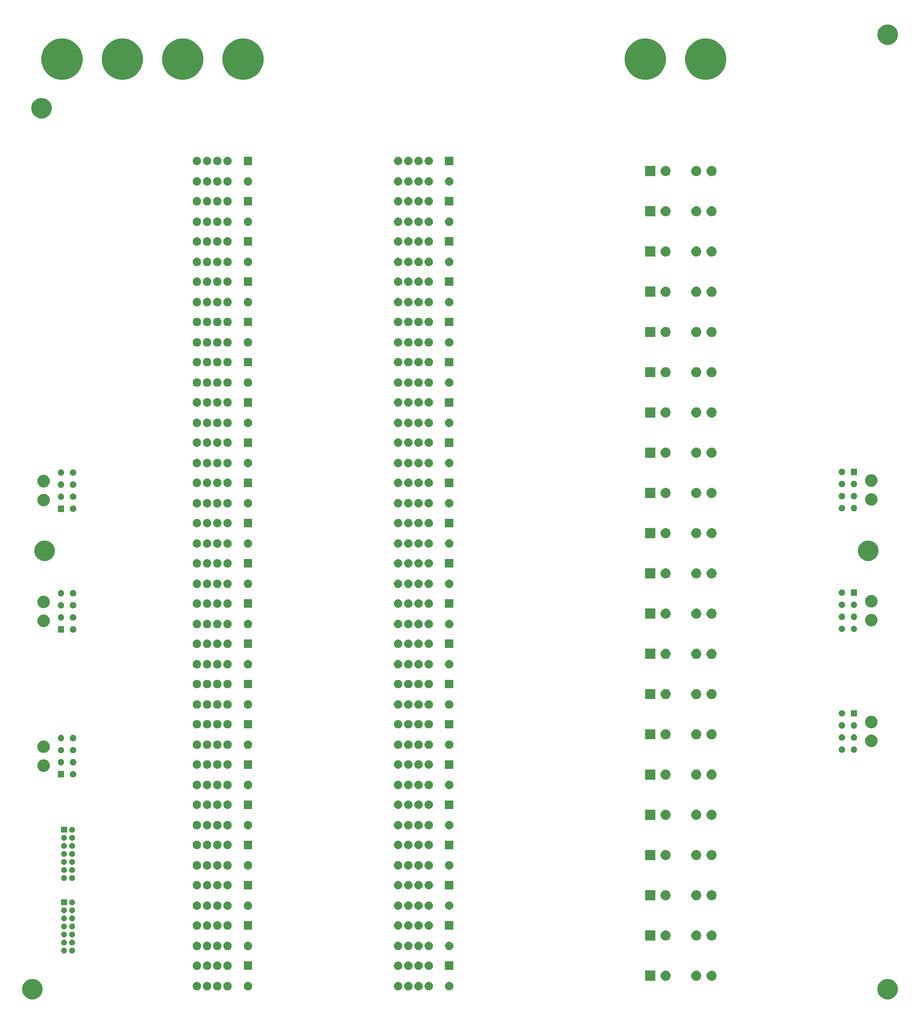
<source format=gbs>
G04 #@! TF.GenerationSoftware,KiCad,Pcbnew,(5.1.2)-1*
G04 #@! TF.CreationDate,2020-08-24T12:41:58-07:00*
G04 #@! TF.ProjectId,relayBoard,72656c61-7942-46f6-9172-642e6b696361,rev?*
G04 #@! TF.SameCoordinates,Original*
G04 #@! TF.FileFunction,Soldermask,Bot*
G04 #@! TF.FilePolarity,Negative*
%FSLAX46Y46*%
G04 Gerber Fmt 4.6, Leading zero omitted, Abs format (unit mm)*
G04 Created by KiCad (PCBNEW (5.1.2)-1) date 2020-08-24 12:41:58*
%MOMM*%
%LPD*%
G04 APERTURE LIST*
%ADD10C,0.100000*%
G04 APERTURE END LIST*
D10*
G36*
X232138098Y-178395033D02*
G01*
X232602350Y-178587332D01*
X232602352Y-178587333D01*
X233020168Y-178866509D01*
X233375491Y-179221832D01*
X233505248Y-179416027D01*
X233654668Y-179639650D01*
X233846967Y-180103902D01*
X233945000Y-180596747D01*
X233945000Y-181099253D01*
X233846967Y-181592098D01*
X233654668Y-182056350D01*
X233654667Y-182056352D01*
X233375491Y-182474168D01*
X233020168Y-182829491D01*
X232602352Y-183108667D01*
X232602351Y-183108668D01*
X232602350Y-183108668D01*
X232138098Y-183300967D01*
X231645253Y-183399000D01*
X231142747Y-183399000D01*
X230649902Y-183300967D01*
X230185650Y-183108668D01*
X230185649Y-183108668D01*
X230185648Y-183108667D01*
X229767832Y-182829491D01*
X229412509Y-182474168D01*
X229133333Y-182056352D01*
X229133332Y-182056350D01*
X228941033Y-181592098D01*
X228843000Y-181099253D01*
X228843000Y-180596747D01*
X228941033Y-180103902D01*
X229133332Y-179639650D01*
X229282752Y-179416027D01*
X229412509Y-179221832D01*
X229767832Y-178866509D01*
X230185648Y-178587333D01*
X230185650Y-178587332D01*
X230649902Y-178395033D01*
X231142747Y-178297000D01*
X231645253Y-178297000D01*
X232138098Y-178395033D01*
X232138098Y-178395033D01*
G37*
G36*
X19540098Y-178395033D02*
G01*
X20004350Y-178587332D01*
X20004352Y-178587333D01*
X20422168Y-178866509D01*
X20777491Y-179221832D01*
X20907248Y-179416027D01*
X21056668Y-179639650D01*
X21248967Y-180103902D01*
X21347000Y-180596747D01*
X21347000Y-181099253D01*
X21248967Y-181592098D01*
X21056668Y-182056350D01*
X21056667Y-182056352D01*
X20777491Y-182474168D01*
X20422168Y-182829491D01*
X20004352Y-183108667D01*
X20004351Y-183108668D01*
X20004350Y-183108668D01*
X19540098Y-183300967D01*
X19047253Y-183399000D01*
X18544747Y-183399000D01*
X18051902Y-183300967D01*
X17587650Y-183108668D01*
X17587649Y-183108668D01*
X17587648Y-183108667D01*
X17169832Y-182829491D01*
X16814509Y-182474168D01*
X16535333Y-182056352D01*
X16535332Y-182056350D01*
X16343033Y-181592098D01*
X16245000Y-181099253D01*
X16245000Y-180596747D01*
X16343033Y-180103902D01*
X16535332Y-179639650D01*
X16684752Y-179416027D01*
X16814509Y-179221832D01*
X17169832Y-178866509D01*
X17587648Y-178587333D01*
X17587650Y-178587332D01*
X18051902Y-178395033D01*
X18544747Y-178297000D01*
X19047253Y-178297000D01*
X19540098Y-178395033D01*
X19540098Y-178395033D01*
G37*
G36*
X59996564Y-179075389D02*
G01*
X60187833Y-179154615D01*
X60187835Y-179154616D01*
X60288431Y-179221832D01*
X60359973Y-179269635D01*
X60506365Y-179416027D01*
X60621385Y-179588167D01*
X60700611Y-179779436D01*
X60741000Y-179982484D01*
X60741000Y-180189516D01*
X60700611Y-180392564D01*
X60621385Y-180583833D01*
X60621384Y-180583835D01*
X60506365Y-180755973D01*
X60359973Y-180902365D01*
X60187835Y-181017384D01*
X60187834Y-181017385D01*
X60187833Y-181017385D01*
X59996564Y-181096611D01*
X59793516Y-181137000D01*
X59586484Y-181137000D01*
X59383436Y-181096611D01*
X59192167Y-181017385D01*
X59192166Y-181017385D01*
X59192165Y-181017384D01*
X59020027Y-180902365D01*
X58873635Y-180755973D01*
X58758616Y-180583835D01*
X58758615Y-180583833D01*
X58679389Y-180392564D01*
X58639000Y-180189516D01*
X58639000Y-179982484D01*
X58679389Y-179779436D01*
X58758615Y-179588167D01*
X58873635Y-179416027D01*
X59020027Y-179269635D01*
X59091569Y-179221832D01*
X59192165Y-179154616D01*
X59192167Y-179154615D01*
X59383436Y-179075389D01*
X59586484Y-179035000D01*
X59793516Y-179035000D01*
X59996564Y-179075389D01*
X59996564Y-179075389D01*
G37*
G36*
X115076564Y-179075389D02*
G01*
X115267833Y-179154615D01*
X115267835Y-179154616D01*
X115368431Y-179221832D01*
X115439973Y-179269635D01*
X115586365Y-179416027D01*
X115701385Y-179588167D01*
X115780611Y-179779436D01*
X115821000Y-179982484D01*
X115821000Y-180189516D01*
X115780611Y-180392564D01*
X115701385Y-180583833D01*
X115701384Y-180583835D01*
X115586365Y-180755973D01*
X115439973Y-180902365D01*
X115267835Y-181017384D01*
X115267834Y-181017385D01*
X115267833Y-181017385D01*
X115076564Y-181096611D01*
X114873516Y-181137000D01*
X114666484Y-181137000D01*
X114463436Y-181096611D01*
X114272167Y-181017385D01*
X114272166Y-181017385D01*
X114272165Y-181017384D01*
X114100027Y-180902365D01*
X113953635Y-180755973D01*
X113838616Y-180583835D01*
X113838615Y-180583833D01*
X113759389Y-180392564D01*
X113719000Y-180189516D01*
X113719000Y-179982484D01*
X113759389Y-179779436D01*
X113838615Y-179588167D01*
X113953635Y-179416027D01*
X114100027Y-179269635D01*
X114171569Y-179221832D01*
X114272165Y-179154616D01*
X114272167Y-179154615D01*
X114463436Y-179075389D01*
X114666484Y-179035000D01*
X114873516Y-179035000D01*
X115076564Y-179075389D01*
X115076564Y-179075389D01*
G37*
G36*
X62536564Y-179075389D02*
G01*
X62727833Y-179154615D01*
X62727835Y-179154616D01*
X62828431Y-179221832D01*
X62899973Y-179269635D01*
X63046365Y-179416027D01*
X63161385Y-179588167D01*
X63240611Y-179779436D01*
X63281000Y-179982484D01*
X63281000Y-180189516D01*
X63240611Y-180392564D01*
X63161385Y-180583833D01*
X63161384Y-180583835D01*
X63046365Y-180755973D01*
X62899973Y-180902365D01*
X62727835Y-181017384D01*
X62727834Y-181017385D01*
X62727833Y-181017385D01*
X62536564Y-181096611D01*
X62333516Y-181137000D01*
X62126484Y-181137000D01*
X61923436Y-181096611D01*
X61732167Y-181017385D01*
X61732166Y-181017385D01*
X61732165Y-181017384D01*
X61560027Y-180902365D01*
X61413635Y-180755973D01*
X61298616Y-180583835D01*
X61298615Y-180583833D01*
X61219389Y-180392564D01*
X61179000Y-180189516D01*
X61179000Y-179982484D01*
X61219389Y-179779436D01*
X61298615Y-179588167D01*
X61413635Y-179416027D01*
X61560027Y-179269635D01*
X61631569Y-179221832D01*
X61732165Y-179154616D01*
X61732167Y-179154615D01*
X61923436Y-179075389D01*
X62126484Y-179035000D01*
X62333516Y-179035000D01*
X62536564Y-179075389D01*
X62536564Y-179075389D01*
G37*
G36*
X67616564Y-179075389D02*
G01*
X67807833Y-179154615D01*
X67807835Y-179154616D01*
X67908431Y-179221832D01*
X67979973Y-179269635D01*
X68126365Y-179416027D01*
X68241385Y-179588167D01*
X68320611Y-179779436D01*
X68361000Y-179982484D01*
X68361000Y-180189516D01*
X68320611Y-180392564D01*
X68241385Y-180583833D01*
X68241384Y-180583835D01*
X68126365Y-180755973D01*
X67979973Y-180902365D01*
X67807835Y-181017384D01*
X67807834Y-181017385D01*
X67807833Y-181017385D01*
X67616564Y-181096611D01*
X67413516Y-181137000D01*
X67206484Y-181137000D01*
X67003436Y-181096611D01*
X66812167Y-181017385D01*
X66812166Y-181017385D01*
X66812165Y-181017384D01*
X66640027Y-180902365D01*
X66493635Y-180755973D01*
X66378616Y-180583835D01*
X66378615Y-180583833D01*
X66299389Y-180392564D01*
X66259000Y-180189516D01*
X66259000Y-179982484D01*
X66299389Y-179779436D01*
X66378615Y-179588167D01*
X66493635Y-179416027D01*
X66640027Y-179269635D01*
X66711569Y-179221832D01*
X66812165Y-179154616D01*
X66812167Y-179154615D01*
X67003436Y-179075389D01*
X67206484Y-179035000D01*
X67413516Y-179035000D01*
X67616564Y-179075389D01*
X67616564Y-179075389D01*
G37*
G36*
X72696564Y-179075389D02*
G01*
X72887833Y-179154615D01*
X72887835Y-179154616D01*
X72988431Y-179221832D01*
X73059973Y-179269635D01*
X73206365Y-179416027D01*
X73321385Y-179588167D01*
X73400611Y-179779436D01*
X73441000Y-179982484D01*
X73441000Y-180189516D01*
X73400611Y-180392564D01*
X73321385Y-180583833D01*
X73321384Y-180583835D01*
X73206365Y-180755973D01*
X73059973Y-180902365D01*
X72887835Y-181017384D01*
X72887834Y-181017385D01*
X72887833Y-181017385D01*
X72696564Y-181096611D01*
X72493516Y-181137000D01*
X72286484Y-181137000D01*
X72083436Y-181096611D01*
X71892167Y-181017385D01*
X71892166Y-181017385D01*
X71892165Y-181017384D01*
X71720027Y-180902365D01*
X71573635Y-180755973D01*
X71458616Y-180583835D01*
X71458615Y-180583833D01*
X71379389Y-180392564D01*
X71339000Y-180189516D01*
X71339000Y-179982484D01*
X71379389Y-179779436D01*
X71458615Y-179588167D01*
X71573635Y-179416027D01*
X71720027Y-179269635D01*
X71791569Y-179221832D01*
X71892165Y-179154616D01*
X71892167Y-179154615D01*
X72083436Y-179075389D01*
X72286484Y-179035000D01*
X72493516Y-179035000D01*
X72696564Y-179075389D01*
X72696564Y-179075389D01*
G37*
G36*
X65076564Y-179075389D02*
G01*
X65267833Y-179154615D01*
X65267835Y-179154616D01*
X65368431Y-179221832D01*
X65439973Y-179269635D01*
X65586365Y-179416027D01*
X65701385Y-179588167D01*
X65780611Y-179779436D01*
X65821000Y-179982484D01*
X65821000Y-180189516D01*
X65780611Y-180392564D01*
X65701385Y-180583833D01*
X65701384Y-180583835D01*
X65586365Y-180755973D01*
X65439973Y-180902365D01*
X65267835Y-181017384D01*
X65267834Y-181017385D01*
X65267833Y-181017385D01*
X65076564Y-181096611D01*
X64873516Y-181137000D01*
X64666484Y-181137000D01*
X64463436Y-181096611D01*
X64272167Y-181017385D01*
X64272166Y-181017385D01*
X64272165Y-181017384D01*
X64100027Y-180902365D01*
X63953635Y-180755973D01*
X63838616Y-180583835D01*
X63838615Y-180583833D01*
X63759389Y-180392564D01*
X63719000Y-180189516D01*
X63719000Y-179982484D01*
X63759389Y-179779436D01*
X63838615Y-179588167D01*
X63953635Y-179416027D01*
X64100027Y-179269635D01*
X64171569Y-179221832D01*
X64272165Y-179154616D01*
X64272167Y-179154615D01*
X64463436Y-179075389D01*
X64666484Y-179035000D01*
X64873516Y-179035000D01*
X65076564Y-179075389D01*
X65076564Y-179075389D01*
G37*
G36*
X109996564Y-179075389D02*
G01*
X110187833Y-179154615D01*
X110187835Y-179154616D01*
X110288431Y-179221832D01*
X110359973Y-179269635D01*
X110506365Y-179416027D01*
X110621385Y-179588167D01*
X110700611Y-179779436D01*
X110741000Y-179982484D01*
X110741000Y-180189516D01*
X110700611Y-180392564D01*
X110621385Y-180583833D01*
X110621384Y-180583835D01*
X110506365Y-180755973D01*
X110359973Y-180902365D01*
X110187835Y-181017384D01*
X110187834Y-181017385D01*
X110187833Y-181017385D01*
X109996564Y-181096611D01*
X109793516Y-181137000D01*
X109586484Y-181137000D01*
X109383436Y-181096611D01*
X109192167Y-181017385D01*
X109192166Y-181017385D01*
X109192165Y-181017384D01*
X109020027Y-180902365D01*
X108873635Y-180755973D01*
X108758616Y-180583835D01*
X108758615Y-180583833D01*
X108679389Y-180392564D01*
X108639000Y-180189516D01*
X108639000Y-179982484D01*
X108679389Y-179779436D01*
X108758615Y-179588167D01*
X108873635Y-179416027D01*
X109020027Y-179269635D01*
X109091569Y-179221832D01*
X109192165Y-179154616D01*
X109192167Y-179154615D01*
X109383436Y-179075389D01*
X109586484Y-179035000D01*
X109793516Y-179035000D01*
X109996564Y-179075389D01*
X109996564Y-179075389D01*
G37*
G36*
X112536564Y-179075389D02*
G01*
X112727833Y-179154615D01*
X112727835Y-179154616D01*
X112828431Y-179221832D01*
X112899973Y-179269635D01*
X113046365Y-179416027D01*
X113161385Y-179588167D01*
X113240611Y-179779436D01*
X113281000Y-179982484D01*
X113281000Y-180189516D01*
X113240611Y-180392564D01*
X113161385Y-180583833D01*
X113161384Y-180583835D01*
X113046365Y-180755973D01*
X112899973Y-180902365D01*
X112727835Y-181017384D01*
X112727834Y-181017385D01*
X112727833Y-181017385D01*
X112536564Y-181096611D01*
X112333516Y-181137000D01*
X112126484Y-181137000D01*
X111923436Y-181096611D01*
X111732167Y-181017385D01*
X111732166Y-181017385D01*
X111732165Y-181017384D01*
X111560027Y-180902365D01*
X111413635Y-180755973D01*
X111298616Y-180583835D01*
X111298615Y-180583833D01*
X111219389Y-180392564D01*
X111179000Y-180189516D01*
X111179000Y-179982484D01*
X111219389Y-179779436D01*
X111298615Y-179588167D01*
X111413635Y-179416027D01*
X111560027Y-179269635D01*
X111631569Y-179221832D01*
X111732165Y-179154616D01*
X111732167Y-179154615D01*
X111923436Y-179075389D01*
X112126484Y-179035000D01*
X112333516Y-179035000D01*
X112536564Y-179075389D01*
X112536564Y-179075389D01*
G37*
G36*
X117616564Y-179075389D02*
G01*
X117807833Y-179154615D01*
X117807835Y-179154616D01*
X117908431Y-179221832D01*
X117979973Y-179269635D01*
X118126365Y-179416027D01*
X118241385Y-179588167D01*
X118320611Y-179779436D01*
X118361000Y-179982484D01*
X118361000Y-180189516D01*
X118320611Y-180392564D01*
X118241385Y-180583833D01*
X118241384Y-180583835D01*
X118126365Y-180755973D01*
X117979973Y-180902365D01*
X117807835Y-181017384D01*
X117807834Y-181017385D01*
X117807833Y-181017385D01*
X117616564Y-181096611D01*
X117413516Y-181137000D01*
X117206484Y-181137000D01*
X117003436Y-181096611D01*
X116812167Y-181017385D01*
X116812166Y-181017385D01*
X116812165Y-181017384D01*
X116640027Y-180902365D01*
X116493635Y-180755973D01*
X116378616Y-180583835D01*
X116378615Y-180583833D01*
X116299389Y-180392564D01*
X116259000Y-180189516D01*
X116259000Y-179982484D01*
X116299389Y-179779436D01*
X116378615Y-179588167D01*
X116493635Y-179416027D01*
X116640027Y-179269635D01*
X116711569Y-179221832D01*
X116812165Y-179154616D01*
X116812167Y-179154615D01*
X117003436Y-179075389D01*
X117206484Y-179035000D01*
X117413516Y-179035000D01*
X117616564Y-179075389D01*
X117616564Y-179075389D01*
G37*
G36*
X122696564Y-179075389D02*
G01*
X122887833Y-179154615D01*
X122887835Y-179154616D01*
X122988431Y-179221832D01*
X123059973Y-179269635D01*
X123206365Y-179416027D01*
X123321385Y-179588167D01*
X123400611Y-179779436D01*
X123441000Y-179982484D01*
X123441000Y-180189516D01*
X123400611Y-180392564D01*
X123321385Y-180583833D01*
X123321384Y-180583835D01*
X123206365Y-180755973D01*
X123059973Y-180902365D01*
X122887835Y-181017384D01*
X122887834Y-181017385D01*
X122887833Y-181017385D01*
X122696564Y-181096611D01*
X122493516Y-181137000D01*
X122286484Y-181137000D01*
X122083436Y-181096611D01*
X121892167Y-181017385D01*
X121892166Y-181017385D01*
X121892165Y-181017384D01*
X121720027Y-180902365D01*
X121573635Y-180755973D01*
X121458616Y-180583835D01*
X121458615Y-180583833D01*
X121379389Y-180392564D01*
X121339000Y-180189516D01*
X121339000Y-179982484D01*
X121379389Y-179779436D01*
X121458615Y-179588167D01*
X121573635Y-179416027D01*
X121720027Y-179269635D01*
X121791569Y-179221832D01*
X121892165Y-179154616D01*
X121892167Y-179154615D01*
X122083436Y-179075389D01*
X122286484Y-179035000D01*
X122493516Y-179035000D01*
X122696564Y-179075389D01*
X122696564Y-179075389D01*
G37*
G36*
X173651000Y-178767000D02*
G01*
X171129000Y-178767000D01*
X171129000Y-176245000D01*
X173651000Y-176245000D01*
X173651000Y-178767000D01*
X173651000Y-178767000D01*
G37*
G36*
X184187819Y-176293459D02*
G01*
X184417306Y-176388516D01*
X184623840Y-176526517D01*
X184799483Y-176702160D01*
X184937484Y-176908694D01*
X185032541Y-177138181D01*
X185081000Y-177381801D01*
X185081000Y-177630199D01*
X185032541Y-177873819D01*
X184937484Y-178103306D01*
X184799483Y-178309840D01*
X184623840Y-178485483D01*
X184417306Y-178623484D01*
X184187819Y-178718541D01*
X183944199Y-178767000D01*
X183695801Y-178767000D01*
X183452181Y-178718541D01*
X183222694Y-178623484D01*
X183016160Y-178485483D01*
X182840517Y-178309840D01*
X182702516Y-178103306D01*
X182607459Y-177873819D01*
X182559000Y-177630199D01*
X182559000Y-177381801D01*
X182607459Y-177138181D01*
X182702516Y-176908694D01*
X182840517Y-176702160D01*
X183016160Y-176526517D01*
X183222694Y-176388516D01*
X183452181Y-176293459D01*
X183695801Y-176245000D01*
X183944199Y-176245000D01*
X184187819Y-176293459D01*
X184187819Y-176293459D01*
G37*
G36*
X176567819Y-176293459D02*
G01*
X176797306Y-176388516D01*
X177003840Y-176526517D01*
X177179483Y-176702160D01*
X177317484Y-176908694D01*
X177412541Y-177138181D01*
X177461000Y-177381801D01*
X177461000Y-177630199D01*
X177412541Y-177873819D01*
X177317484Y-178103306D01*
X177179483Y-178309840D01*
X177003840Y-178485483D01*
X176797306Y-178623484D01*
X176567819Y-178718541D01*
X176324199Y-178767000D01*
X176075801Y-178767000D01*
X175832181Y-178718541D01*
X175602694Y-178623484D01*
X175396160Y-178485483D01*
X175220517Y-178309840D01*
X175082516Y-178103306D01*
X174987459Y-177873819D01*
X174939000Y-177630199D01*
X174939000Y-177381801D01*
X174987459Y-177138181D01*
X175082516Y-176908694D01*
X175220517Y-176702160D01*
X175396160Y-176526517D01*
X175602694Y-176388516D01*
X175832181Y-176293459D01*
X176075801Y-176245000D01*
X176324199Y-176245000D01*
X176567819Y-176293459D01*
X176567819Y-176293459D01*
G37*
G36*
X187997819Y-176293459D02*
G01*
X188227306Y-176388516D01*
X188433840Y-176526517D01*
X188609483Y-176702160D01*
X188747484Y-176908694D01*
X188842541Y-177138181D01*
X188891000Y-177381801D01*
X188891000Y-177630199D01*
X188842541Y-177873819D01*
X188747484Y-178103306D01*
X188609483Y-178309840D01*
X188433840Y-178485483D01*
X188227306Y-178623484D01*
X187997819Y-178718541D01*
X187754199Y-178767000D01*
X187505801Y-178767000D01*
X187262181Y-178718541D01*
X187032694Y-178623484D01*
X186826160Y-178485483D01*
X186650517Y-178309840D01*
X186512516Y-178103306D01*
X186417459Y-177873819D01*
X186369000Y-177630199D01*
X186369000Y-177381801D01*
X186417459Y-177138181D01*
X186512516Y-176908694D01*
X186650517Y-176702160D01*
X186826160Y-176526517D01*
X187032694Y-176388516D01*
X187262181Y-176293459D01*
X187505801Y-176245000D01*
X187754199Y-176245000D01*
X187997819Y-176293459D01*
X187997819Y-176293459D01*
G37*
G36*
X73441000Y-176057000D02*
G01*
X71339000Y-176057000D01*
X71339000Y-173955000D01*
X73441000Y-173955000D01*
X73441000Y-176057000D01*
X73441000Y-176057000D01*
G37*
G36*
X115076564Y-173995389D02*
G01*
X115267833Y-174074615D01*
X115267835Y-174074616D01*
X115439973Y-174189635D01*
X115586365Y-174336027D01*
X115701385Y-174508167D01*
X115780611Y-174699436D01*
X115821000Y-174902484D01*
X115821000Y-175109516D01*
X115780611Y-175312564D01*
X115701385Y-175503833D01*
X115701384Y-175503835D01*
X115586365Y-175675973D01*
X115439973Y-175822365D01*
X115267835Y-175937384D01*
X115267834Y-175937385D01*
X115267833Y-175937385D01*
X115076564Y-176016611D01*
X114873516Y-176057000D01*
X114666484Y-176057000D01*
X114463436Y-176016611D01*
X114272167Y-175937385D01*
X114272166Y-175937385D01*
X114272165Y-175937384D01*
X114100027Y-175822365D01*
X113953635Y-175675973D01*
X113838616Y-175503835D01*
X113838615Y-175503833D01*
X113759389Y-175312564D01*
X113719000Y-175109516D01*
X113719000Y-174902484D01*
X113759389Y-174699436D01*
X113838615Y-174508167D01*
X113953635Y-174336027D01*
X114100027Y-174189635D01*
X114272165Y-174074616D01*
X114272167Y-174074615D01*
X114463436Y-173995389D01*
X114666484Y-173955000D01*
X114873516Y-173955000D01*
X115076564Y-173995389D01*
X115076564Y-173995389D01*
G37*
G36*
X123441000Y-176057000D02*
G01*
X121339000Y-176057000D01*
X121339000Y-173955000D01*
X123441000Y-173955000D01*
X123441000Y-176057000D01*
X123441000Y-176057000D01*
G37*
G36*
X112536564Y-173995389D02*
G01*
X112727833Y-174074615D01*
X112727835Y-174074616D01*
X112899973Y-174189635D01*
X113046365Y-174336027D01*
X113161385Y-174508167D01*
X113240611Y-174699436D01*
X113281000Y-174902484D01*
X113281000Y-175109516D01*
X113240611Y-175312564D01*
X113161385Y-175503833D01*
X113161384Y-175503835D01*
X113046365Y-175675973D01*
X112899973Y-175822365D01*
X112727835Y-175937384D01*
X112727834Y-175937385D01*
X112727833Y-175937385D01*
X112536564Y-176016611D01*
X112333516Y-176057000D01*
X112126484Y-176057000D01*
X111923436Y-176016611D01*
X111732167Y-175937385D01*
X111732166Y-175937385D01*
X111732165Y-175937384D01*
X111560027Y-175822365D01*
X111413635Y-175675973D01*
X111298616Y-175503835D01*
X111298615Y-175503833D01*
X111219389Y-175312564D01*
X111179000Y-175109516D01*
X111179000Y-174902484D01*
X111219389Y-174699436D01*
X111298615Y-174508167D01*
X111413635Y-174336027D01*
X111560027Y-174189635D01*
X111732165Y-174074616D01*
X111732167Y-174074615D01*
X111923436Y-173995389D01*
X112126484Y-173955000D01*
X112333516Y-173955000D01*
X112536564Y-173995389D01*
X112536564Y-173995389D01*
G37*
G36*
X109996564Y-173995389D02*
G01*
X110187833Y-174074615D01*
X110187835Y-174074616D01*
X110359973Y-174189635D01*
X110506365Y-174336027D01*
X110621385Y-174508167D01*
X110700611Y-174699436D01*
X110741000Y-174902484D01*
X110741000Y-175109516D01*
X110700611Y-175312564D01*
X110621385Y-175503833D01*
X110621384Y-175503835D01*
X110506365Y-175675973D01*
X110359973Y-175822365D01*
X110187835Y-175937384D01*
X110187834Y-175937385D01*
X110187833Y-175937385D01*
X109996564Y-176016611D01*
X109793516Y-176057000D01*
X109586484Y-176057000D01*
X109383436Y-176016611D01*
X109192167Y-175937385D01*
X109192166Y-175937385D01*
X109192165Y-175937384D01*
X109020027Y-175822365D01*
X108873635Y-175675973D01*
X108758616Y-175503835D01*
X108758615Y-175503833D01*
X108679389Y-175312564D01*
X108639000Y-175109516D01*
X108639000Y-174902484D01*
X108679389Y-174699436D01*
X108758615Y-174508167D01*
X108873635Y-174336027D01*
X109020027Y-174189635D01*
X109192165Y-174074616D01*
X109192167Y-174074615D01*
X109383436Y-173995389D01*
X109586484Y-173955000D01*
X109793516Y-173955000D01*
X109996564Y-173995389D01*
X109996564Y-173995389D01*
G37*
G36*
X67616564Y-173995389D02*
G01*
X67807833Y-174074615D01*
X67807835Y-174074616D01*
X67979973Y-174189635D01*
X68126365Y-174336027D01*
X68241385Y-174508167D01*
X68320611Y-174699436D01*
X68361000Y-174902484D01*
X68361000Y-175109516D01*
X68320611Y-175312564D01*
X68241385Y-175503833D01*
X68241384Y-175503835D01*
X68126365Y-175675973D01*
X67979973Y-175822365D01*
X67807835Y-175937384D01*
X67807834Y-175937385D01*
X67807833Y-175937385D01*
X67616564Y-176016611D01*
X67413516Y-176057000D01*
X67206484Y-176057000D01*
X67003436Y-176016611D01*
X66812167Y-175937385D01*
X66812166Y-175937385D01*
X66812165Y-175937384D01*
X66640027Y-175822365D01*
X66493635Y-175675973D01*
X66378616Y-175503835D01*
X66378615Y-175503833D01*
X66299389Y-175312564D01*
X66259000Y-175109516D01*
X66259000Y-174902484D01*
X66299389Y-174699436D01*
X66378615Y-174508167D01*
X66493635Y-174336027D01*
X66640027Y-174189635D01*
X66812165Y-174074616D01*
X66812167Y-174074615D01*
X67003436Y-173995389D01*
X67206484Y-173955000D01*
X67413516Y-173955000D01*
X67616564Y-173995389D01*
X67616564Y-173995389D01*
G37*
G36*
X62536564Y-173995389D02*
G01*
X62727833Y-174074615D01*
X62727835Y-174074616D01*
X62899973Y-174189635D01*
X63046365Y-174336027D01*
X63161385Y-174508167D01*
X63240611Y-174699436D01*
X63281000Y-174902484D01*
X63281000Y-175109516D01*
X63240611Y-175312564D01*
X63161385Y-175503833D01*
X63161384Y-175503835D01*
X63046365Y-175675973D01*
X62899973Y-175822365D01*
X62727835Y-175937384D01*
X62727834Y-175937385D01*
X62727833Y-175937385D01*
X62536564Y-176016611D01*
X62333516Y-176057000D01*
X62126484Y-176057000D01*
X61923436Y-176016611D01*
X61732167Y-175937385D01*
X61732166Y-175937385D01*
X61732165Y-175937384D01*
X61560027Y-175822365D01*
X61413635Y-175675973D01*
X61298616Y-175503835D01*
X61298615Y-175503833D01*
X61219389Y-175312564D01*
X61179000Y-175109516D01*
X61179000Y-174902484D01*
X61219389Y-174699436D01*
X61298615Y-174508167D01*
X61413635Y-174336027D01*
X61560027Y-174189635D01*
X61732165Y-174074616D01*
X61732167Y-174074615D01*
X61923436Y-173995389D01*
X62126484Y-173955000D01*
X62333516Y-173955000D01*
X62536564Y-173995389D01*
X62536564Y-173995389D01*
G37*
G36*
X59996564Y-173995389D02*
G01*
X60187833Y-174074615D01*
X60187835Y-174074616D01*
X60359973Y-174189635D01*
X60506365Y-174336027D01*
X60621385Y-174508167D01*
X60700611Y-174699436D01*
X60741000Y-174902484D01*
X60741000Y-175109516D01*
X60700611Y-175312564D01*
X60621385Y-175503833D01*
X60621384Y-175503835D01*
X60506365Y-175675973D01*
X60359973Y-175822365D01*
X60187835Y-175937384D01*
X60187834Y-175937385D01*
X60187833Y-175937385D01*
X59996564Y-176016611D01*
X59793516Y-176057000D01*
X59586484Y-176057000D01*
X59383436Y-176016611D01*
X59192167Y-175937385D01*
X59192166Y-175937385D01*
X59192165Y-175937384D01*
X59020027Y-175822365D01*
X58873635Y-175675973D01*
X58758616Y-175503835D01*
X58758615Y-175503833D01*
X58679389Y-175312564D01*
X58639000Y-175109516D01*
X58639000Y-174902484D01*
X58679389Y-174699436D01*
X58758615Y-174508167D01*
X58873635Y-174336027D01*
X59020027Y-174189635D01*
X59192165Y-174074616D01*
X59192167Y-174074615D01*
X59383436Y-173995389D01*
X59586484Y-173955000D01*
X59793516Y-173955000D01*
X59996564Y-173995389D01*
X59996564Y-173995389D01*
G37*
G36*
X117616564Y-173995389D02*
G01*
X117807833Y-174074615D01*
X117807835Y-174074616D01*
X117979973Y-174189635D01*
X118126365Y-174336027D01*
X118241385Y-174508167D01*
X118320611Y-174699436D01*
X118361000Y-174902484D01*
X118361000Y-175109516D01*
X118320611Y-175312564D01*
X118241385Y-175503833D01*
X118241384Y-175503835D01*
X118126365Y-175675973D01*
X117979973Y-175822365D01*
X117807835Y-175937384D01*
X117807834Y-175937385D01*
X117807833Y-175937385D01*
X117616564Y-176016611D01*
X117413516Y-176057000D01*
X117206484Y-176057000D01*
X117003436Y-176016611D01*
X116812167Y-175937385D01*
X116812166Y-175937385D01*
X116812165Y-175937384D01*
X116640027Y-175822365D01*
X116493635Y-175675973D01*
X116378616Y-175503835D01*
X116378615Y-175503833D01*
X116299389Y-175312564D01*
X116259000Y-175109516D01*
X116259000Y-174902484D01*
X116299389Y-174699436D01*
X116378615Y-174508167D01*
X116493635Y-174336027D01*
X116640027Y-174189635D01*
X116812165Y-174074616D01*
X116812167Y-174074615D01*
X117003436Y-173995389D01*
X117206484Y-173955000D01*
X117413516Y-173955000D01*
X117616564Y-173995389D01*
X117616564Y-173995389D01*
G37*
G36*
X65076564Y-173995389D02*
G01*
X65267833Y-174074615D01*
X65267835Y-174074616D01*
X65439973Y-174189635D01*
X65586365Y-174336027D01*
X65701385Y-174508167D01*
X65780611Y-174699436D01*
X65821000Y-174902484D01*
X65821000Y-175109516D01*
X65780611Y-175312564D01*
X65701385Y-175503833D01*
X65701384Y-175503835D01*
X65586365Y-175675973D01*
X65439973Y-175822365D01*
X65267835Y-175937384D01*
X65267834Y-175937385D01*
X65267833Y-175937385D01*
X65076564Y-176016611D01*
X64873516Y-176057000D01*
X64666484Y-176057000D01*
X64463436Y-176016611D01*
X64272167Y-175937385D01*
X64272166Y-175937385D01*
X64272165Y-175937384D01*
X64100027Y-175822365D01*
X63953635Y-175675973D01*
X63838616Y-175503835D01*
X63838615Y-175503833D01*
X63759389Y-175312564D01*
X63719000Y-175109516D01*
X63719000Y-174902484D01*
X63759389Y-174699436D01*
X63838615Y-174508167D01*
X63953635Y-174336027D01*
X64100027Y-174189635D01*
X64272165Y-174074616D01*
X64272167Y-174074615D01*
X64463436Y-173995389D01*
X64666484Y-173955000D01*
X64873516Y-173955000D01*
X65076564Y-173995389D01*
X65076564Y-173995389D01*
G37*
G36*
X28741213Y-170535502D02*
G01*
X28812321Y-170542505D01*
X28948559Y-170583833D01*
X28949175Y-170584020D01*
X29075294Y-170651432D01*
X29185843Y-170742157D01*
X29276568Y-170852706D01*
X29343980Y-170978825D01*
X29343981Y-170978828D01*
X29385495Y-171115679D01*
X29399512Y-171258000D01*
X29385495Y-171400321D01*
X29343981Y-171537172D01*
X29343980Y-171537175D01*
X29276568Y-171663294D01*
X29185843Y-171773843D01*
X29075294Y-171864568D01*
X28949175Y-171931980D01*
X28949172Y-171931981D01*
X28812321Y-171973495D01*
X28741213Y-171980498D01*
X28705660Y-171984000D01*
X28634340Y-171984000D01*
X28598787Y-171980498D01*
X28527679Y-171973495D01*
X28390828Y-171931981D01*
X28390825Y-171931980D01*
X28264706Y-171864568D01*
X28154157Y-171773843D01*
X28063432Y-171663294D01*
X27996020Y-171537175D01*
X27996019Y-171537172D01*
X27954505Y-171400321D01*
X27940488Y-171258000D01*
X27954505Y-171115679D01*
X27996019Y-170978828D01*
X27996020Y-170978825D01*
X28063432Y-170852706D01*
X28154157Y-170742157D01*
X28264706Y-170651432D01*
X28390825Y-170584020D01*
X28391441Y-170583833D01*
X28527679Y-170542505D01*
X28598787Y-170535502D01*
X28634340Y-170532000D01*
X28705660Y-170532000D01*
X28741213Y-170535502D01*
X28741213Y-170535502D01*
G37*
G36*
X26741213Y-170535502D02*
G01*
X26812321Y-170542505D01*
X26948559Y-170583833D01*
X26949175Y-170584020D01*
X27075294Y-170651432D01*
X27185843Y-170742157D01*
X27276568Y-170852706D01*
X27343980Y-170978825D01*
X27343981Y-170978828D01*
X27385495Y-171115679D01*
X27399512Y-171258000D01*
X27385495Y-171400321D01*
X27343981Y-171537172D01*
X27343980Y-171537175D01*
X27276568Y-171663294D01*
X27185843Y-171773843D01*
X27075294Y-171864568D01*
X26949175Y-171931980D01*
X26949172Y-171931981D01*
X26812321Y-171973495D01*
X26741213Y-171980498D01*
X26705660Y-171984000D01*
X26634340Y-171984000D01*
X26598787Y-171980498D01*
X26527679Y-171973495D01*
X26390828Y-171931981D01*
X26390825Y-171931980D01*
X26264706Y-171864568D01*
X26154157Y-171773843D01*
X26063432Y-171663294D01*
X25996020Y-171537175D01*
X25996019Y-171537172D01*
X25954505Y-171400321D01*
X25940488Y-171258000D01*
X25954505Y-171115679D01*
X25996019Y-170978828D01*
X25996020Y-170978825D01*
X26063432Y-170852706D01*
X26154157Y-170742157D01*
X26264706Y-170651432D01*
X26390825Y-170584020D01*
X26391441Y-170583833D01*
X26527679Y-170542505D01*
X26598787Y-170535502D01*
X26634340Y-170532000D01*
X26705660Y-170532000D01*
X26741213Y-170535502D01*
X26741213Y-170535502D01*
G37*
G36*
X109996564Y-169075389D02*
G01*
X110187833Y-169154615D01*
X110187835Y-169154616D01*
X110359973Y-169269635D01*
X110506365Y-169416027D01*
X110587314Y-169537175D01*
X110621385Y-169588167D01*
X110700611Y-169779436D01*
X110741000Y-169982484D01*
X110741000Y-170189516D01*
X110700611Y-170392564D01*
X110621385Y-170583833D01*
X110621384Y-170583835D01*
X110506365Y-170755973D01*
X110359973Y-170902365D01*
X110187835Y-171017384D01*
X110187834Y-171017385D01*
X110187833Y-171017385D01*
X109996564Y-171096611D01*
X109793516Y-171137000D01*
X109586484Y-171137000D01*
X109383436Y-171096611D01*
X109192167Y-171017385D01*
X109192166Y-171017385D01*
X109192165Y-171017384D01*
X109020027Y-170902365D01*
X108873635Y-170755973D01*
X108758616Y-170583835D01*
X108758615Y-170583833D01*
X108679389Y-170392564D01*
X108639000Y-170189516D01*
X108639000Y-169982484D01*
X108679389Y-169779436D01*
X108758615Y-169588167D01*
X108792687Y-169537175D01*
X108873635Y-169416027D01*
X109020027Y-169269635D01*
X109192165Y-169154616D01*
X109192167Y-169154615D01*
X109383436Y-169075389D01*
X109586484Y-169035000D01*
X109793516Y-169035000D01*
X109996564Y-169075389D01*
X109996564Y-169075389D01*
G37*
G36*
X115076564Y-169075389D02*
G01*
X115267833Y-169154615D01*
X115267835Y-169154616D01*
X115439973Y-169269635D01*
X115586365Y-169416027D01*
X115667314Y-169537175D01*
X115701385Y-169588167D01*
X115780611Y-169779436D01*
X115821000Y-169982484D01*
X115821000Y-170189516D01*
X115780611Y-170392564D01*
X115701385Y-170583833D01*
X115701384Y-170583835D01*
X115586365Y-170755973D01*
X115439973Y-170902365D01*
X115267835Y-171017384D01*
X115267834Y-171017385D01*
X115267833Y-171017385D01*
X115076564Y-171096611D01*
X114873516Y-171137000D01*
X114666484Y-171137000D01*
X114463436Y-171096611D01*
X114272167Y-171017385D01*
X114272166Y-171017385D01*
X114272165Y-171017384D01*
X114100027Y-170902365D01*
X113953635Y-170755973D01*
X113838616Y-170583835D01*
X113838615Y-170583833D01*
X113759389Y-170392564D01*
X113719000Y-170189516D01*
X113719000Y-169982484D01*
X113759389Y-169779436D01*
X113838615Y-169588167D01*
X113872687Y-169537175D01*
X113953635Y-169416027D01*
X114100027Y-169269635D01*
X114272165Y-169154616D01*
X114272167Y-169154615D01*
X114463436Y-169075389D01*
X114666484Y-169035000D01*
X114873516Y-169035000D01*
X115076564Y-169075389D01*
X115076564Y-169075389D01*
G37*
G36*
X62536564Y-169075389D02*
G01*
X62727833Y-169154615D01*
X62727835Y-169154616D01*
X62899973Y-169269635D01*
X63046365Y-169416027D01*
X63127314Y-169537175D01*
X63161385Y-169588167D01*
X63240611Y-169779436D01*
X63281000Y-169982484D01*
X63281000Y-170189516D01*
X63240611Y-170392564D01*
X63161385Y-170583833D01*
X63161384Y-170583835D01*
X63046365Y-170755973D01*
X62899973Y-170902365D01*
X62727835Y-171017384D01*
X62727834Y-171017385D01*
X62727833Y-171017385D01*
X62536564Y-171096611D01*
X62333516Y-171137000D01*
X62126484Y-171137000D01*
X61923436Y-171096611D01*
X61732167Y-171017385D01*
X61732166Y-171017385D01*
X61732165Y-171017384D01*
X61560027Y-170902365D01*
X61413635Y-170755973D01*
X61298616Y-170583835D01*
X61298615Y-170583833D01*
X61219389Y-170392564D01*
X61179000Y-170189516D01*
X61179000Y-169982484D01*
X61219389Y-169779436D01*
X61298615Y-169588167D01*
X61332687Y-169537175D01*
X61413635Y-169416027D01*
X61560027Y-169269635D01*
X61732165Y-169154616D01*
X61732167Y-169154615D01*
X61923436Y-169075389D01*
X62126484Y-169035000D01*
X62333516Y-169035000D01*
X62536564Y-169075389D01*
X62536564Y-169075389D01*
G37*
G36*
X65076564Y-169075389D02*
G01*
X65267833Y-169154615D01*
X65267835Y-169154616D01*
X65439973Y-169269635D01*
X65586365Y-169416027D01*
X65667314Y-169537175D01*
X65701385Y-169588167D01*
X65780611Y-169779436D01*
X65821000Y-169982484D01*
X65821000Y-170189516D01*
X65780611Y-170392564D01*
X65701385Y-170583833D01*
X65701384Y-170583835D01*
X65586365Y-170755973D01*
X65439973Y-170902365D01*
X65267835Y-171017384D01*
X65267834Y-171017385D01*
X65267833Y-171017385D01*
X65076564Y-171096611D01*
X64873516Y-171137000D01*
X64666484Y-171137000D01*
X64463436Y-171096611D01*
X64272167Y-171017385D01*
X64272166Y-171017385D01*
X64272165Y-171017384D01*
X64100027Y-170902365D01*
X63953635Y-170755973D01*
X63838616Y-170583835D01*
X63838615Y-170583833D01*
X63759389Y-170392564D01*
X63719000Y-170189516D01*
X63719000Y-169982484D01*
X63759389Y-169779436D01*
X63838615Y-169588167D01*
X63872687Y-169537175D01*
X63953635Y-169416027D01*
X64100027Y-169269635D01*
X64272165Y-169154616D01*
X64272167Y-169154615D01*
X64463436Y-169075389D01*
X64666484Y-169035000D01*
X64873516Y-169035000D01*
X65076564Y-169075389D01*
X65076564Y-169075389D01*
G37*
G36*
X67616564Y-169075389D02*
G01*
X67807833Y-169154615D01*
X67807835Y-169154616D01*
X67979973Y-169269635D01*
X68126365Y-169416027D01*
X68207314Y-169537175D01*
X68241385Y-169588167D01*
X68320611Y-169779436D01*
X68361000Y-169982484D01*
X68361000Y-170189516D01*
X68320611Y-170392564D01*
X68241385Y-170583833D01*
X68241384Y-170583835D01*
X68126365Y-170755973D01*
X67979973Y-170902365D01*
X67807835Y-171017384D01*
X67807834Y-171017385D01*
X67807833Y-171017385D01*
X67616564Y-171096611D01*
X67413516Y-171137000D01*
X67206484Y-171137000D01*
X67003436Y-171096611D01*
X66812167Y-171017385D01*
X66812166Y-171017385D01*
X66812165Y-171017384D01*
X66640027Y-170902365D01*
X66493635Y-170755973D01*
X66378616Y-170583835D01*
X66378615Y-170583833D01*
X66299389Y-170392564D01*
X66259000Y-170189516D01*
X66259000Y-169982484D01*
X66299389Y-169779436D01*
X66378615Y-169588167D01*
X66412687Y-169537175D01*
X66493635Y-169416027D01*
X66640027Y-169269635D01*
X66812165Y-169154616D01*
X66812167Y-169154615D01*
X67003436Y-169075389D01*
X67206484Y-169035000D01*
X67413516Y-169035000D01*
X67616564Y-169075389D01*
X67616564Y-169075389D01*
G37*
G36*
X122696564Y-169075389D02*
G01*
X122887833Y-169154615D01*
X122887835Y-169154616D01*
X123059973Y-169269635D01*
X123206365Y-169416027D01*
X123287314Y-169537175D01*
X123321385Y-169588167D01*
X123400611Y-169779436D01*
X123441000Y-169982484D01*
X123441000Y-170189516D01*
X123400611Y-170392564D01*
X123321385Y-170583833D01*
X123321384Y-170583835D01*
X123206365Y-170755973D01*
X123059973Y-170902365D01*
X122887835Y-171017384D01*
X122887834Y-171017385D01*
X122887833Y-171017385D01*
X122696564Y-171096611D01*
X122493516Y-171137000D01*
X122286484Y-171137000D01*
X122083436Y-171096611D01*
X121892167Y-171017385D01*
X121892166Y-171017385D01*
X121892165Y-171017384D01*
X121720027Y-170902365D01*
X121573635Y-170755973D01*
X121458616Y-170583835D01*
X121458615Y-170583833D01*
X121379389Y-170392564D01*
X121339000Y-170189516D01*
X121339000Y-169982484D01*
X121379389Y-169779436D01*
X121458615Y-169588167D01*
X121492687Y-169537175D01*
X121573635Y-169416027D01*
X121720027Y-169269635D01*
X121892165Y-169154616D01*
X121892167Y-169154615D01*
X122083436Y-169075389D01*
X122286484Y-169035000D01*
X122493516Y-169035000D01*
X122696564Y-169075389D01*
X122696564Y-169075389D01*
G37*
G36*
X117616564Y-169075389D02*
G01*
X117807833Y-169154615D01*
X117807835Y-169154616D01*
X117979973Y-169269635D01*
X118126365Y-169416027D01*
X118207314Y-169537175D01*
X118241385Y-169588167D01*
X118320611Y-169779436D01*
X118361000Y-169982484D01*
X118361000Y-170189516D01*
X118320611Y-170392564D01*
X118241385Y-170583833D01*
X118241384Y-170583835D01*
X118126365Y-170755973D01*
X117979973Y-170902365D01*
X117807835Y-171017384D01*
X117807834Y-171017385D01*
X117807833Y-171017385D01*
X117616564Y-171096611D01*
X117413516Y-171137000D01*
X117206484Y-171137000D01*
X117003436Y-171096611D01*
X116812167Y-171017385D01*
X116812166Y-171017385D01*
X116812165Y-171017384D01*
X116640027Y-170902365D01*
X116493635Y-170755973D01*
X116378616Y-170583835D01*
X116378615Y-170583833D01*
X116299389Y-170392564D01*
X116259000Y-170189516D01*
X116259000Y-169982484D01*
X116299389Y-169779436D01*
X116378615Y-169588167D01*
X116412687Y-169537175D01*
X116493635Y-169416027D01*
X116640027Y-169269635D01*
X116812165Y-169154616D01*
X116812167Y-169154615D01*
X117003436Y-169075389D01*
X117206484Y-169035000D01*
X117413516Y-169035000D01*
X117616564Y-169075389D01*
X117616564Y-169075389D01*
G37*
G36*
X112536564Y-169075389D02*
G01*
X112727833Y-169154615D01*
X112727835Y-169154616D01*
X112899973Y-169269635D01*
X113046365Y-169416027D01*
X113127314Y-169537175D01*
X113161385Y-169588167D01*
X113240611Y-169779436D01*
X113281000Y-169982484D01*
X113281000Y-170189516D01*
X113240611Y-170392564D01*
X113161385Y-170583833D01*
X113161384Y-170583835D01*
X113046365Y-170755973D01*
X112899973Y-170902365D01*
X112727835Y-171017384D01*
X112727834Y-171017385D01*
X112727833Y-171017385D01*
X112536564Y-171096611D01*
X112333516Y-171137000D01*
X112126484Y-171137000D01*
X111923436Y-171096611D01*
X111732167Y-171017385D01*
X111732166Y-171017385D01*
X111732165Y-171017384D01*
X111560027Y-170902365D01*
X111413635Y-170755973D01*
X111298616Y-170583835D01*
X111298615Y-170583833D01*
X111219389Y-170392564D01*
X111179000Y-170189516D01*
X111179000Y-169982484D01*
X111219389Y-169779436D01*
X111298615Y-169588167D01*
X111332687Y-169537175D01*
X111413635Y-169416027D01*
X111560027Y-169269635D01*
X111732165Y-169154616D01*
X111732167Y-169154615D01*
X111923436Y-169075389D01*
X112126484Y-169035000D01*
X112333516Y-169035000D01*
X112536564Y-169075389D01*
X112536564Y-169075389D01*
G37*
G36*
X72696564Y-169075389D02*
G01*
X72887833Y-169154615D01*
X72887835Y-169154616D01*
X73059973Y-169269635D01*
X73206365Y-169416027D01*
X73287314Y-169537175D01*
X73321385Y-169588167D01*
X73400611Y-169779436D01*
X73441000Y-169982484D01*
X73441000Y-170189516D01*
X73400611Y-170392564D01*
X73321385Y-170583833D01*
X73321384Y-170583835D01*
X73206365Y-170755973D01*
X73059973Y-170902365D01*
X72887835Y-171017384D01*
X72887834Y-171017385D01*
X72887833Y-171017385D01*
X72696564Y-171096611D01*
X72493516Y-171137000D01*
X72286484Y-171137000D01*
X72083436Y-171096611D01*
X71892167Y-171017385D01*
X71892166Y-171017385D01*
X71892165Y-171017384D01*
X71720027Y-170902365D01*
X71573635Y-170755973D01*
X71458616Y-170583835D01*
X71458615Y-170583833D01*
X71379389Y-170392564D01*
X71339000Y-170189516D01*
X71339000Y-169982484D01*
X71379389Y-169779436D01*
X71458615Y-169588167D01*
X71492687Y-169537175D01*
X71573635Y-169416027D01*
X71720027Y-169269635D01*
X71892165Y-169154616D01*
X71892167Y-169154615D01*
X72083436Y-169075389D01*
X72286484Y-169035000D01*
X72493516Y-169035000D01*
X72696564Y-169075389D01*
X72696564Y-169075389D01*
G37*
G36*
X59996564Y-169075389D02*
G01*
X60187833Y-169154615D01*
X60187835Y-169154616D01*
X60359973Y-169269635D01*
X60506365Y-169416027D01*
X60587314Y-169537175D01*
X60621385Y-169588167D01*
X60700611Y-169779436D01*
X60741000Y-169982484D01*
X60741000Y-170189516D01*
X60700611Y-170392564D01*
X60621385Y-170583833D01*
X60621384Y-170583835D01*
X60506365Y-170755973D01*
X60359973Y-170902365D01*
X60187835Y-171017384D01*
X60187834Y-171017385D01*
X60187833Y-171017385D01*
X59996564Y-171096611D01*
X59793516Y-171137000D01*
X59586484Y-171137000D01*
X59383436Y-171096611D01*
X59192167Y-171017385D01*
X59192166Y-171017385D01*
X59192165Y-171017384D01*
X59020027Y-170902365D01*
X58873635Y-170755973D01*
X58758616Y-170583835D01*
X58758615Y-170583833D01*
X58679389Y-170392564D01*
X58639000Y-170189516D01*
X58639000Y-169982484D01*
X58679389Y-169779436D01*
X58758615Y-169588167D01*
X58792687Y-169537175D01*
X58873635Y-169416027D01*
X59020027Y-169269635D01*
X59192165Y-169154616D01*
X59192167Y-169154615D01*
X59383436Y-169075389D01*
X59586484Y-169035000D01*
X59793516Y-169035000D01*
X59996564Y-169075389D01*
X59996564Y-169075389D01*
G37*
G36*
X28741213Y-168535502D02*
G01*
X28812321Y-168542505D01*
X28949172Y-168584019D01*
X28949175Y-168584020D01*
X29075294Y-168651432D01*
X29185843Y-168742157D01*
X29276568Y-168852706D01*
X29343980Y-168978825D01*
X29343981Y-168978828D01*
X29385495Y-169115679D01*
X29399512Y-169258000D01*
X29385495Y-169400321D01*
X29343981Y-169537172D01*
X29343980Y-169537175D01*
X29276568Y-169663294D01*
X29185843Y-169773843D01*
X29075294Y-169864568D01*
X28949175Y-169931980D01*
X28949172Y-169931981D01*
X28812321Y-169973495D01*
X28741213Y-169980498D01*
X28705660Y-169984000D01*
X28634340Y-169984000D01*
X28598787Y-169980498D01*
X28527679Y-169973495D01*
X28390828Y-169931981D01*
X28390825Y-169931980D01*
X28264706Y-169864568D01*
X28154157Y-169773843D01*
X28063432Y-169663294D01*
X27996020Y-169537175D01*
X27996019Y-169537172D01*
X27954505Y-169400321D01*
X27940488Y-169258000D01*
X27954505Y-169115679D01*
X27996019Y-168978828D01*
X27996020Y-168978825D01*
X28063432Y-168852706D01*
X28154157Y-168742157D01*
X28264706Y-168651432D01*
X28390825Y-168584020D01*
X28390828Y-168584019D01*
X28527679Y-168542505D01*
X28598787Y-168535502D01*
X28634340Y-168532000D01*
X28705660Y-168532000D01*
X28741213Y-168535502D01*
X28741213Y-168535502D01*
G37*
G36*
X26741213Y-168535502D02*
G01*
X26812321Y-168542505D01*
X26949172Y-168584019D01*
X26949175Y-168584020D01*
X27075294Y-168651432D01*
X27185843Y-168742157D01*
X27276568Y-168852706D01*
X27343980Y-168978825D01*
X27343981Y-168978828D01*
X27385495Y-169115679D01*
X27399512Y-169258000D01*
X27385495Y-169400321D01*
X27343981Y-169537172D01*
X27343980Y-169537175D01*
X27276568Y-169663294D01*
X27185843Y-169773843D01*
X27075294Y-169864568D01*
X26949175Y-169931980D01*
X26949172Y-169931981D01*
X26812321Y-169973495D01*
X26741213Y-169980498D01*
X26705660Y-169984000D01*
X26634340Y-169984000D01*
X26598787Y-169980498D01*
X26527679Y-169973495D01*
X26390828Y-169931981D01*
X26390825Y-169931980D01*
X26264706Y-169864568D01*
X26154157Y-169773843D01*
X26063432Y-169663294D01*
X25996020Y-169537175D01*
X25996019Y-169537172D01*
X25954505Y-169400321D01*
X25940488Y-169258000D01*
X25954505Y-169115679D01*
X25996019Y-168978828D01*
X25996020Y-168978825D01*
X26063432Y-168852706D01*
X26154157Y-168742157D01*
X26264706Y-168651432D01*
X26390825Y-168584020D01*
X26390828Y-168584019D01*
X26527679Y-168542505D01*
X26598787Y-168535502D01*
X26634340Y-168532000D01*
X26705660Y-168532000D01*
X26741213Y-168535502D01*
X26741213Y-168535502D01*
G37*
G36*
X173651000Y-168767000D02*
G01*
X171129000Y-168767000D01*
X171129000Y-166245000D01*
X173651000Y-166245000D01*
X173651000Y-168767000D01*
X173651000Y-168767000D01*
G37*
G36*
X187997819Y-166293459D02*
G01*
X188227306Y-166388516D01*
X188433840Y-166526517D01*
X188609483Y-166702160D01*
X188747484Y-166908694D01*
X188842541Y-167138181D01*
X188891000Y-167381801D01*
X188891000Y-167630199D01*
X188842541Y-167873819D01*
X188747484Y-168103306D01*
X188609483Y-168309840D01*
X188433840Y-168485483D01*
X188227306Y-168623484D01*
X187997819Y-168718541D01*
X187754199Y-168767000D01*
X187505801Y-168767000D01*
X187262181Y-168718541D01*
X187032694Y-168623484D01*
X186826160Y-168485483D01*
X186650517Y-168309840D01*
X186512516Y-168103306D01*
X186417459Y-167873819D01*
X186369000Y-167630199D01*
X186369000Y-167381801D01*
X186417459Y-167138181D01*
X186512516Y-166908694D01*
X186650517Y-166702160D01*
X186826160Y-166526517D01*
X187032694Y-166388516D01*
X187262181Y-166293459D01*
X187505801Y-166245000D01*
X187754199Y-166245000D01*
X187997819Y-166293459D01*
X187997819Y-166293459D01*
G37*
G36*
X184187819Y-166293459D02*
G01*
X184417306Y-166388516D01*
X184623840Y-166526517D01*
X184799483Y-166702160D01*
X184937484Y-166908694D01*
X185032541Y-167138181D01*
X185081000Y-167381801D01*
X185081000Y-167630199D01*
X185032541Y-167873819D01*
X184937484Y-168103306D01*
X184799483Y-168309840D01*
X184623840Y-168485483D01*
X184417306Y-168623484D01*
X184187819Y-168718541D01*
X183944199Y-168767000D01*
X183695801Y-168767000D01*
X183452181Y-168718541D01*
X183222694Y-168623484D01*
X183016160Y-168485483D01*
X182840517Y-168309840D01*
X182702516Y-168103306D01*
X182607459Y-167873819D01*
X182559000Y-167630199D01*
X182559000Y-167381801D01*
X182607459Y-167138181D01*
X182702516Y-166908694D01*
X182840517Y-166702160D01*
X183016160Y-166526517D01*
X183222694Y-166388516D01*
X183452181Y-166293459D01*
X183695801Y-166245000D01*
X183944199Y-166245000D01*
X184187819Y-166293459D01*
X184187819Y-166293459D01*
G37*
G36*
X176567819Y-166293459D02*
G01*
X176797306Y-166388516D01*
X177003840Y-166526517D01*
X177179483Y-166702160D01*
X177317484Y-166908694D01*
X177412541Y-167138181D01*
X177461000Y-167381801D01*
X177461000Y-167630199D01*
X177412541Y-167873819D01*
X177317484Y-168103306D01*
X177179483Y-168309840D01*
X177003840Y-168485483D01*
X176797306Y-168623484D01*
X176567819Y-168718541D01*
X176324199Y-168767000D01*
X176075801Y-168767000D01*
X175832181Y-168718541D01*
X175602694Y-168623484D01*
X175396160Y-168485483D01*
X175220517Y-168309840D01*
X175082516Y-168103306D01*
X174987459Y-167873819D01*
X174939000Y-167630199D01*
X174939000Y-167381801D01*
X174987459Y-167138181D01*
X175082516Y-166908694D01*
X175220517Y-166702160D01*
X175396160Y-166526517D01*
X175602694Y-166388516D01*
X175832181Y-166293459D01*
X176075801Y-166245000D01*
X176324199Y-166245000D01*
X176567819Y-166293459D01*
X176567819Y-166293459D01*
G37*
G36*
X28741213Y-166535502D02*
G01*
X28812321Y-166542505D01*
X28949172Y-166584019D01*
X28949175Y-166584020D01*
X29075294Y-166651432D01*
X29185843Y-166742157D01*
X29276568Y-166852706D01*
X29343980Y-166978825D01*
X29343981Y-166978828D01*
X29385495Y-167115679D01*
X29399512Y-167258000D01*
X29385495Y-167400321D01*
X29343981Y-167537172D01*
X29343980Y-167537175D01*
X29276568Y-167663294D01*
X29185843Y-167773843D01*
X29075294Y-167864568D01*
X28949175Y-167931980D01*
X28949172Y-167931981D01*
X28812321Y-167973495D01*
X28741213Y-167980498D01*
X28705660Y-167984000D01*
X28634340Y-167984000D01*
X28598787Y-167980498D01*
X28527679Y-167973495D01*
X28390828Y-167931981D01*
X28390825Y-167931980D01*
X28264706Y-167864568D01*
X28154157Y-167773843D01*
X28063432Y-167663294D01*
X27996020Y-167537175D01*
X27996019Y-167537172D01*
X27954505Y-167400321D01*
X27940488Y-167258000D01*
X27954505Y-167115679D01*
X27996019Y-166978828D01*
X27996020Y-166978825D01*
X28063432Y-166852706D01*
X28154157Y-166742157D01*
X28264706Y-166651432D01*
X28390825Y-166584020D01*
X28390828Y-166584019D01*
X28527679Y-166542505D01*
X28598787Y-166535502D01*
X28634340Y-166532000D01*
X28705660Y-166532000D01*
X28741213Y-166535502D01*
X28741213Y-166535502D01*
G37*
G36*
X26741213Y-166535502D02*
G01*
X26812321Y-166542505D01*
X26949172Y-166584019D01*
X26949175Y-166584020D01*
X27075294Y-166651432D01*
X27185843Y-166742157D01*
X27276568Y-166852706D01*
X27343980Y-166978825D01*
X27343981Y-166978828D01*
X27385495Y-167115679D01*
X27399512Y-167258000D01*
X27385495Y-167400321D01*
X27343981Y-167537172D01*
X27343980Y-167537175D01*
X27276568Y-167663294D01*
X27185843Y-167773843D01*
X27075294Y-167864568D01*
X26949175Y-167931980D01*
X26949172Y-167931981D01*
X26812321Y-167973495D01*
X26741213Y-167980498D01*
X26705660Y-167984000D01*
X26634340Y-167984000D01*
X26598787Y-167980498D01*
X26527679Y-167973495D01*
X26390828Y-167931981D01*
X26390825Y-167931980D01*
X26264706Y-167864568D01*
X26154157Y-167773843D01*
X26063432Y-167663294D01*
X25996020Y-167537175D01*
X25996019Y-167537172D01*
X25954505Y-167400321D01*
X25940488Y-167258000D01*
X25954505Y-167115679D01*
X25996019Y-166978828D01*
X25996020Y-166978825D01*
X26063432Y-166852706D01*
X26154157Y-166742157D01*
X26264706Y-166651432D01*
X26390825Y-166584020D01*
X26390828Y-166584019D01*
X26527679Y-166542505D01*
X26598787Y-166535502D01*
X26634340Y-166532000D01*
X26705660Y-166532000D01*
X26741213Y-166535502D01*
X26741213Y-166535502D01*
G37*
G36*
X59996564Y-163995389D02*
G01*
X60187833Y-164074615D01*
X60187835Y-164074616D01*
X60359973Y-164189635D01*
X60506365Y-164336027D01*
X60621385Y-164508167D01*
X60700611Y-164699436D01*
X60741000Y-164902484D01*
X60741000Y-165109516D01*
X60700611Y-165312564D01*
X60664261Y-165400321D01*
X60621384Y-165503835D01*
X60506365Y-165675973D01*
X60359973Y-165822365D01*
X60187835Y-165937384D01*
X60187834Y-165937385D01*
X60187833Y-165937385D01*
X59996564Y-166016611D01*
X59793516Y-166057000D01*
X59586484Y-166057000D01*
X59383436Y-166016611D01*
X59192167Y-165937385D01*
X59192166Y-165937385D01*
X59192165Y-165937384D01*
X59020027Y-165822365D01*
X58873635Y-165675973D01*
X58758616Y-165503835D01*
X58715739Y-165400321D01*
X58679389Y-165312564D01*
X58639000Y-165109516D01*
X58639000Y-164902484D01*
X58679389Y-164699436D01*
X58758615Y-164508167D01*
X58873635Y-164336027D01*
X59020027Y-164189635D01*
X59192165Y-164074616D01*
X59192167Y-164074615D01*
X59383436Y-163995389D01*
X59586484Y-163955000D01*
X59793516Y-163955000D01*
X59996564Y-163995389D01*
X59996564Y-163995389D01*
G37*
G36*
X109996564Y-163995389D02*
G01*
X110187833Y-164074615D01*
X110187835Y-164074616D01*
X110359973Y-164189635D01*
X110506365Y-164336027D01*
X110621385Y-164508167D01*
X110700611Y-164699436D01*
X110741000Y-164902484D01*
X110741000Y-165109516D01*
X110700611Y-165312564D01*
X110664261Y-165400321D01*
X110621384Y-165503835D01*
X110506365Y-165675973D01*
X110359973Y-165822365D01*
X110187835Y-165937384D01*
X110187834Y-165937385D01*
X110187833Y-165937385D01*
X109996564Y-166016611D01*
X109793516Y-166057000D01*
X109586484Y-166057000D01*
X109383436Y-166016611D01*
X109192167Y-165937385D01*
X109192166Y-165937385D01*
X109192165Y-165937384D01*
X109020027Y-165822365D01*
X108873635Y-165675973D01*
X108758616Y-165503835D01*
X108715739Y-165400321D01*
X108679389Y-165312564D01*
X108639000Y-165109516D01*
X108639000Y-164902484D01*
X108679389Y-164699436D01*
X108758615Y-164508167D01*
X108873635Y-164336027D01*
X109020027Y-164189635D01*
X109192165Y-164074616D01*
X109192167Y-164074615D01*
X109383436Y-163995389D01*
X109586484Y-163955000D01*
X109793516Y-163955000D01*
X109996564Y-163995389D01*
X109996564Y-163995389D01*
G37*
G36*
X112536564Y-163995389D02*
G01*
X112727833Y-164074615D01*
X112727835Y-164074616D01*
X112899973Y-164189635D01*
X113046365Y-164336027D01*
X113161385Y-164508167D01*
X113240611Y-164699436D01*
X113281000Y-164902484D01*
X113281000Y-165109516D01*
X113240611Y-165312564D01*
X113204261Y-165400321D01*
X113161384Y-165503835D01*
X113046365Y-165675973D01*
X112899973Y-165822365D01*
X112727835Y-165937384D01*
X112727834Y-165937385D01*
X112727833Y-165937385D01*
X112536564Y-166016611D01*
X112333516Y-166057000D01*
X112126484Y-166057000D01*
X111923436Y-166016611D01*
X111732167Y-165937385D01*
X111732166Y-165937385D01*
X111732165Y-165937384D01*
X111560027Y-165822365D01*
X111413635Y-165675973D01*
X111298616Y-165503835D01*
X111255739Y-165400321D01*
X111219389Y-165312564D01*
X111179000Y-165109516D01*
X111179000Y-164902484D01*
X111219389Y-164699436D01*
X111298615Y-164508167D01*
X111413635Y-164336027D01*
X111560027Y-164189635D01*
X111732165Y-164074616D01*
X111732167Y-164074615D01*
X111923436Y-163995389D01*
X112126484Y-163955000D01*
X112333516Y-163955000D01*
X112536564Y-163995389D01*
X112536564Y-163995389D01*
G37*
G36*
X117616564Y-163995389D02*
G01*
X117807833Y-164074615D01*
X117807835Y-164074616D01*
X117979973Y-164189635D01*
X118126365Y-164336027D01*
X118241385Y-164508167D01*
X118320611Y-164699436D01*
X118361000Y-164902484D01*
X118361000Y-165109516D01*
X118320611Y-165312564D01*
X118284261Y-165400321D01*
X118241384Y-165503835D01*
X118126365Y-165675973D01*
X117979973Y-165822365D01*
X117807835Y-165937384D01*
X117807834Y-165937385D01*
X117807833Y-165937385D01*
X117616564Y-166016611D01*
X117413516Y-166057000D01*
X117206484Y-166057000D01*
X117003436Y-166016611D01*
X116812167Y-165937385D01*
X116812166Y-165937385D01*
X116812165Y-165937384D01*
X116640027Y-165822365D01*
X116493635Y-165675973D01*
X116378616Y-165503835D01*
X116335739Y-165400321D01*
X116299389Y-165312564D01*
X116259000Y-165109516D01*
X116259000Y-164902484D01*
X116299389Y-164699436D01*
X116378615Y-164508167D01*
X116493635Y-164336027D01*
X116640027Y-164189635D01*
X116812165Y-164074616D01*
X116812167Y-164074615D01*
X117003436Y-163995389D01*
X117206484Y-163955000D01*
X117413516Y-163955000D01*
X117616564Y-163995389D01*
X117616564Y-163995389D01*
G37*
G36*
X123441000Y-166057000D02*
G01*
X121339000Y-166057000D01*
X121339000Y-163955000D01*
X123441000Y-163955000D01*
X123441000Y-166057000D01*
X123441000Y-166057000D01*
G37*
G36*
X62536564Y-163995389D02*
G01*
X62727833Y-164074615D01*
X62727835Y-164074616D01*
X62899973Y-164189635D01*
X63046365Y-164336027D01*
X63161385Y-164508167D01*
X63240611Y-164699436D01*
X63281000Y-164902484D01*
X63281000Y-165109516D01*
X63240611Y-165312564D01*
X63204261Y-165400321D01*
X63161384Y-165503835D01*
X63046365Y-165675973D01*
X62899973Y-165822365D01*
X62727835Y-165937384D01*
X62727834Y-165937385D01*
X62727833Y-165937385D01*
X62536564Y-166016611D01*
X62333516Y-166057000D01*
X62126484Y-166057000D01*
X61923436Y-166016611D01*
X61732167Y-165937385D01*
X61732166Y-165937385D01*
X61732165Y-165937384D01*
X61560027Y-165822365D01*
X61413635Y-165675973D01*
X61298616Y-165503835D01*
X61255739Y-165400321D01*
X61219389Y-165312564D01*
X61179000Y-165109516D01*
X61179000Y-164902484D01*
X61219389Y-164699436D01*
X61298615Y-164508167D01*
X61413635Y-164336027D01*
X61560027Y-164189635D01*
X61732165Y-164074616D01*
X61732167Y-164074615D01*
X61923436Y-163995389D01*
X62126484Y-163955000D01*
X62333516Y-163955000D01*
X62536564Y-163995389D01*
X62536564Y-163995389D01*
G37*
G36*
X65076564Y-163995389D02*
G01*
X65267833Y-164074615D01*
X65267835Y-164074616D01*
X65439973Y-164189635D01*
X65586365Y-164336027D01*
X65701385Y-164508167D01*
X65780611Y-164699436D01*
X65821000Y-164902484D01*
X65821000Y-165109516D01*
X65780611Y-165312564D01*
X65744261Y-165400321D01*
X65701384Y-165503835D01*
X65586365Y-165675973D01*
X65439973Y-165822365D01*
X65267835Y-165937384D01*
X65267834Y-165937385D01*
X65267833Y-165937385D01*
X65076564Y-166016611D01*
X64873516Y-166057000D01*
X64666484Y-166057000D01*
X64463436Y-166016611D01*
X64272167Y-165937385D01*
X64272166Y-165937385D01*
X64272165Y-165937384D01*
X64100027Y-165822365D01*
X63953635Y-165675973D01*
X63838616Y-165503835D01*
X63795739Y-165400321D01*
X63759389Y-165312564D01*
X63719000Y-165109516D01*
X63719000Y-164902484D01*
X63759389Y-164699436D01*
X63838615Y-164508167D01*
X63953635Y-164336027D01*
X64100027Y-164189635D01*
X64272165Y-164074616D01*
X64272167Y-164074615D01*
X64463436Y-163995389D01*
X64666484Y-163955000D01*
X64873516Y-163955000D01*
X65076564Y-163995389D01*
X65076564Y-163995389D01*
G37*
G36*
X115076564Y-163995389D02*
G01*
X115267833Y-164074615D01*
X115267835Y-164074616D01*
X115439973Y-164189635D01*
X115586365Y-164336027D01*
X115701385Y-164508167D01*
X115780611Y-164699436D01*
X115821000Y-164902484D01*
X115821000Y-165109516D01*
X115780611Y-165312564D01*
X115744261Y-165400321D01*
X115701384Y-165503835D01*
X115586365Y-165675973D01*
X115439973Y-165822365D01*
X115267835Y-165937384D01*
X115267834Y-165937385D01*
X115267833Y-165937385D01*
X115076564Y-166016611D01*
X114873516Y-166057000D01*
X114666484Y-166057000D01*
X114463436Y-166016611D01*
X114272167Y-165937385D01*
X114272166Y-165937385D01*
X114272165Y-165937384D01*
X114100027Y-165822365D01*
X113953635Y-165675973D01*
X113838616Y-165503835D01*
X113795739Y-165400321D01*
X113759389Y-165312564D01*
X113719000Y-165109516D01*
X113719000Y-164902484D01*
X113759389Y-164699436D01*
X113838615Y-164508167D01*
X113953635Y-164336027D01*
X114100027Y-164189635D01*
X114272165Y-164074616D01*
X114272167Y-164074615D01*
X114463436Y-163995389D01*
X114666484Y-163955000D01*
X114873516Y-163955000D01*
X115076564Y-163995389D01*
X115076564Y-163995389D01*
G37*
G36*
X73441000Y-166057000D02*
G01*
X71339000Y-166057000D01*
X71339000Y-163955000D01*
X73441000Y-163955000D01*
X73441000Y-166057000D01*
X73441000Y-166057000D01*
G37*
G36*
X67616564Y-163995389D02*
G01*
X67807833Y-164074615D01*
X67807835Y-164074616D01*
X67979973Y-164189635D01*
X68126365Y-164336027D01*
X68241385Y-164508167D01*
X68320611Y-164699436D01*
X68361000Y-164902484D01*
X68361000Y-165109516D01*
X68320611Y-165312564D01*
X68284261Y-165400321D01*
X68241384Y-165503835D01*
X68126365Y-165675973D01*
X67979973Y-165822365D01*
X67807835Y-165937384D01*
X67807834Y-165937385D01*
X67807833Y-165937385D01*
X67616564Y-166016611D01*
X67413516Y-166057000D01*
X67206484Y-166057000D01*
X67003436Y-166016611D01*
X66812167Y-165937385D01*
X66812166Y-165937385D01*
X66812165Y-165937384D01*
X66640027Y-165822365D01*
X66493635Y-165675973D01*
X66378616Y-165503835D01*
X66335739Y-165400321D01*
X66299389Y-165312564D01*
X66259000Y-165109516D01*
X66259000Y-164902484D01*
X66299389Y-164699436D01*
X66378615Y-164508167D01*
X66493635Y-164336027D01*
X66640027Y-164189635D01*
X66812165Y-164074616D01*
X66812167Y-164074615D01*
X67003436Y-163995389D01*
X67206484Y-163955000D01*
X67413516Y-163955000D01*
X67616564Y-163995389D01*
X67616564Y-163995389D01*
G37*
G36*
X26741213Y-164535502D02*
G01*
X26812321Y-164542505D01*
X26949172Y-164584019D01*
X26949175Y-164584020D01*
X27075294Y-164651432D01*
X27185843Y-164742157D01*
X27276568Y-164852706D01*
X27343980Y-164978825D01*
X27343981Y-164978828D01*
X27385495Y-165115679D01*
X27399512Y-165258000D01*
X27385495Y-165400321D01*
X27354094Y-165503833D01*
X27343980Y-165537175D01*
X27276568Y-165663294D01*
X27185843Y-165773843D01*
X27075294Y-165864568D01*
X26949175Y-165931980D01*
X26949172Y-165931981D01*
X26812321Y-165973495D01*
X26741213Y-165980498D01*
X26705660Y-165984000D01*
X26634340Y-165984000D01*
X26598787Y-165980498D01*
X26527679Y-165973495D01*
X26390828Y-165931981D01*
X26390825Y-165931980D01*
X26264706Y-165864568D01*
X26154157Y-165773843D01*
X26063432Y-165663294D01*
X25996020Y-165537175D01*
X25985906Y-165503833D01*
X25954505Y-165400321D01*
X25940488Y-165258000D01*
X25954505Y-165115679D01*
X25996019Y-164978828D01*
X25996020Y-164978825D01*
X26063432Y-164852706D01*
X26154157Y-164742157D01*
X26264706Y-164651432D01*
X26390825Y-164584020D01*
X26390828Y-164584019D01*
X26527679Y-164542505D01*
X26598787Y-164535502D01*
X26634340Y-164532000D01*
X26705660Y-164532000D01*
X26741213Y-164535502D01*
X26741213Y-164535502D01*
G37*
G36*
X28741213Y-164535502D02*
G01*
X28812321Y-164542505D01*
X28949172Y-164584019D01*
X28949175Y-164584020D01*
X29075294Y-164651432D01*
X29185843Y-164742157D01*
X29276568Y-164852706D01*
X29343980Y-164978825D01*
X29343981Y-164978828D01*
X29385495Y-165115679D01*
X29399512Y-165258000D01*
X29385495Y-165400321D01*
X29354094Y-165503833D01*
X29343980Y-165537175D01*
X29276568Y-165663294D01*
X29185843Y-165773843D01*
X29075294Y-165864568D01*
X28949175Y-165931980D01*
X28949172Y-165931981D01*
X28812321Y-165973495D01*
X28741213Y-165980498D01*
X28705660Y-165984000D01*
X28634340Y-165984000D01*
X28598787Y-165980498D01*
X28527679Y-165973495D01*
X28390828Y-165931981D01*
X28390825Y-165931980D01*
X28264706Y-165864568D01*
X28154157Y-165773843D01*
X28063432Y-165663294D01*
X27996020Y-165537175D01*
X27985906Y-165503833D01*
X27954505Y-165400321D01*
X27940488Y-165258000D01*
X27954505Y-165115679D01*
X27996019Y-164978828D01*
X27996020Y-164978825D01*
X28063432Y-164852706D01*
X28154157Y-164742157D01*
X28264706Y-164651432D01*
X28390825Y-164584020D01*
X28390828Y-164584019D01*
X28527679Y-164542505D01*
X28598787Y-164535502D01*
X28634340Y-164532000D01*
X28705660Y-164532000D01*
X28741213Y-164535502D01*
X28741213Y-164535502D01*
G37*
G36*
X26741213Y-162535502D02*
G01*
X26812321Y-162542505D01*
X26949172Y-162584019D01*
X26949175Y-162584020D01*
X27075294Y-162651432D01*
X27185843Y-162742157D01*
X27276568Y-162852706D01*
X27343980Y-162978825D01*
X27343981Y-162978828D01*
X27385495Y-163115679D01*
X27399512Y-163258000D01*
X27385495Y-163400321D01*
X27343981Y-163537172D01*
X27343980Y-163537175D01*
X27276568Y-163663294D01*
X27185843Y-163773843D01*
X27075294Y-163864568D01*
X26949175Y-163931980D01*
X26949172Y-163931981D01*
X26812321Y-163973495D01*
X26741213Y-163980498D01*
X26705660Y-163984000D01*
X26634340Y-163984000D01*
X26598787Y-163980498D01*
X26527679Y-163973495D01*
X26390828Y-163931981D01*
X26390825Y-163931980D01*
X26264706Y-163864568D01*
X26154157Y-163773843D01*
X26063432Y-163663294D01*
X25996020Y-163537175D01*
X25996019Y-163537172D01*
X25954505Y-163400321D01*
X25940488Y-163258000D01*
X25954505Y-163115679D01*
X25996019Y-162978828D01*
X25996020Y-162978825D01*
X26063432Y-162852706D01*
X26154157Y-162742157D01*
X26264706Y-162651432D01*
X26390825Y-162584020D01*
X26390828Y-162584019D01*
X26527679Y-162542505D01*
X26598787Y-162535502D01*
X26634340Y-162532000D01*
X26705660Y-162532000D01*
X26741213Y-162535502D01*
X26741213Y-162535502D01*
G37*
G36*
X28741213Y-162535502D02*
G01*
X28812321Y-162542505D01*
X28949172Y-162584019D01*
X28949175Y-162584020D01*
X29075294Y-162651432D01*
X29185843Y-162742157D01*
X29276568Y-162852706D01*
X29343980Y-162978825D01*
X29343981Y-162978828D01*
X29385495Y-163115679D01*
X29399512Y-163258000D01*
X29385495Y-163400321D01*
X29343981Y-163537172D01*
X29343980Y-163537175D01*
X29276568Y-163663294D01*
X29185843Y-163773843D01*
X29075294Y-163864568D01*
X28949175Y-163931980D01*
X28949172Y-163931981D01*
X28812321Y-163973495D01*
X28741213Y-163980498D01*
X28705660Y-163984000D01*
X28634340Y-163984000D01*
X28598787Y-163980498D01*
X28527679Y-163973495D01*
X28390828Y-163931981D01*
X28390825Y-163931980D01*
X28264706Y-163864568D01*
X28154157Y-163773843D01*
X28063432Y-163663294D01*
X27996020Y-163537175D01*
X27996019Y-163537172D01*
X27954505Y-163400321D01*
X27940488Y-163258000D01*
X27954505Y-163115679D01*
X27996019Y-162978828D01*
X27996020Y-162978825D01*
X28063432Y-162852706D01*
X28154157Y-162742157D01*
X28264706Y-162651432D01*
X28390825Y-162584020D01*
X28390828Y-162584019D01*
X28527679Y-162542505D01*
X28598787Y-162535502D01*
X28634340Y-162532000D01*
X28705660Y-162532000D01*
X28741213Y-162535502D01*
X28741213Y-162535502D01*
G37*
G36*
X28741213Y-160535502D02*
G01*
X28812321Y-160542505D01*
X28948559Y-160583833D01*
X28949175Y-160584020D01*
X29075294Y-160651432D01*
X29185843Y-160742157D01*
X29276568Y-160852706D01*
X29343980Y-160978825D01*
X29343981Y-160978828D01*
X29385495Y-161115679D01*
X29399512Y-161258000D01*
X29385495Y-161400321D01*
X29343981Y-161537172D01*
X29343980Y-161537175D01*
X29276568Y-161663294D01*
X29185843Y-161773843D01*
X29075294Y-161864568D01*
X28949175Y-161931980D01*
X28949172Y-161931981D01*
X28812321Y-161973495D01*
X28741213Y-161980498D01*
X28705660Y-161984000D01*
X28634340Y-161984000D01*
X28598787Y-161980498D01*
X28527679Y-161973495D01*
X28390828Y-161931981D01*
X28390825Y-161931980D01*
X28264706Y-161864568D01*
X28154157Y-161773843D01*
X28063432Y-161663294D01*
X27996020Y-161537175D01*
X27996019Y-161537172D01*
X27954505Y-161400321D01*
X27940488Y-161258000D01*
X27954505Y-161115679D01*
X27996019Y-160978828D01*
X27996020Y-160978825D01*
X28063432Y-160852706D01*
X28154157Y-160742157D01*
X28264706Y-160651432D01*
X28390825Y-160584020D01*
X28391441Y-160583833D01*
X28527679Y-160542505D01*
X28598787Y-160535502D01*
X28634340Y-160532000D01*
X28705660Y-160532000D01*
X28741213Y-160535502D01*
X28741213Y-160535502D01*
G37*
G36*
X26741213Y-160535502D02*
G01*
X26812321Y-160542505D01*
X26948559Y-160583833D01*
X26949175Y-160584020D01*
X27075294Y-160651432D01*
X27185843Y-160742157D01*
X27276568Y-160852706D01*
X27343980Y-160978825D01*
X27343981Y-160978828D01*
X27385495Y-161115679D01*
X27399512Y-161258000D01*
X27385495Y-161400321D01*
X27343981Y-161537172D01*
X27343980Y-161537175D01*
X27276568Y-161663294D01*
X27185843Y-161773843D01*
X27075294Y-161864568D01*
X26949175Y-161931980D01*
X26949172Y-161931981D01*
X26812321Y-161973495D01*
X26741213Y-161980498D01*
X26705660Y-161984000D01*
X26634340Y-161984000D01*
X26598787Y-161980498D01*
X26527679Y-161973495D01*
X26390828Y-161931981D01*
X26390825Y-161931980D01*
X26264706Y-161864568D01*
X26154157Y-161773843D01*
X26063432Y-161663294D01*
X25996020Y-161537175D01*
X25996019Y-161537172D01*
X25954505Y-161400321D01*
X25940488Y-161258000D01*
X25954505Y-161115679D01*
X25996019Y-160978828D01*
X25996020Y-160978825D01*
X26063432Y-160852706D01*
X26154157Y-160742157D01*
X26264706Y-160651432D01*
X26390825Y-160584020D01*
X26391441Y-160583833D01*
X26527679Y-160542505D01*
X26598787Y-160535502D01*
X26634340Y-160532000D01*
X26705660Y-160532000D01*
X26741213Y-160535502D01*
X26741213Y-160535502D01*
G37*
G36*
X117616564Y-159075389D02*
G01*
X117807833Y-159154615D01*
X117807835Y-159154616D01*
X117979973Y-159269635D01*
X118126365Y-159416027D01*
X118207314Y-159537175D01*
X118241385Y-159588167D01*
X118320611Y-159779436D01*
X118361000Y-159982484D01*
X118361000Y-160189516D01*
X118320611Y-160392564D01*
X118241385Y-160583833D01*
X118241384Y-160583835D01*
X118126365Y-160755973D01*
X117979973Y-160902365D01*
X117807835Y-161017384D01*
X117807834Y-161017385D01*
X117807833Y-161017385D01*
X117616564Y-161096611D01*
X117413516Y-161137000D01*
X117206484Y-161137000D01*
X117003436Y-161096611D01*
X116812167Y-161017385D01*
X116812166Y-161017385D01*
X116812165Y-161017384D01*
X116640027Y-160902365D01*
X116493635Y-160755973D01*
X116378616Y-160583835D01*
X116378615Y-160583833D01*
X116299389Y-160392564D01*
X116259000Y-160189516D01*
X116259000Y-159982484D01*
X116299389Y-159779436D01*
X116378615Y-159588167D01*
X116412687Y-159537175D01*
X116493635Y-159416027D01*
X116640027Y-159269635D01*
X116812165Y-159154616D01*
X116812167Y-159154615D01*
X117003436Y-159075389D01*
X117206484Y-159035000D01*
X117413516Y-159035000D01*
X117616564Y-159075389D01*
X117616564Y-159075389D01*
G37*
G36*
X72696564Y-159075389D02*
G01*
X72887833Y-159154615D01*
X72887835Y-159154616D01*
X73059973Y-159269635D01*
X73206365Y-159416027D01*
X73287314Y-159537175D01*
X73321385Y-159588167D01*
X73400611Y-159779436D01*
X73441000Y-159982484D01*
X73441000Y-160189516D01*
X73400611Y-160392564D01*
X73321385Y-160583833D01*
X73321384Y-160583835D01*
X73206365Y-160755973D01*
X73059973Y-160902365D01*
X72887835Y-161017384D01*
X72887834Y-161017385D01*
X72887833Y-161017385D01*
X72696564Y-161096611D01*
X72493516Y-161137000D01*
X72286484Y-161137000D01*
X72083436Y-161096611D01*
X71892167Y-161017385D01*
X71892166Y-161017385D01*
X71892165Y-161017384D01*
X71720027Y-160902365D01*
X71573635Y-160755973D01*
X71458616Y-160583835D01*
X71458615Y-160583833D01*
X71379389Y-160392564D01*
X71339000Y-160189516D01*
X71339000Y-159982484D01*
X71379389Y-159779436D01*
X71458615Y-159588167D01*
X71492687Y-159537175D01*
X71573635Y-159416027D01*
X71720027Y-159269635D01*
X71892165Y-159154616D01*
X71892167Y-159154615D01*
X72083436Y-159075389D01*
X72286484Y-159035000D01*
X72493516Y-159035000D01*
X72696564Y-159075389D01*
X72696564Y-159075389D01*
G37*
G36*
X67616564Y-159075389D02*
G01*
X67807833Y-159154615D01*
X67807835Y-159154616D01*
X67979973Y-159269635D01*
X68126365Y-159416027D01*
X68207314Y-159537175D01*
X68241385Y-159588167D01*
X68320611Y-159779436D01*
X68361000Y-159982484D01*
X68361000Y-160189516D01*
X68320611Y-160392564D01*
X68241385Y-160583833D01*
X68241384Y-160583835D01*
X68126365Y-160755973D01*
X67979973Y-160902365D01*
X67807835Y-161017384D01*
X67807834Y-161017385D01*
X67807833Y-161017385D01*
X67616564Y-161096611D01*
X67413516Y-161137000D01*
X67206484Y-161137000D01*
X67003436Y-161096611D01*
X66812167Y-161017385D01*
X66812166Y-161017385D01*
X66812165Y-161017384D01*
X66640027Y-160902365D01*
X66493635Y-160755973D01*
X66378616Y-160583835D01*
X66378615Y-160583833D01*
X66299389Y-160392564D01*
X66259000Y-160189516D01*
X66259000Y-159982484D01*
X66299389Y-159779436D01*
X66378615Y-159588167D01*
X66412687Y-159537175D01*
X66493635Y-159416027D01*
X66640027Y-159269635D01*
X66812165Y-159154616D01*
X66812167Y-159154615D01*
X67003436Y-159075389D01*
X67206484Y-159035000D01*
X67413516Y-159035000D01*
X67616564Y-159075389D01*
X67616564Y-159075389D01*
G37*
G36*
X62536564Y-159075389D02*
G01*
X62727833Y-159154615D01*
X62727835Y-159154616D01*
X62899973Y-159269635D01*
X63046365Y-159416027D01*
X63127314Y-159537175D01*
X63161385Y-159588167D01*
X63240611Y-159779436D01*
X63281000Y-159982484D01*
X63281000Y-160189516D01*
X63240611Y-160392564D01*
X63161385Y-160583833D01*
X63161384Y-160583835D01*
X63046365Y-160755973D01*
X62899973Y-160902365D01*
X62727835Y-161017384D01*
X62727834Y-161017385D01*
X62727833Y-161017385D01*
X62536564Y-161096611D01*
X62333516Y-161137000D01*
X62126484Y-161137000D01*
X61923436Y-161096611D01*
X61732167Y-161017385D01*
X61732166Y-161017385D01*
X61732165Y-161017384D01*
X61560027Y-160902365D01*
X61413635Y-160755973D01*
X61298616Y-160583835D01*
X61298615Y-160583833D01*
X61219389Y-160392564D01*
X61179000Y-160189516D01*
X61179000Y-159982484D01*
X61219389Y-159779436D01*
X61298615Y-159588167D01*
X61332687Y-159537175D01*
X61413635Y-159416027D01*
X61560027Y-159269635D01*
X61732165Y-159154616D01*
X61732167Y-159154615D01*
X61923436Y-159075389D01*
X62126484Y-159035000D01*
X62333516Y-159035000D01*
X62536564Y-159075389D01*
X62536564Y-159075389D01*
G37*
G36*
X109996564Y-159075389D02*
G01*
X110187833Y-159154615D01*
X110187835Y-159154616D01*
X110359973Y-159269635D01*
X110506365Y-159416027D01*
X110587314Y-159537175D01*
X110621385Y-159588167D01*
X110700611Y-159779436D01*
X110741000Y-159982484D01*
X110741000Y-160189516D01*
X110700611Y-160392564D01*
X110621385Y-160583833D01*
X110621384Y-160583835D01*
X110506365Y-160755973D01*
X110359973Y-160902365D01*
X110187835Y-161017384D01*
X110187834Y-161017385D01*
X110187833Y-161017385D01*
X109996564Y-161096611D01*
X109793516Y-161137000D01*
X109586484Y-161137000D01*
X109383436Y-161096611D01*
X109192167Y-161017385D01*
X109192166Y-161017385D01*
X109192165Y-161017384D01*
X109020027Y-160902365D01*
X108873635Y-160755973D01*
X108758616Y-160583835D01*
X108758615Y-160583833D01*
X108679389Y-160392564D01*
X108639000Y-160189516D01*
X108639000Y-159982484D01*
X108679389Y-159779436D01*
X108758615Y-159588167D01*
X108792687Y-159537175D01*
X108873635Y-159416027D01*
X109020027Y-159269635D01*
X109192165Y-159154616D01*
X109192167Y-159154615D01*
X109383436Y-159075389D01*
X109586484Y-159035000D01*
X109793516Y-159035000D01*
X109996564Y-159075389D01*
X109996564Y-159075389D01*
G37*
G36*
X112536564Y-159075389D02*
G01*
X112727833Y-159154615D01*
X112727835Y-159154616D01*
X112899973Y-159269635D01*
X113046365Y-159416027D01*
X113127314Y-159537175D01*
X113161385Y-159588167D01*
X113240611Y-159779436D01*
X113281000Y-159982484D01*
X113281000Y-160189516D01*
X113240611Y-160392564D01*
X113161385Y-160583833D01*
X113161384Y-160583835D01*
X113046365Y-160755973D01*
X112899973Y-160902365D01*
X112727835Y-161017384D01*
X112727834Y-161017385D01*
X112727833Y-161017385D01*
X112536564Y-161096611D01*
X112333516Y-161137000D01*
X112126484Y-161137000D01*
X111923436Y-161096611D01*
X111732167Y-161017385D01*
X111732166Y-161017385D01*
X111732165Y-161017384D01*
X111560027Y-160902365D01*
X111413635Y-160755973D01*
X111298616Y-160583835D01*
X111298615Y-160583833D01*
X111219389Y-160392564D01*
X111179000Y-160189516D01*
X111179000Y-159982484D01*
X111219389Y-159779436D01*
X111298615Y-159588167D01*
X111332687Y-159537175D01*
X111413635Y-159416027D01*
X111560027Y-159269635D01*
X111732165Y-159154616D01*
X111732167Y-159154615D01*
X111923436Y-159075389D01*
X112126484Y-159035000D01*
X112333516Y-159035000D01*
X112536564Y-159075389D01*
X112536564Y-159075389D01*
G37*
G36*
X122696564Y-159075389D02*
G01*
X122887833Y-159154615D01*
X122887835Y-159154616D01*
X123059973Y-159269635D01*
X123206365Y-159416027D01*
X123287314Y-159537175D01*
X123321385Y-159588167D01*
X123400611Y-159779436D01*
X123441000Y-159982484D01*
X123441000Y-160189516D01*
X123400611Y-160392564D01*
X123321385Y-160583833D01*
X123321384Y-160583835D01*
X123206365Y-160755973D01*
X123059973Y-160902365D01*
X122887835Y-161017384D01*
X122887834Y-161017385D01*
X122887833Y-161017385D01*
X122696564Y-161096611D01*
X122493516Y-161137000D01*
X122286484Y-161137000D01*
X122083436Y-161096611D01*
X121892167Y-161017385D01*
X121892166Y-161017385D01*
X121892165Y-161017384D01*
X121720027Y-160902365D01*
X121573635Y-160755973D01*
X121458616Y-160583835D01*
X121458615Y-160583833D01*
X121379389Y-160392564D01*
X121339000Y-160189516D01*
X121339000Y-159982484D01*
X121379389Y-159779436D01*
X121458615Y-159588167D01*
X121492687Y-159537175D01*
X121573635Y-159416027D01*
X121720027Y-159269635D01*
X121892165Y-159154616D01*
X121892167Y-159154615D01*
X122083436Y-159075389D01*
X122286484Y-159035000D01*
X122493516Y-159035000D01*
X122696564Y-159075389D01*
X122696564Y-159075389D01*
G37*
G36*
X115076564Y-159075389D02*
G01*
X115267833Y-159154615D01*
X115267835Y-159154616D01*
X115439973Y-159269635D01*
X115586365Y-159416027D01*
X115667314Y-159537175D01*
X115701385Y-159588167D01*
X115780611Y-159779436D01*
X115821000Y-159982484D01*
X115821000Y-160189516D01*
X115780611Y-160392564D01*
X115701385Y-160583833D01*
X115701384Y-160583835D01*
X115586365Y-160755973D01*
X115439973Y-160902365D01*
X115267835Y-161017384D01*
X115267834Y-161017385D01*
X115267833Y-161017385D01*
X115076564Y-161096611D01*
X114873516Y-161137000D01*
X114666484Y-161137000D01*
X114463436Y-161096611D01*
X114272167Y-161017385D01*
X114272166Y-161017385D01*
X114272165Y-161017384D01*
X114100027Y-160902365D01*
X113953635Y-160755973D01*
X113838616Y-160583835D01*
X113838615Y-160583833D01*
X113759389Y-160392564D01*
X113719000Y-160189516D01*
X113719000Y-159982484D01*
X113759389Y-159779436D01*
X113838615Y-159588167D01*
X113872687Y-159537175D01*
X113953635Y-159416027D01*
X114100027Y-159269635D01*
X114272165Y-159154616D01*
X114272167Y-159154615D01*
X114463436Y-159075389D01*
X114666484Y-159035000D01*
X114873516Y-159035000D01*
X115076564Y-159075389D01*
X115076564Y-159075389D01*
G37*
G36*
X59996564Y-159075389D02*
G01*
X60187833Y-159154615D01*
X60187835Y-159154616D01*
X60359973Y-159269635D01*
X60506365Y-159416027D01*
X60587314Y-159537175D01*
X60621385Y-159588167D01*
X60700611Y-159779436D01*
X60741000Y-159982484D01*
X60741000Y-160189516D01*
X60700611Y-160392564D01*
X60621385Y-160583833D01*
X60621384Y-160583835D01*
X60506365Y-160755973D01*
X60359973Y-160902365D01*
X60187835Y-161017384D01*
X60187834Y-161017385D01*
X60187833Y-161017385D01*
X59996564Y-161096611D01*
X59793516Y-161137000D01*
X59586484Y-161137000D01*
X59383436Y-161096611D01*
X59192167Y-161017385D01*
X59192166Y-161017385D01*
X59192165Y-161017384D01*
X59020027Y-160902365D01*
X58873635Y-160755973D01*
X58758616Y-160583835D01*
X58758615Y-160583833D01*
X58679389Y-160392564D01*
X58639000Y-160189516D01*
X58639000Y-159982484D01*
X58679389Y-159779436D01*
X58758615Y-159588167D01*
X58792687Y-159537175D01*
X58873635Y-159416027D01*
X59020027Y-159269635D01*
X59192165Y-159154616D01*
X59192167Y-159154615D01*
X59383436Y-159075389D01*
X59586484Y-159035000D01*
X59793516Y-159035000D01*
X59996564Y-159075389D01*
X59996564Y-159075389D01*
G37*
G36*
X65076564Y-159075389D02*
G01*
X65267833Y-159154615D01*
X65267835Y-159154616D01*
X65439973Y-159269635D01*
X65586365Y-159416027D01*
X65667314Y-159537175D01*
X65701385Y-159588167D01*
X65780611Y-159779436D01*
X65821000Y-159982484D01*
X65821000Y-160189516D01*
X65780611Y-160392564D01*
X65701385Y-160583833D01*
X65701384Y-160583835D01*
X65586365Y-160755973D01*
X65439973Y-160902365D01*
X65267835Y-161017384D01*
X65267834Y-161017385D01*
X65267833Y-161017385D01*
X65076564Y-161096611D01*
X64873516Y-161137000D01*
X64666484Y-161137000D01*
X64463436Y-161096611D01*
X64272167Y-161017385D01*
X64272166Y-161017385D01*
X64272165Y-161017384D01*
X64100027Y-160902365D01*
X63953635Y-160755973D01*
X63838616Y-160583835D01*
X63838615Y-160583833D01*
X63759389Y-160392564D01*
X63719000Y-160189516D01*
X63719000Y-159982484D01*
X63759389Y-159779436D01*
X63838615Y-159588167D01*
X63872687Y-159537175D01*
X63953635Y-159416027D01*
X64100027Y-159269635D01*
X64272165Y-159154616D01*
X64272167Y-159154615D01*
X64463436Y-159075389D01*
X64666484Y-159035000D01*
X64873516Y-159035000D01*
X65076564Y-159075389D01*
X65076564Y-159075389D01*
G37*
G36*
X27396000Y-159984000D02*
G01*
X25944000Y-159984000D01*
X25944000Y-158532000D01*
X27396000Y-158532000D01*
X27396000Y-159984000D01*
X27396000Y-159984000D01*
G37*
G36*
X28741213Y-158535502D02*
G01*
X28812321Y-158542505D01*
X28949172Y-158584019D01*
X28949175Y-158584020D01*
X29075294Y-158651432D01*
X29185843Y-158742157D01*
X29276568Y-158852706D01*
X29343980Y-158978825D01*
X29343981Y-158978828D01*
X29385495Y-159115679D01*
X29399512Y-159258000D01*
X29385495Y-159400321D01*
X29343981Y-159537172D01*
X29343980Y-159537175D01*
X29276568Y-159663294D01*
X29185843Y-159773843D01*
X29075294Y-159864568D01*
X28949175Y-159931980D01*
X28949172Y-159931981D01*
X28812321Y-159973495D01*
X28741213Y-159980498D01*
X28705660Y-159984000D01*
X28634340Y-159984000D01*
X28598787Y-159980498D01*
X28527679Y-159973495D01*
X28390828Y-159931981D01*
X28390825Y-159931980D01*
X28264706Y-159864568D01*
X28154157Y-159773843D01*
X28063432Y-159663294D01*
X27996020Y-159537175D01*
X27996019Y-159537172D01*
X27954505Y-159400321D01*
X27940488Y-159258000D01*
X27954505Y-159115679D01*
X27996019Y-158978828D01*
X27996020Y-158978825D01*
X28063432Y-158852706D01*
X28154157Y-158742157D01*
X28264706Y-158651432D01*
X28390825Y-158584020D01*
X28390828Y-158584019D01*
X28527679Y-158542505D01*
X28598787Y-158535502D01*
X28634340Y-158532000D01*
X28705660Y-158532000D01*
X28741213Y-158535502D01*
X28741213Y-158535502D01*
G37*
G36*
X173651000Y-158767000D02*
G01*
X171129000Y-158767000D01*
X171129000Y-156245000D01*
X173651000Y-156245000D01*
X173651000Y-158767000D01*
X173651000Y-158767000D01*
G37*
G36*
X176567819Y-156293459D02*
G01*
X176797306Y-156388516D01*
X177003840Y-156526517D01*
X177179483Y-156702160D01*
X177317484Y-156908694D01*
X177412541Y-157138181D01*
X177461000Y-157381801D01*
X177461000Y-157630199D01*
X177412541Y-157873819D01*
X177317484Y-158103306D01*
X177179483Y-158309840D01*
X177003840Y-158485483D01*
X176797306Y-158623484D01*
X176567819Y-158718541D01*
X176324199Y-158767000D01*
X176075801Y-158767000D01*
X175832181Y-158718541D01*
X175602694Y-158623484D01*
X175396160Y-158485483D01*
X175220517Y-158309840D01*
X175082516Y-158103306D01*
X174987459Y-157873819D01*
X174939000Y-157630199D01*
X174939000Y-157381801D01*
X174987459Y-157138181D01*
X175082516Y-156908694D01*
X175220517Y-156702160D01*
X175396160Y-156526517D01*
X175602694Y-156388516D01*
X175832181Y-156293459D01*
X176075801Y-156245000D01*
X176324199Y-156245000D01*
X176567819Y-156293459D01*
X176567819Y-156293459D01*
G37*
G36*
X187997819Y-156293459D02*
G01*
X188227306Y-156388516D01*
X188433840Y-156526517D01*
X188609483Y-156702160D01*
X188747484Y-156908694D01*
X188842541Y-157138181D01*
X188891000Y-157381801D01*
X188891000Y-157630199D01*
X188842541Y-157873819D01*
X188747484Y-158103306D01*
X188609483Y-158309840D01*
X188433840Y-158485483D01*
X188227306Y-158623484D01*
X187997819Y-158718541D01*
X187754199Y-158767000D01*
X187505801Y-158767000D01*
X187262181Y-158718541D01*
X187032694Y-158623484D01*
X186826160Y-158485483D01*
X186650517Y-158309840D01*
X186512516Y-158103306D01*
X186417459Y-157873819D01*
X186369000Y-157630199D01*
X186369000Y-157381801D01*
X186417459Y-157138181D01*
X186512516Y-156908694D01*
X186650517Y-156702160D01*
X186826160Y-156526517D01*
X187032694Y-156388516D01*
X187262181Y-156293459D01*
X187505801Y-156245000D01*
X187754199Y-156245000D01*
X187997819Y-156293459D01*
X187997819Y-156293459D01*
G37*
G36*
X184187819Y-156293459D02*
G01*
X184417306Y-156388516D01*
X184623840Y-156526517D01*
X184799483Y-156702160D01*
X184937484Y-156908694D01*
X185032541Y-157138181D01*
X185081000Y-157381801D01*
X185081000Y-157630199D01*
X185032541Y-157873819D01*
X184937484Y-158103306D01*
X184799483Y-158309840D01*
X184623840Y-158485483D01*
X184417306Y-158623484D01*
X184187819Y-158718541D01*
X183944199Y-158767000D01*
X183695801Y-158767000D01*
X183452181Y-158718541D01*
X183222694Y-158623484D01*
X183016160Y-158485483D01*
X182840517Y-158309840D01*
X182702516Y-158103306D01*
X182607459Y-157873819D01*
X182559000Y-157630199D01*
X182559000Y-157381801D01*
X182607459Y-157138181D01*
X182702516Y-156908694D01*
X182840517Y-156702160D01*
X183016160Y-156526517D01*
X183222694Y-156388516D01*
X183452181Y-156293459D01*
X183695801Y-156245000D01*
X183944199Y-156245000D01*
X184187819Y-156293459D01*
X184187819Y-156293459D01*
G37*
G36*
X117616564Y-153995389D02*
G01*
X117807833Y-154074615D01*
X117807835Y-154074616D01*
X117979973Y-154189635D01*
X118126365Y-154336027D01*
X118241385Y-154508167D01*
X118320611Y-154699436D01*
X118361000Y-154902484D01*
X118361000Y-155109516D01*
X118320611Y-155312564D01*
X118241385Y-155503833D01*
X118241384Y-155503835D01*
X118126365Y-155675973D01*
X117979973Y-155822365D01*
X117807835Y-155937384D01*
X117807834Y-155937385D01*
X117807833Y-155937385D01*
X117616564Y-156016611D01*
X117413516Y-156057000D01*
X117206484Y-156057000D01*
X117003436Y-156016611D01*
X116812167Y-155937385D01*
X116812166Y-155937385D01*
X116812165Y-155937384D01*
X116640027Y-155822365D01*
X116493635Y-155675973D01*
X116378616Y-155503835D01*
X116378615Y-155503833D01*
X116299389Y-155312564D01*
X116259000Y-155109516D01*
X116259000Y-154902484D01*
X116299389Y-154699436D01*
X116378615Y-154508167D01*
X116493635Y-154336027D01*
X116640027Y-154189635D01*
X116812165Y-154074616D01*
X116812167Y-154074615D01*
X117003436Y-153995389D01*
X117206484Y-153955000D01*
X117413516Y-153955000D01*
X117616564Y-153995389D01*
X117616564Y-153995389D01*
G37*
G36*
X123441000Y-156057000D02*
G01*
X121339000Y-156057000D01*
X121339000Y-153955000D01*
X123441000Y-153955000D01*
X123441000Y-156057000D01*
X123441000Y-156057000D01*
G37*
G36*
X115076564Y-153995389D02*
G01*
X115267833Y-154074615D01*
X115267835Y-154074616D01*
X115439973Y-154189635D01*
X115586365Y-154336027D01*
X115701385Y-154508167D01*
X115780611Y-154699436D01*
X115821000Y-154902484D01*
X115821000Y-155109516D01*
X115780611Y-155312564D01*
X115701385Y-155503833D01*
X115701384Y-155503835D01*
X115586365Y-155675973D01*
X115439973Y-155822365D01*
X115267835Y-155937384D01*
X115267834Y-155937385D01*
X115267833Y-155937385D01*
X115076564Y-156016611D01*
X114873516Y-156057000D01*
X114666484Y-156057000D01*
X114463436Y-156016611D01*
X114272167Y-155937385D01*
X114272166Y-155937385D01*
X114272165Y-155937384D01*
X114100027Y-155822365D01*
X113953635Y-155675973D01*
X113838616Y-155503835D01*
X113838615Y-155503833D01*
X113759389Y-155312564D01*
X113719000Y-155109516D01*
X113719000Y-154902484D01*
X113759389Y-154699436D01*
X113838615Y-154508167D01*
X113953635Y-154336027D01*
X114100027Y-154189635D01*
X114272165Y-154074616D01*
X114272167Y-154074615D01*
X114463436Y-153995389D01*
X114666484Y-153955000D01*
X114873516Y-153955000D01*
X115076564Y-153995389D01*
X115076564Y-153995389D01*
G37*
G36*
X112536564Y-153995389D02*
G01*
X112727833Y-154074615D01*
X112727835Y-154074616D01*
X112899973Y-154189635D01*
X113046365Y-154336027D01*
X113161385Y-154508167D01*
X113240611Y-154699436D01*
X113281000Y-154902484D01*
X113281000Y-155109516D01*
X113240611Y-155312564D01*
X113161385Y-155503833D01*
X113161384Y-155503835D01*
X113046365Y-155675973D01*
X112899973Y-155822365D01*
X112727835Y-155937384D01*
X112727834Y-155937385D01*
X112727833Y-155937385D01*
X112536564Y-156016611D01*
X112333516Y-156057000D01*
X112126484Y-156057000D01*
X111923436Y-156016611D01*
X111732167Y-155937385D01*
X111732166Y-155937385D01*
X111732165Y-155937384D01*
X111560027Y-155822365D01*
X111413635Y-155675973D01*
X111298616Y-155503835D01*
X111298615Y-155503833D01*
X111219389Y-155312564D01*
X111179000Y-155109516D01*
X111179000Y-154902484D01*
X111219389Y-154699436D01*
X111298615Y-154508167D01*
X111413635Y-154336027D01*
X111560027Y-154189635D01*
X111732165Y-154074616D01*
X111732167Y-154074615D01*
X111923436Y-153995389D01*
X112126484Y-153955000D01*
X112333516Y-153955000D01*
X112536564Y-153995389D01*
X112536564Y-153995389D01*
G37*
G36*
X59996564Y-153995389D02*
G01*
X60187833Y-154074615D01*
X60187835Y-154074616D01*
X60359973Y-154189635D01*
X60506365Y-154336027D01*
X60621385Y-154508167D01*
X60700611Y-154699436D01*
X60741000Y-154902484D01*
X60741000Y-155109516D01*
X60700611Y-155312564D01*
X60621385Y-155503833D01*
X60621384Y-155503835D01*
X60506365Y-155675973D01*
X60359973Y-155822365D01*
X60187835Y-155937384D01*
X60187834Y-155937385D01*
X60187833Y-155937385D01*
X59996564Y-156016611D01*
X59793516Y-156057000D01*
X59586484Y-156057000D01*
X59383436Y-156016611D01*
X59192167Y-155937385D01*
X59192166Y-155937385D01*
X59192165Y-155937384D01*
X59020027Y-155822365D01*
X58873635Y-155675973D01*
X58758616Y-155503835D01*
X58758615Y-155503833D01*
X58679389Y-155312564D01*
X58639000Y-155109516D01*
X58639000Y-154902484D01*
X58679389Y-154699436D01*
X58758615Y-154508167D01*
X58873635Y-154336027D01*
X59020027Y-154189635D01*
X59192165Y-154074616D01*
X59192167Y-154074615D01*
X59383436Y-153995389D01*
X59586484Y-153955000D01*
X59793516Y-153955000D01*
X59996564Y-153995389D01*
X59996564Y-153995389D01*
G37*
G36*
X62536564Y-153995389D02*
G01*
X62727833Y-154074615D01*
X62727835Y-154074616D01*
X62899973Y-154189635D01*
X63046365Y-154336027D01*
X63161385Y-154508167D01*
X63240611Y-154699436D01*
X63281000Y-154902484D01*
X63281000Y-155109516D01*
X63240611Y-155312564D01*
X63161385Y-155503833D01*
X63161384Y-155503835D01*
X63046365Y-155675973D01*
X62899973Y-155822365D01*
X62727835Y-155937384D01*
X62727834Y-155937385D01*
X62727833Y-155937385D01*
X62536564Y-156016611D01*
X62333516Y-156057000D01*
X62126484Y-156057000D01*
X61923436Y-156016611D01*
X61732167Y-155937385D01*
X61732166Y-155937385D01*
X61732165Y-155937384D01*
X61560027Y-155822365D01*
X61413635Y-155675973D01*
X61298616Y-155503835D01*
X61298615Y-155503833D01*
X61219389Y-155312564D01*
X61179000Y-155109516D01*
X61179000Y-154902484D01*
X61219389Y-154699436D01*
X61298615Y-154508167D01*
X61413635Y-154336027D01*
X61560027Y-154189635D01*
X61732165Y-154074616D01*
X61732167Y-154074615D01*
X61923436Y-153995389D01*
X62126484Y-153955000D01*
X62333516Y-153955000D01*
X62536564Y-153995389D01*
X62536564Y-153995389D01*
G37*
G36*
X67616564Y-153995389D02*
G01*
X67807833Y-154074615D01*
X67807835Y-154074616D01*
X67979973Y-154189635D01*
X68126365Y-154336027D01*
X68241385Y-154508167D01*
X68320611Y-154699436D01*
X68361000Y-154902484D01*
X68361000Y-155109516D01*
X68320611Y-155312564D01*
X68241385Y-155503833D01*
X68241384Y-155503835D01*
X68126365Y-155675973D01*
X67979973Y-155822365D01*
X67807835Y-155937384D01*
X67807834Y-155937385D01*
X67807833Y-155937385D01*
X67616564Y-156016611D01*
X67413516Y-156057000D01*
X67206484Y-156057000D01*
X67003436Y-156016611D01*
X66812167Y-155937385D01*
X66812166Y-155937385D01*
X66812165Y-155937384D01*
X66640027Y-155822365D01*
X66493635Y-155675973D01*
X66378616Y-155503835D01*
X66378615Y-155503833D01*
X66299389Y-155312564D01*
X66259000Y-155109516D01*
X66259000Y-154902484D01*
X66299389Y-154699436D01*
X66378615Y-154508167D01*
X66493635Y-154336027D01*
X66640027Y-154189635D01*
X66812165Y-154074616D01*
X66812167Y-154074615D01*
X67003436Y-153995389D01*
X67206484Y-153955000D01*
X67413516Y-153955000D01*
X67616564Y-153995389D01*
X67616564Y-153995389D01*
G37*
G36*
X73441000Y-156057000D02*
G01*
X71339000Y-156057000D01*
X71339000Y-153955000D01*
X73441000Y-153955000D01*
X73441000Y-156057000D01*
X73441000Y-156057000D01*
G37*
G36*
X65076564Y-153995389D02*
G01*
X65267833Y-154074615D01*
X65267835Y-154074616D01*
X65439973Y-154189635D01*
X65586365Y-154336027D01*
X65701385Y-154508167D01*
X65780611Y-154699436D01*
X65821000Y-154902484D01*
X65821000Y-155109516D01*
X65780611Y-155312564D01*
X65701385Y-155503833D01*
X65701384Y-155503835D01*
X65586365Y-155675973D01*
X65439973Y-155822365D01*
X65267835Y-155937384D01*
X65267834Y-155937385D01*
X65267833Y-155937385D01*
X65076564Y-156016611D01*
X64873516Y-156057000D01*
X64666484Y-156057000D01*
X64463436Y-156016611D01*
X64272167Y-155937385D01*
X64272166Y-155937385D01*
X64272165Y-155937384D01*
X64100027Y-155822365D01*
X63953635Y-155675973D01*
X63838616Y-155503835D01*
X63838615Y-155503833D01*
X63759389Y-155312564D01*
X63719000Y-155109516D01*
X63719000Y-154902484D01*
X63759389Y-154699436D01*
X63838615Y-154508167D01*
X63953635Y-154336027D01*
X64100027Y-154189635D01*
X64272165Y-154074616D01*
X64272167Y-154074615D01*
X64463436Y-153995389D01*
X64666484Y-153955000D01*
X64873516Y-153955000D01*
X65076564Y-153995389D01*
X65076564Y-153995389D01*
G37*
G36*
X109996564Y-153995389D02*
G01*
X110187833Y-154074615D01*
X110187835Y-154074616D01*
X110359973Y-154189635D01*
X110506365Y-154336027D01*
X110621385Y-154508167D01*
X110700611Y-154699436D01*
X110741000Y-154902484D01*
X110741000Y-155109516D01*
X110700611Y-155312564D01*
X110621385Y-155503833D01*
X110621384Y-155503835D01*
X110506365Y-155675973D01*
X110359973Y-155822365D01*
X110187835Y-155937384D01*
X110187834Y-155937385D01*
X110187833Y-155937385D01*
X109996564Y-156016611D01*
X109793516Y-156057000D01*
X109586484Y-156057000D01*
X109383436Y-156016611D01*
X109192167Y-155937385D01*
X109192166Y-155937385D01*
X109192165Y-155937384D01*
X109020027Y-155822365D01*
X108873635Y-155675973D01*
X108758616Y-155503835D01*
X108758615Y-155503833D01*
X108679389Y-155312564D01*
X108639000Y-155109516D01*
X108639000Y-154902484D01*
X108679389Y-154699436D01*
X108758615Y-154508167D01*
X108873635Y-154336027D01*
X109020027Y-154189635D01*
X109192165Y-154074616D01*
X109192167Y-154074615D01*
X109383436Y-153995389D01*
X109586484Y-153955000D01*
X109793516Y-153955000D01*
X109996564Y-153995389D01*
X109996564Y-153995389D01*
G37*
G36*
X26741213Y-152501502D02*
G01*
X26812321Y-152508505D01*
X26949172Y-152550019D01*
X26949175Y-152550020D01*
X27075294Y-152617432D01*
X27185843Y-152708157D01*
X27276568Y-152818706D01*
X27343980Y-152944825D01*
X27343981Y-152944828D01*
X27385495Y-153081679D01*
X27399512Y-153224000D01*
X27385495Y-153366321D01*
X27343981Y-153503172D01*
X27343980Y-153503175D01*
X27276568Y-153629294D01*
X27185843Y-153739843D01*
X27075294Y-153830568D01*
X26949175Y-153897980D01*
X26949172Y-153897981D01*
X26812321Y-153939495D01*
X26741213Y-153946498D01*
X26705660Y-153950000D01*
X26634340Y-153950000D01*
X26598787Y-153946498D01*
X26527679Y-153939495D01*
X26390828Y-153897981D01*
X26390825Y-153897980D01*
X26264706Y-153830568D01*
X26154157Y-153739843D01*
X26063432Y-153629294D01*
X25996020Y-153503175D01*
X25996019Y-153503172D01*
X25954505Y-153366321D01*
X25940488Y-153224000D01*
X25954505Y-153081679D01*
X25996019Y-152944828D01*
X25996020Y-152944825D01*
X26063432Y-152818706D01*
X26154157Y-152708157D01*
X26264706Y-152617432D01*
X26390825Y-152550020D01*
X26390828Y-152550019D01*
X26527679Y-152508505D01*
X26598787Y-152501502D01*
X26634340Y-152498000D01*
X26705660Y-152498000D01*
X26741213Y-152501502D01*
X26741213Y-152501502D01*
G37*
G36*
X28741213Y-152501502D02*
G01*
X28812321Y-152508505D01*
X28949172Y-152550019D01*
X28949175Y-152550020D01*
X29075294Y-152617432D01*
X29185843Y-152708157D01*
X29276568Y-152818706D01*
X29343980Y-152944825D01*
X29343981Y-152944828D01*
X29385495Y-153081679D01*
X29399512Y-153224000D01*
X29385495Y-153366321D01*
X29343981Y-153503172D01*
X29343980Y-153503175D01*
X29276568Y-153629294D01*
X29185843Y-153739843D01*
X29075294Y-153830568D01*
X28949175Y-153897980D01*
X28949172Y-153897981D01*
X28812321Y-153939495D01*
X28741213Y-153946498D01*
X28705660Y-153950000D01*
X28634340Y-153950000D01*
X28598787Y-153946498D01*
X28527679Y-153939495D01*
X28390828Y-153897981D01*
X28390825Y-153897980D01*
X28264706Y-153830568D01*
X28154157Y-153739843D01*
X28063432Y-153629294D01*
X27996020Y-153503175D01*
X27996019Y-153503172D01*
X27954505Y-153366321D01*
X27940488Y-153224000D01*
X27954505Y-153081679D01*
X27996019Y-152944828D01*
X27996020Y-152944825D01*
X28063432Y-152818706D01*
X28154157Y-152708157D01*
X28264706Y-152617432D01*
X28390825Y-152550020D01*
X28390828Y-152550019D01*
X28527679Y-152508505D01*
X28598787Y-152501502D01*
X28634340Y-152498000D01*
X28705660Y-152498000D01*
X28741213Y-152501502D01*
X28741213Y-152501502D01*
G37*
G36*
X26741213Y-150501502D02*
G01*
X26812321Y-150508505D01*
X26949172Y-150550019D01*
X26949175Y-150550020D01*
X27075294Y-150617432D01*
X27185843Y-150708157D01*
X27276568Y-150818706D01*
X27343980Y-150944825D01*
X27343981Y-150944828D01*
X27385495Y-151081679D01*
X27399512Y-151224000D01*
X27385495Y-151366321D01*
X27343981Y-151503172D01*
X27343980Y-151503175D01*
X27276568Y-151629294D01*
X27185843Y-151739843D01*
X27075294Y-151830568D01*
X26949175Y-151897980D01*
X26949172Y-151897981D01*
X26812321Y-151939495D01*
X26741213Y-151946498D01*
X26705660Y-151950000D01*
X26634340Y-151950000D01*
X26598787Y-151946498D01*
X26527679Y-151939495D01*
X26390828Y-151897981D01*
X26390825Y-151897980D01*
X26264706Y-151830568D01*
X26154157Y-151739843D01*
X26063432Y-151629294D01*
X25996020Y-151503175D01*
X25996019Y-151503172D01*
X25954505Y-151366321D01*
X25940488Y-151224000D01*
X25954505Y-151081679D01*
X25996019Y-150944828D01*
X25996020Y-150944825D01*
X26063432Y-150818706D01*
X26154157Y-150708157D01*
X26264706Y-150617432D01*
X26390825Y-150550020D01*
X26390828Y-150550019D01*
X26527679Y-150508505D01*
X26598787Y-150501502D01*
X26634340Y-150498000D01*
X26705660Y-150498000D01*
X26741213Y-150501502D01*
X26741213Y-150501502D01*
G37*
G36*
X28741213Y-150501502D02*
G01*
X28812321Y-150508505D01*
X28949172Y-150550019D01*
X28949175Y-150550020D01*
X29075294Y-150617432D01*
X29185843Y-150708157D01*
X29276568Y-150818706D01*
X29343980Y-150944825D01*
X29343981Y-150944828D01*
X29385495Y-151081679D01*
X29399512Y-151224000D01*
X29385495Y-151366321D01*
X29343981Y-151503172D01*
X29343980Y-151503175D01*
X29276568Y-151629294D01*
X29185843Y-151739843D01*
X29075294Y-151830568D01*
X28949175Y-151897980D01*
X28949172Y-151897981D01*
X28812321Y-151939495D01*
X28741213Y-151946498D01*
X28705660Y-151950000D01*
X28634340Y-151950000D01*
X28598787Y-151946498D01*
X28527679Y-151939495D01*
X28390828Y-151897981D01*
X28390825Y-151897980D01*
X28264706Y-151830568D01*
X28154157Y-151739843D01*
X28063432Y-151629294D01*
X27996020Y-151503175D01*
X27996019Y-151503172D01*
X27954505Y-151366321D01*
X27940488Y-151224000D01*
X27954505Y-151081679D01*
X27996019Y-150944828D01*
X27996020Y-150944825D01*
X28063432Y-150818706D01*
X28154157Y-150708157D01*
X28264706Y-150617432D01*
X28390825Y-150550020D01*
X28390828Y-150550019D01*
X28527679Y-150508505D01*
X28598787Y-150501502D01*
X28634340Y-150498000D01*
X28705660Y-150498000D01*
X28741213Y-150501502D01*
X28741213Y-150501502D01*
G37*
G36*
X122696564Y-149075389D02*
G01*
X122887833Y-149154615D01*
X122887835Y-149154616D01*
X122991675Y-149224000D01*
X123059973Y-149269635D01*
X123206365Y-149416027D01*
X123321385Y-149588167D01*
X123400611Y-149779436D01*
X123441000Y-149982484D01*
X123441000Y-150189516D01*
X123400611Y-150392564D01*
X123335391Y-150550019D01*
X123321384Y-150583835D01*
X123206365Y-150755973D01*
X123059973Y-150902365D01*
X122887835Y-151017384D01*
X122887834Y-151017385D01*
X122887833Y-151017385D01*
X122696564Y-151096611D01*
X122493516Y-151137000D01*
X122286484Y-151137000D01*
X122083436Y-151096611D01*
X121892167Y-151017385D01*
X121892166Y-151017385D01*
X121892165Y-151017384D01*
X121720027Y-150902365D01*
X121573635Y-150755973D01*
X121458616Y-150583835D01*
X121444609Y-150550019D01*
X121379389Y-150392564D01*
X121339000Y-150189516D01*
X121339000Y-149982484D01*
X121379389Y-149779436D01*
X121458615Y-149588167D01*
X121573635Y-149416027D01*
X121720027Y-149269635D01*
X121788325Y-149224000D01*
X121892165Y-149154616D01*
X121892167Y-149154615D01*
X122083436Y-149075389D01*
X122286484Y-149035000D01*
X122493516Y-149035000D01*
X122696564Y-149075389D01*
X122696564Y-149075389D01*
G37*
G36*
X59996564Y-149075389D02*
G01*
X60187833Y-149154615D01*
X60187835Y-149154616D01*
X60291675Y-149224000D01*
X60359973Y-149269635D01*
X60506365Y-149416027D01*
X60621385Y-149588167D01*
X60700611Y-149779436D01*
X60741000Y-149982484D01*
X60741000Y-150189516D01*
X60700611Y-150392564D01*
X60635391Y-150550019D01*
X60621384Y-150583835D01*
X60506365Y-150755973D01*
X60359973Y-150902365D01*
X60187835Y-151017384D01*
X60187834Y-151017385D01*
X60187833Y-151017385D01*
X59996564Y-151096611D01*
X59793516Y-151137000D01*
X59586484Y-151137000D01*
X59383436Y-151096611D01*
X59192167Y-151017385D01*
X59192166Y-151017385D01*
X59192165Y-151017384D01*
X59020027Y-150902365D01*
X58873635Y-150755973D01*
X58758616Y-150583835D01*
X58744609Y-150550019D01*
X58679389Y-150392564D01*
X58639000Y-150189516D01*
X58639000Y-149982484D01*
X58679389Y-149779436D01*
X58758615Y-149588167D01*
X58873635Y-149416027D01*
X59020027Y-149269635D01*
X59088325Y-149224000D01*
X59192165Y-149154616D01*
X59192167Y-149154615D01*
X59383436Y-149075389D01*
X59586484Y-149035000D01*
X59793516Y-149035000D01*
X59996564Y-149075389D01*
X59996564Y-149075389D01*
G37*
G36*
X62536564Y-149075389D02*
G01*
X62727833Y-149154615D01*
X62727835Y-149154616D01*
X62831675Y-149224000D01*
X62899973Y-149269635D01*
X63046365Y-149416027D01*
X63161385Y-149588167D01*
X63240611Y-149779436D01*
X63281000Y-149982484D01*
X63281000Y-150189516D01*
X63240611Y-150392564D01*
X63175391Y-150550019D01*
X63161384Y-150583835D01*
X63046365Y-150755973D01*
X62899973Y-150902365D01*
X62727835Y-151017384D01*
X62727834Y-151017385D01*
X62727833Y-151017385D01*
X62536564Y-151096611D01*
X62333516Y-151137000D01*
X62126484Y-151137000D01*
X61923436Y-151096611D01*
X61732167Y-151017385D01*
X61732166Y-151017385D01*
X61732165Y-151017384D01*
X61560027Y-150902365D01*
X61413635Y-150755973D01*
X61298616Y-150583835D01*
X61284609Y-150550019D01*
X61219389Y-150392564D01*
X61179000Y-150189516D01*
X61179000Y-149982484D01*
X61219389Y-149779436D01*
X61298615Y-149588167D01*
X61413635Y-149416027D01*
X61560027Y-149269635D01*
X61628325Y-149224000D01*
X61732165Y-149154616D01*
X61732167Y-149154615D01*
X61923436Y-149075389D01*
X62126484Y-149035000D01*
X62333516Y-149035000D01*
X62536564Y-149075389D01*
X62536564Y-149075389D01*
G37*
G36*
X67616564Y-149075389D02*
G01*
X67807833Y-149154615D01*
X67807835Y-149154616D01*
X67911675Y-149224000D01*
X67979973Y-149269635D01*
X68126365Y-149416027D01*
X68241385Y-149588167D01*
X68320611Y-149779436D01*
X68361000Y-149982484D01*
X68361000Y-150189516D01*
X68320611Y-150392564D01*
X68255391Y-150550019D01*
X68241384Y-150583835D01*
X68126365Y-150755973D01*
X67979973Y-150902365D01*
X67807835Y-151017384D01*
X67807834Y-151017385D01*
X67807833Y-151017385D01*
X67616564Y-151096611D01*
X67413516Y-151137000D01*
X67206484Y-151137000D01*
X67003436Y-151096611D01*
X66812167Y-151017385D01*
X66812166Y-151017385D01*
X66812165Y-151017384D01*
X66640027Y-150902365D01*
X66493635Y-150755973D01*
X66378616Y-150583835D01*
X66364609Y-150550019D01*
X66299389Y-150392564D01*
X66259000Y-150189516D01*
X66259000Y-149982484D01*
X66299389Y-149779436D01*
X66378615Y-149588167D01*
X66493635Y-149416027D01*
X66640027Y-149269635D01*
X66708325Y-149224000D01*
X66812165Y-149154616D01*
X66812167Y-149154615D01*
X67003436Y-149075389D01*
X67206484Y-149035000D01*
X67413516Y-149035000D01*
X67616564Y-149075389D01*
X67616564Y-149075389D01*
G37*
G36*
X72696564Y-149075389D02*
G01*
X72887833Y-149154615D01*
X72887835Y-149154616D01*
X72991675Y-149224000D01*
X73059973Y-149269635D01*
X73206365Y-149416027D01*
X73321385Y-149588167D01*
X73400611Y-149779436D01*
X73441000Y-149982484D01*
X73441000Y-150189516D01*
X73400611Y-150392564D01*
X73335391Y-150550019D01*
X73321384Y-150583835D01*
X73206365Y-150755973D01*
X73059973Y-150902365D01*
X72887835Y-151017384D01*
X72887834Y-151017385D01*
X72887833Y-151017385D01*
X72696564Y-151096611D01*
X72493516Y-151137000D01*
X72286484Y-151137000D01*
X72083436Y-151096611D01*
X71892167Y-151017385D01*
X71892166Y-151017385D01*
X71892165Y-151017384D01*
X71720027Y-150902365D01*
X71573635Y-150755973D01*
X71458616Y-150583835D01*
X71444609Y-150550019D01*
X71379389Y-150392564D01*
X71339000Y-150189516D01*
X71339000Y-149982484D01*
X71379389Y-149779436D01*
X71458615Y-149588167D01*
X71573635Y-149416027D01*
X71720027Y-149269635D01*
X71788325Y-149224000D01*
X71892165Y-149154616D01*
X71892167Y-149154615D01*
X72083436Y-149075389D01*
X72286484Y-149035000D01*
X72493516Y-149035000D01*
X72696564Y-149075389D01*
X72696564Y-149075389D01*
G37*
G36*
X115076564Y-149075389D02*
G01*
X115267833Y-149154615D01*
X115267835Y-149154616D01*
X115371675Y-149224000D01*
X115439973Y-149269635D01*
X115586365Y-149416027D01*
X115701385Y-149588167D01*
X115780611Y-149779436D01*
X115821000Y-149982484D01*
X115821000Y-150189516D01*
X115780611Y-150392564D01*
X115715391Y-150550019D01*
X115701384Y-150583835D01*
X115586365Y-150755973D01*
X115439973Y-150902365D01*
X115267835Y-151017384D01*
X115267834Y-151017385D01*
X115267833Y-151017385D01*
X115076564Y-151096611D01*
X114873516Y-151137000D01*
X114666484Y-151137000D01*
X114463436Y-151096611D01*
X114272167Y-151017385D01*
X114272166Y-151017385D01*
X114272165Y-151017384D01*
X114100027Y-150902365D01*
X113953635Y-150755973D01*
X113838616Y-150583835D01*
X113824609Y-150550019D01*
X113759389Y-150392564D01*
X113719000Y-150189516D01*
X113719000Y-149982484D01*
X113759389Y-149779436D01*
X113838615Y-149588167D01*
X113953635Y-149416027D01*
X114100027Y-149269635D01*
X114168325Y-149224000D01*
X114272165Y-149154616D01*
X114272167Y-149154615D01*
X114463436Y-149075389D01*
X114666484Y-149035000D01*
X114873516Y-149035000D01*
X115076564Y-149075389D01*
X115076564Y-149075389D01*
G37*
G36*
X109996564Y-149075389D02*
G01*
X110187833Y-149154615D01*
X110187835Y-149154616D01*
X110291675Y-149224000D01*
X110359973Y-149269635D01*
X110506365Y-149416027D01*
X110621385Y-149588167D01*
X110700611Y-149779436D01*
X110741000Y-149982484D01*
X110741000Y-150189516D01*
X110700611Y-150392564D01*
X110635391Y-150550019D01*
X110621384Y-150583835D01*
X110506365Y-150755973D01*
X110359973Y-150902365D01*
X110187835Y-151017384D01*
X110187834Y-151017385D01*
X110187833Y-151017385D01*
X109996564Y-151096611D01*
X109793516Y-151137000D01*
X109586484Y-151137000D01*
X109383436Y-151096611D01*
X109192167Y-151017385D01*
X109192166Y-151017385D01*
X109192165Y-151017384D01*
X109020027Y-150902365D01*
X108873635Y-150755973D01*
X108758616Y-150583835D01*
X108744609Y-150550019D01*
X108679389Y-150392564D01*
X108639000Y-150189516D01*
X108639000Y-149982484D01*
X108679389Y-149779436D01*
X108758615Y-149588167D01*
X108873635Y-149416027D01*
X109020027Y-149269635D01*
X109088325Y-149224000D01*
X109192165Y-149154616D01*
X109192167Y-149154615D01*
X109383436Y-149075389D01*
X109586484Y-149035000D01*
X109793516Y-149035000D01*
X109996564Y-149075389D01*
X109996564Y-149075389D01*
G37*
G36*
X117616564Y-149075389D02*
G01*
X117807833Y-149154615D01*
X117807835Y-149154616D01*
X117911675Y-149224000D01*
X117979973Y-149269635D01*
X118126365Y-149416027D01*
X118241385Y-149588167D01*
X118320611Y-149779436D01*
X118361000Y-149982484D01*
X118361000Y-150189516D01*
X118320611Y-150392564D01*
X118255391Y-150550019D01*
X118241384Y-150583835D01*
X118126365Y-150755973D01*
X117979973Y-150902365D01*
X117807835Y-151017384D01*
X117807834Y-151017385D01*
X117807833Y-151017385D01*
X117616564Y-151096611D01*
X117413516Y-151137000D01*
X117206484Y-151137000D01*
X117003436Y-151096611D01*
X116812167Y-151017385D01*
X116812166Y-151017385D01*
X116812165Y-151017384D01*
X116640027Y-150902365D01*
X116493635Y-150755973D01*
X116378616Y-150583835D01*
X116364609Y-150550019D01*
X116299389Y-150392564D01*
X116259000Y-150189516D01*
X116259000Y-149982484D01*
X116299389Y-149779436D01*
X116378615Y-149588167D01*
X116493635Y-149416027D01*
X116640027Y-149269635D01*
X116708325Y-149224000D01*
X116812165Y-149154616D01*
X116812167Y-149154615D01*
X117003436Y-149075389D01*
X117206484Y-149035000D01*
X117413516Y-149035000D01*
X117616564Y-149075389D01*
X117616564Y-149075389D01*
G37*
G36*
X112536564Y-149075389D02*
G01*
X112727833Y-149154615D01*
X112727835Y-149154616D01*
X112831675Y-149224000D01*
X112899973Y-149269635D01*
X113046365Y-149416027D01*
X113161385Y-149588167D01*
X113240611Y-149779436D01*
X113281000Y-149982484D01*
X113281000Y-150189516D01*
X113240611Y-150392564D01*
X113175391Y-150550019D01*
X113161384Y-150583835D01*
X113046365Y-150755973D01*
X112899973Y-150902365D01*
X112727835Y-151017384D01*
X112727834Y-151017385D01*
X112727833Y-151017385D01*
X112536564Y-151096611D01*
X112333516Y-151137000D01*
X112126484Y-151137000D01*
X111923436Y-151096611D01*
X111732167Y-151017385D01*
X111732166Y-151017385D01*
X111732165Y-151017384D01*
X111560027Y-150902365D01*
X111413635Y-150755973D01*
X111298616Y-150583835D01*
X111284609Y-150550019D01*
X111219389Y-150392564D01*
X111179000Y-150189516D01*
X111179000Y-149982484D01*
X111219389Y-149779436D01*
X111298615Y-149588167D01*
X111413635Y-149416027D01*
X111560027Y-149269635D01*
X111628325Y-149224000D01*
X111732165Y-149154616D01*
X111732167Y-149154615D01*
X111923436Y-149075389D01*
X112126484Y-149035000D01*
X112333516Y-149035000D01*
X112536564Y-149075389D01*
X112536564Y-149075389D01*
G37*
G36*
X65076564Y-149075389D02*
G01*
X65267833Y-149154615D01*
X65267835Y-149154616D01*
X65371675Y-149224000D01*
X65439973Y-149269635D01*
X65586365Y-149416027D01*
X65701385Y-149588167D01*
X65780611Y-149779436D01*
X65821000Y-149982484D01*
X65821000Y-150189516D01*
X65780611Y-150392564D01*
X65715391Y-150550019D01*
X65701384Y-150583835D01*
X65586365Y-150755973D01*
X65439973Y-150902365D01*
X65267835Y-151017384D01*
X65267834Y-151017385D01*
X65267833Y-151017385D01*
X65076564Y-151096611D01*
X64873516Y-151137000D01*
X64666484Y-151137000D01*
X64463436Y-151096611D01*
X64272167Y-151017385D01*
X64272166Y-151017385D01*
X64272165Y-151017384D01*
X64100027Y-150902365D01*
X63953635Y-150755973D01*
X63838616Y-150583835D01*
X63824609Y-150550019D01*
X63759389Y-150392564D01*
X63719000Y-150189516D01*
X63719000Y-149982484D01*
X63759389Y-149779436D01*
X63838615Y-149588167D01*
X63953635Y-149416027D01*
X64100027Y-149269635D01*
X64168325Y-149224000D01*
X64272165Y-149154616D01*
X64272167Y-149154615D01*
X64463436Y-149075389D01*
X64666484Y-149035000D01*
X64873516Y-149035000D01*
X65076564Y-149075389D01*
X65076564Y-149075389D01*
G37*
G36*
X28741213Y-148501502D02*
G01*
X28812321Y-148508505D01*
X28949172Y-148550019D01*
X28949175Y-148550020D01*
X29075294Y-148617432D01*
X29185843Y-148708157D01*
X29276568Y-148818706D01*
X29343980Y-148944825D01*
X29343981Y-148944828D01*
X29385495Y-149081679D01*
X29399512Y-149224000D01*
X29385495Y-149366321D01*
X29343981Y-149503172D01*
X29343980Y-149503175D01*
X29276568Y-149629294D01*
X29185843Y-149739843D01*
X29075294Y-149830568D01*
X28949175Y-149897980D01*
X28949172Y-149897981D01*
X28812321Y-149939495D01*
X28741213Y-149946498D01*
X28705660Y-149950000D01*
X28634340Y-149950000D01*
X28598787Y-149946498D01*
X28527679Y-149939495D01*
X28390828Y-149897981D01*
X28390825Y-149897980D01*
X28264706Y-149830568D01*
X28154157Y-149739843D01*
X28063432Y-149629294D01*
X27996020Y-149503175D01*
X27996019Y-149503172D01*
X27954505Y-149366321D01*
X27940488Y-149224000D01*
X27954505Y-149081679D01*
X27996019Y-148944828D01*
X27996020Y-148944825D01*
X28063432Y-148818706D01*
X28154157Y-148708157D01*
X28264706Y-148617432D01*
X28390825Y-148550020D01*
X28390828Y-148550019D01*
X28527679Y-148508505D01*
X28598787Y-148501502D01*
X28634340Y-148498000D01*
X28705660Y-148498000D01*
X28741213Y-148501502D01*
X28741213Y-148501502D01*
G37*
G36*
X26741213Y-148501502D02*
G01*
X26812321Y-148508505D01*
X26949172Y-148550019D01*
X26949175Y-148550020D01*
X27075294Y-148617432D01*
X27185843Y-148708157D01*
X27276568Y-148818706D01*
X27343980Y-148944825D01*
X27343981Y-148944828D01*
X27385495Y-149081679D01*
X27399512Y-149224000D01*
X27385495Y-149366321D01*
X27343981Y-149503172D01*
X27343980Y-149503175D01*
X27276568Y-149629294D01*
X27185843Y-149739843D01*
X27075294Y-149830568D01*
X26949175Y-149897980D01*
X26949172Y-149897981D01*
X26812321Y-149939495D01*
X26741213Y-149946498D01*
X26705660Y-149950000D01*
X26634340Y-149950000D01*
X26598787Y-149946498D01*
X26527679Y-149939495D01*
X26390828Y-149897981D01*
X26390825Y-149897980D01*
X26264706Y-149830568D01*
X26154157Y-149739843D01*
X26063432Y-149629294D01*
X25996020Y-149503175D01*
X25996019Y-149503172D01*
X25954505Y-149366321D01*
X25940488Y-149224000D01*
X25954505Y-149081679D01*
X25996019Y-148944828D01*
X25996020Y-148944825D01*
X26063432Y-148818706D01*
X26154157Y-148708157D01*
X26264706Y-148617432D01*
X26390825Y-148550020D01*
X26390828Y-148550019D01*
X26527679Y-148508505D01*
X26598787Y-148501502D01*
X26634340Y-148498000D01*
X26705660Y-148498000D01*
X26741213Y-148501502D01*
X26741213Y-148501502D01*
G37*
G36*
X187997819Y-146293459D02*
G01*
X188227306Y-146388516D01*
X188433840Y-146526517D01*
X188609483Y-146702160D01*
X188747484Y-146908694D01*
X188842541Y-147138181D01*
X188891000Y-147381801D01*
X188891000Y-147630199D01*
X188842541Y-147873819D01*
X188747484Y-148103306D01*
X188609483Y-148309840D01*
X188433840Y-148485483D01*
X188227306Y-148623484D01*
X187997819Y-148718541D01*
X187754199Y-148767000D01*
X187505801Y-148767000D01*
X187262181Y-148718541D01*
X187032694Y-148623484D01*
X186826160Y-148485483D01*
X186650517Y-148309840D01*
X186512516Y-148103306D01*
X186417459Y-147873819D01*
X186369000Y-147630199D01*
X186369000Y-147381801D01*
X186417459Y-147138181D01*
X186512516Y-146908694D01*
X186650517Y-146702160D01*
X186826160Y-146526517D01*
X187032694Y-146388516D01*
X187262181Y-146293459D01*
X187505801Y-146245000D01*
X187754199Y-146245000D01*
X187997819Y-146293459D01*
X187997819Y-146293459D01*
G37*
G36*
X173651000Y-148767000D02*
G01*
X171129000Y-148767000D01*
X171129000Y-146245000D01*
X173651000Y-146245000D01*
X173651000Y-148767000D01*
X173651000Y-148767000D01*
G37*
G36*
X184187819Y-146293459D02*
G01*
X184417306Y-146388516D01*
X184623840Y-146526517D01*
X184799483Y-146702160D01*
X184937484Y-146908694D01*
X185032541Y-147138181D01*
X185081000Y-147381801D01*
X185081000Y-147630199D01*
X185032541Y-147873819D01*
X184937484Y-148103306D01*
X184799483Y-148309840D01*
X184623840Y-148485483D01*
X184417306Y-148623484D01*
X184187819Y-148718541D01*
X183944199Y-148767000D01*
X183695801Y-148767000D01*
X183452181Y-148718541D01*
X183222694Y-148623484D01*
X183016160Y-148485483D01*
X182840517Y-148309840D01*
X182702516Y-148103306D01*
X182607459Y-147873819D01*
X182559000Y-147630199D01*
X182559000Y-147381801D01*
X182607459Y-147138181D01*
X182702516Y-146908694D01*
X182840517Y-146702160D01*
X183016160Y-146526517D01*
X183222694Y-146388516D01*
X183452181Y-146293459D01*
X183695801Y-146245000D01*
X183944199Y-146245000D01*
X184187819Y-146293459D01*
X184187819Y-146293459D01*
G37*
G36*
X176567819Y-146293459D02*
G01*
X176797306Y-146388516D01*
X177003840Y-146526517D01*
X177179483Y-146702160D01*
X177317484Y-146908694D01*
X177412541Y-147138181D01*
X177461000Y-147381801D01*
X177461000Y-147630199D01*
X177412541Y-147873819D01*
X177317484Y-148103306D01*
X177179483Y-148309840D01*
X177003840Y-148485483D01*
X176797306Y-148623484D01*
X176567819Y-148718541D01*
X176324199Y-148767000D01*
X176075801Y-148767000D01*
X175832181Y-148718541D01*
X175602694Y-148623484D01*
X175396160Y-148485483D01*
X175220517Y-148309840D01*
X175082516Y-148103306D01*
X174987459Y-147873819D01*
X174939000Y-147630199D01*
X174939000Y-147381801D01*
X174987459Y-147138181D01*
X175082516Y-146908694D01*
X175220517Y-146702160D01*
X175396160Y-146526517D01*
X175602694Y-146388516D01*
X175832181Y-146293459D01*
X176075801Y-146245000D01*
X176324199Y-146245000D01*
X176567819Y-146293459D01*
X176567819Y-146293459D01*
G37*
G36*
X28741213Y-146501502D02*
G01*
X28812321Y-146508505D01*
X28949172Y-146550019D01*
X28949175Y-146550020D01*
X29075294Y-146617432D01*
X29185843Y-146708157D01*
X29276568Y-146818706D01*
X29343980Y-146944825D01*
X29343981Y-146944828D01*
X29385495Y-147081679D01*
X29399512Y-147224000D01*
X29385495Y-147366321D01*
X29343981Y-147503172D01*
X29343980Y-147503175D01*
X29276568Y-147629294D01*
X29185843Y-147739843D01*
X29075294Y-147830568D01*
X28949175Y-147897980D01*
X28949172Y-147897981D01*
X28812321Y-147939495D01*
X28741213Y-147946498D01*
X28705660Y-147950000D01*
X28634340Y-147950000D01*
X28598787Y-147946498D01*
X28527679Y-147939495D01*
X28390828Y-147897981D01*
X28390825Y-147897980D01*
X28264706Y-147830568D01*
X28154157Y-147739843D01*
X28063432Y-147629294D01*
X27996020Y-147503175D01*
X27996019Y-147503172D01*
X27954505Y-147366321D01*
X27940488Y-147224000D01*
X27954505Y-147081679D01*
X27996019Y-146944828D01*
X27996020Y-146944825D01*
X28063432Y-146818706D01*
X28154157Y-146708157D01*
X28264706Y-146617432D01*
X28390825Y-146550020D01*
X28390828Y-146550019D01*
X28527679Y-146508505D01*
X28598787Y-146501502D01*
X28634340Y-146498000D01*
X28705660Y-146498000D01*
X28741213Y-146501502D01*
X28741213Y-146501502D01*
G37*
G36*
X26741213Y-146501502D02*
G01*
X26812321Y-146508505D01*
X26949172Y-146550019D01*
X26949175Y-146550020D01*
X27075294Y-146617432D01*
X27185843Y-146708157D01*
X27276568Y-146818706D01*
X27343980Y-146944825D01*
X27343981Y-146944828D01*
X27385495Y-147081679D01*
X27399512Y-147224000D01*
X27385495Y-147366321D01*
X27343981Y-147503172D01*
X27343980Y-147503175D01*
X27276568Y-147629294D01*
X27185843Y-147739843D01*
X27075294Y-147830568D01*
X26949175Y-147897980D01*
X26949172Y-147897981D01*
X26812321Y-147939495D01*
X26741213Y-147946498D01*
X26705660Y-147950000D01*
X26634340Y-147950000D01*
X26598787Y-147946498D01*
X26527679Y-147939495D01*
X26390828Y-147897981D01*
X26390825Y-147897980D01*
X26264706Y-147830568D01*
X26154157Y-147739843D01*
X26063432Y-147629294D01*
X25996020Y-147503175D01*
X25996019Y-147503172D01*
X25954505Y-147366321D01*
X25940488Y-147224000D01*
X25954505Y-147081679D01*
X25996019Y-146944828D01*
X25996020Y-146944825D01*
X26063432Y-146818706D01*
X26154157Y-146708157D01*
X26264706Y-146617432D01*
X26390825Y-146550020D01*
X26390828Y-146550019D01*
X26527679Y-146508505D01*
X26598787Y-146501502D01*
X26634340Y-146498000D01*
X26705660Y-146498000D01*
X26741213Y-146501502D01*
X26741213Y-146501502D01*
G37*
G36*
X115076564Y-143995389D02*
G01*
X115267833Y-144074615D01*
X115267835Y-144074616D01*
X115439973Y-144189635D01*
X115586365Y-144336027D01*
X115701385Y-144508167D01*
X115780611Y-144699436D01*
X115821000Y-144902484D01*
X115821000Y-145109516D01*
X115780611Y-145312564D01*
X115701385Y-145503833D01*
X115701384Y-145503835D01*
X115586365Y-145675973D01*
X115439973Y-145822365D01*
X115267835Y-145937384D01*
X115267834Y-145937385D01*
X115267833Y-145937385D01*
X115076564Y-146016611D01*
X114873516Y-146057000D01*
X114666484Y-146057000D01*
X114463436Y-146016611D01*
X114272167Y-145937385D01*
X114272166Y-145937385D01*
X114272165Y-145937384D01*
X114100027Y-145822365D01*
X113953635Y-145675973D01*
X113838616Y-145503835D01*
X113838615Y-145503833D01*
X113759389Y-145312564D01*
X113719000Y-145109516D01*
X113719000Y-144902484D01*
X113759389Y-144699436D01*
X113838615Y-144508167D01*
X113953635Y-144336027D01*
X114100027Y-144189635D01*
X114272165Y-144074616D01*
X114272167Y-144074615D01*
X114463436Y-143995389D01*
X114666484Y-143955000D01*
X114873516Y-143955000D01*
X115076564Y-143995389D01*
X115076564Y-143995389D01*
G37*
G36*
X117616564Y-143995389D02*
G01*
X117807833Y-144074615D01*
X117807835Y-144074616D01*
X117979973Y-144189635D01*
X118126365Y-144336027D01*
X118241385Y-144508167D01*
X118320611Y-144699436D01*
X118361000Y-144902484D01*
X118361000Y-145109516D01*
X118320611Y-145312564D01*
X118241385Y-145503833D01*
X118241384Y-145503835D01*
X118126365Y-145675973D01*
X117979973Y-145822365D01*
X117807835Y-145937384D01*
X117807834Y-145937385D01*
X117807833Y-145937385D01*
X117616564Y-146016611D01*
X117413516Y-146057000D01*
X117206484Y-146057000D01*
X117003436Y-146016611D01*
X116812167Y-145937385D01*
X116812166Y-145937385D01*
X116812165Y-145937384D01*
X116640027Y-145822365D01*
X116493635Y-145675973D01*
X116378616Y-145503835D01*
X116378615Y-145503833D01*
X116299389Y-145312564D01*
X116259000Y-145109516D01*
X116259000Y-144902484D01*
X116299389Y-144699436D01*
X116378615Y-144508167D01*
X116493635Y-144336027D01*
X116640027Y-144189635D01*
X116812165Y-144074616D01*
X116812167Y-144074615D01*
X117003436Y-143995389D01*
X117206484Y-143955000D01*
X117413516Y-143955000D01*
X117616564Y-143995389D01*
X117616564Y-143995389D01*
G37*
G36*
X123441000Y-146057000D02*
G01*
X121339000Y-146057000D01*
X121339000Y-143955000D01*
X123441000Y-143955000D01*
X123441000Y-146057000D01*
X123441000Y-146057000D01*
G37*
G36*
X59996564Y-143995389D02*
G01*
X60187833Y-144074615D01*
X60187835Y-144074616D01*
X60359973Y-144189635D01*
X60506365Y-144336027D01*
X60621385Y-144508167D01*
X60700611Y-144699436D01*
X60741000Y-144902484D01*
X60741000Y-145109516D01*
X60700611Y-145312564D01*
X60621385Y-145503833D01*
X60621384Y-145503835D01*
X60506365Y-145675973D01*
X60359973Y-145822365D01*
X60187835Y-145937384D01*
X60187834Y-145937385D01*
X60187833Y-145937385D01*
X59996564Y-146016611D01*
X59793516Y-146057000D01*
X59586484Y-146057000D01*
X59383436Y-146016611D01*
X59192167Y-145937385D01*
X59192166Y-145937385D01*
X59192165Y-145937384D01*
X59020027Y-145822365D01*
X58873635Y-145675973D01*
X58758616Y-145503835D01*
X58758615Y-145503833D01*
X58679389Y-145312564D01*
X58639000Y-145109516D01*
X58639000Y-144902484D01*
X58679389Y-144699436D01*
X58758615Y-144508167D01*
X58873635Y-144336027D01*
X59020027Y-144189635D01*
X59192165Y-144074616D01*
X59192167Y-144074615D01*
X59383436Y-143995389D01*
X59586484Y-143955000D01*
X59793516Y-143955000D01*
X59996564Y-143995389D01*
X59996564Y-143995389D01*
G37*
G36*
X62536564Y-143995389D02*
G01*
X62727833Y-144074615D01*
X62727835Y-144074616D01*
X62899973Y-144189635D01*
X63046365Y-144336027D01*
X63161385Y-144508167D01*
X63240611Y-144699436D01*
X63281000Y-144902484D01*
X63281000Y-145109516D01*
X63240611Y-145312564D01*
X63161385Y-145503833D01*
X63161384Y-145503835D01*
X63046365Y-145675973D01*
X62899973Y-145822365D01*
X62727835Y-145937384D01*
X62727834Y-145937385D01*
X62727833Y-145937385D01*
X62536564Y-146016611D01*
X62333516Y-146057000D01*
X62126484Y-146057000D01*
X61923436Y-146016611D01*
X61732167Y-145937385D01*
X61732166Y-145937385D01*
X61732165Y-145937384D01*
X61560027Y-145822365D01*
X61413635Y-145675973D01*
X61298616Y-145503835D01*
X61298615Y-145503833D01*
X61219389Y-145312564D01*
X61179000Y-145109516D01*
X61179000Y-144902484D01*
X61219389Y-144699436D01*
X61298615Y-144508167D01*
X61413635Y-144336027D01*
X61560027Y-144189635D01*
X61732165Y-144074616D01*
X61732167Y-144074615D01*
X61923436Y-143995389D01*
X62126484Y-143955000D01*
X62333516Y-143955000D01*
X62536564Y-143995389D01*
X62536564Y-143995389D01*
G37*
G36*
X112536564Y-143995389D02*
G01*
X112727833Y-144074615D01*
X112727835Y-144074616D01*
X112899973Y-144189635D01*
X113046365Y-144336027D01*
X113161385Y-144508167D01*
X113240611Y-144699436D01*
X113281000Y-144902484D01*
X113281000Y-145109516D01*
X113240611Y-145312564D01*
X113161385Y-145503833D01*
X113161384Y-145503835D01*
X113046365Y-145675973D01*
X112899973Y-145822365D01*
X112727835Y-145937384D01*
X112727834Y-145937385D01*
X112727833Y-145937385D01*
X112536564Y-146016611D01*
X112333516Y-146057000D01*
X112126484Y-146057000D01*
X111923436Y-146016611D01*
X111732167Y-145937385D01*
X111732166Y-145937385D01*
X111732165Y-145937384D01*
X111560027Y-145822365D01*
X111413635Y-145675973D01*
X111298616Y-145503835D01*
X111298615Y-145503833D01*
X111219389Y-145312564D01*
X111179000Y-145109516D01*
X111179000Y-144902484D01*
X111219389Y-144699436D01*
X111298615Y-144508167D01*
X111413635Y-144336027D01*
X111560027Y-144189635D01*
X111732165Y-144074616D01*
X111732167Y-144074615D01*
X111923436Y-143995389D01*
X112126484Y-143955000D01*
X112333516Y-143955000D01*
X112536564Y-143995389D01*
X112536564Y-143995389D01*
G37*
G36*
X109996564Y-143995389D02*
G01*
X110187833Y-144074615D01*
X110187835Y-144074616D01*
X110359973Y-144189635D01*
X110506365Y-144336027D01*
X110621385Y-144508167D01*
X110700611Y-144699436D01*
X110741000Y-144902484D01*
X110741000Y-145109516D01*
X110700611Y-145312564D01*
X110621385Y-145503833D01*
X110621384Y-145503835D01*
X110506365Y-145675973D01*
X110359973Y-145822365D01*
X110187835Y-145937384D01*
X110187834Y-145937385D01*
X110187833Y-145937385D01*
X109996564Y-146016611D01*
X109793516Y-146057000D01*
X109586484Y-146057000D01*
X109383436Y-146016611D01*
X109192167Y-145937385D01*
X109192166Y-145937385D01*
X109192165Y-145937384D01*
X109020027Y-145822365D01*
X108873635Y-145675973D01*
X108758616Y-145503835D01*
X108758615Y-145503833D01*
X108679389Y-145312564D01*
X108639000Y-145109516D01*
X108639000Y-144902484D01*
X108679389Y-144699436D01*
X108758615Y-144508167D01*
X108873635Y-144336027D01*
X109020027Y-144189635D01*
X109192165Y-144074616D01*
X109192167Y-144074615D01*
X109383436Y-143995389D01*
X109586484Y-143955000D01*
X109793516Y-143955000D01*
X109996564Y-143995389D01*
X109996564Y-143995389D01*
G37*
G36*
X67616564Y-143995389D02*
G01*
X67807833Y-144074615D01*
X67807835Y-144074616D01*
X67979973Y-144189635D01*
X68126365Y-144336027D01*
X68241385Y-144508167D01*
X68320611Y-144699436D01*
X68361000Y-144902484D01*
X68361000Y-145109516D01*
X68320611Y-145312564D01*
X68241385Y-145503833D01*
X68241384Y-145503835D01*
X68126365Y-145675973D01*
X67979973Y-145822365D01*
X67807835Y-145937384D01*
X67807834Y-145937385D01*
X67807833Y-145937385D01*
X67616564Y-146016611D01*
X67413516Y-146057000D01*
X67206484Y-146057000D01*
X67003436Y-146016611D01*
X66812167Y-145937385D01*
X66812166Y-145937385D01*
X66812165Y-145937384D01*
X66640027Y-145822365D01*
X66493635Y-145675973D01*
X66378616Y-145503835D01*
X66378615Y-145503833D01*
X66299389Y-145312564D01*
X66259000Y-145109516D01*
X66259000Y-144902484D01*
X66299389Y-144699436D01*
X66378615Y-144508167D01*
X66493635Y-144336027D01*
X66640027Y-144189635D01*
X66812165Y-144074616D01*
X66812167Y-144074615D01*
X67003436Y-143995389D01*
X67206484Y-143955000D01*
X67413516Y-143955000D01*
X67616564Y-143995389D01*
X67616564Y-143995389D01*
G37*
G36*
X73441000Y-146057000D02*
G01*
X71339000Y-146057000D01*
X71339000Y-143955000D01*
X73441000Y-143955000D01*
X73441000Y-146057000D01*
X73441000Y-146057000D01*
G37*
G36*
X65076564Y-143995389D02*
G01*
X65267833Y-144074615D01*
X65267835Y-144074616D01*
X65439973Y-144189635D01*
X65586365Y-144336027D01*
X65701385Y-144508167D01*
X65780611Y-144699436D01*
X65821000Y-144902484D01*
X65821000Y-145109516D01*
X65780611Y-145312564D01*
X65701385Y-145503833D01*
X65701384Y-145503835D01*
X65586365Y-145675973D01*
X65439973Y-145822365D01*
X65267835Y-145937384D01*
X65267834Y-145937385D01*
X65267833Y-145937385D01*
X65076564Y-146016611D01*
X64873516Y-146057000D01*
X64666484Y-146057000D01*
X64463436Y-146016611D01*
X64272167Y-145937385D01*
X64272166Y-145937385D01*
X64272165Y-145937384D01*
X64100027Y-145822365D01*
X63953635Y-145675973D01*
X63838616Y-145503835D01*
X63838615Y-145503833D01*
X63759389Y-145312564D01*
X63719000Y-145109516D01*
X63719000Y-144902484D01*
X63759389Y-144699436D01*
X63838615Y-144508167D01*
X63953635Y-144336027D01*
X64100027Y-144189635D01*
X64272165Y-144074616D01*
X64272167Y-144074615D01*
X64463436Y-143995389D01*
X64666484Y-143955000D01*
X64873516Y-143955000D01*
X65076564Y-143995389D01*
X65076564Y-143995389D01*
G37*
G36*
X28741213Y-144501502D02*
G01*
X28812321Y-144508505D01*
X28949172Y-144550019D01*
X28949175Y-144550020D01*
X29075294Y-144617432D01*
X29185843Y-144708157D01*
X29276568Y-144818706D01*
X29343980Y-144944825D01*
X29343981Y-144944828D01*
X29385495Y-145081679D01*
X29399512Y-145224000D01*
X29385495Y-145366321D01*
X29343981Y-145503172D01*
X29343980Y-145503175D01*
X29276568Y-145629294D01*
X29185843Y-145739843D01*
X29075294Y-145830568D01*
X28949175Y-145897980D01*
X28949172Y-145897981D01*
X28812321Y-145939495D01*
X28741213Y-145946498D01*
X28705660Y-145950000D01*
X28634340Y-145950000D01*
X28598787Y-145946498D01*
X28527679Y-145939495D01*
X28390828Y-145897981D01*
X28390825Y-145897980D01*
X28264706Y-145830568D01*
X28154157Y-145739843D01*
X28063432Y-145629294D01*
X27996020Y-145503175D01*
X27996019Y-145503172D01*
X27954505Y-145366321D01*
X27940488Y-145224000D01*
X27954505Y-145081679D01*
X27996019Y-144944828D01*
X27996020Y-144944825D01*
X28063432Y-144818706D01*
X28154157Y-144708157D01*
X28264706Y-144617432D01*
X28390825Y-144550020D01*
X28390828Y-144550019D01*
X28527679Y-144508505D01*
X28598787Y-144501502D01*
X28634340Y-144498000D01*
X28705660Y-144498000D01*
X28741213Y-144501502D01*
X28741213Y-144501502D01*
G37*
G36*
X26741213Y-144501502D02*
G01*
X26812321Y-144508505D01*
X26949172Y-144550019D01*
X26949175Y-144550020D01*
X27075294Y-144617432D01*
X27185843Y-144708157D01*
X27276568Y-144818706D01*
X27343980Y-144944825D01*
X27343981Y-144944828D01*
X27385495Y-145081679D01*
X27399512Y-145224000D01*
X27385495Y-145366321D01*
X27343981Y-145503172D01*
X27343980Y-145503175D01*
X27276568Y-145629294D01*
X27185843Y-145739843D01*
X27075294Y-145830568D01*
X26949175Y-145897980D01*
X26949172Y-145897981D01*
X26812321Y-145939495D01*
X26741213Y-145946498D01*
X26705660Y-145950000D01*
X26634340Y-145950000D01*
X26598787Y-145946498D01*
X26527679Y-145939495D01*
X26390828Y-145897981D01*
X26390825Y-145897980D01*
X26264706Y-145830568D01*
X26154157Y-145739843D01*
X26063432Y-145629294D01*
X25996020Y-145503175D01*
X25996019Y-145503172D01*
X25954505Y-145366321D01*
X25940488Y-145224000D01*
X25954505Y-145081679D01*
X25996019Y-144944828D01*
X25996020Y-144944825D01*
X26063432Y-144818706D01*
X26154157Y-144708157D01*
X26264706Y-144617432D01*
X26390825Y-144550020D01*
X26390828Y-144550019D01*
X26527679Y-144508505D01*
X26598787Y-144501502D01*
X26634340Y-144498000D01*
X26705660Y-144498000D01*
X26741213Y-144501502D01*
X26741213Y-144501502D01*
G37*
G36*
X28741213Y-142501502D02*
G01*
X28812321Y-142508505D01*
X28949172Y-142550019D01*
X28949175Y-142550020D01*
X29075294Y-142617432D01*
X29185843Y-142708157D01*
X29276568Y-142818706D01*
X29343980Y-142944825D01*
X29343981Y-142944828D01*
X29385495Y-143081679D01*
X29399512Y-143224000D01*
X29385495Y-143366321D01*
X29343981Y-143503172D01*
X29343980Y-143503175D01*
X29276568Y-143629294D01*
X29185843Y-143739843D01*
X29075294Y-143830568D01*
X28949175Y-143897980D01*
X28949172Y-143897981D01*
X28812321Y-143939495D01*
X28741213Y-143946498D01*
X28705660Y-143950000D01*
X28634340Y-143950000D01*
X28598787Y-143946498D01*
X28527679Y-143939495D01*
X28390828Y-143897981D01*
X28390825Y-143897980D01*
X28264706Y-143830568D01*
X28154157Y-143739843D01*
X28063432Y-143629294D01*
X27996020Y-143503175D01*
X27996019Y-143503172D01*
X27954505Y-143366321D01*
X27940488Y-143224000D01*
X27954505Y-143081679D01*
X27996019Y-142944828D01*
X27996020Y-142944825D01*
X28063432Y-142818706D01*
X28154157Y-142708157D01*
X28264706Y-142617432D01*
X28390825Y-142550020D01*
X28390828Y-142550019D01*
X28527679Y-142508505D01*
X28598787Y-142501502D01*
X28634340Y-142498000D01*
X28705660Y-142498000D01*
X28741213Y-142501502D01*
X28741213Y-142501502D01*
G37*
G36*
X26741213Y-142501502D02*
G01*
X26812321Y-142508505D01*
X26949172Y-142550019D01*
X26949175Y-142550020D01*
X27075294Y-142617432D01*
X27185843Y-142708157D01*
X27276568Y-142818706D01*
X27343980Y-142944825D01*
X27343981Y-142944828D01*
X27385495Y-143081679D01*
X27399512Y-143224000D01*
X27385495Y-143366321D01*
X27343981Y-143503172D01*
X27343980Y-143503175D01*
X27276568Y-143629294D01*
X27185843Y-143739843D01*
X27075294Y-143830568D01*
X26949175Y-143897980D01*
X26949172Y-143897981D01*
X26812321Y-143939495D01*
X26741213Y-143946498D01*
X26705660Y-143950000D01*
X26634340Y-143950000D01*
X26598787Y-143946498D01*
X26527679Y-143939495D01*
X26390828Y-143897981D01*
X26390825Y-143897980D01*
X26264706Y-143830568D01*
X26154157Y-143739843D01*
X26063432Y-143629294D01*
X25996020Y-143503175D01*
X25996019Y-143503172D01*
X25954505Y-143366321D01*
X25940488Y-143224000D01*
X25954505Y-143081679D01*
X25996019Y-142944828D01*
X25996020Y-142944825D01*
X26063432Y-142818706D01*
X26154157Y-142708157D01*
X26264706Y-142617432D01*
X26390825Y-142550020D01*
X26390828Y-142550019D01*
X26527679Y-142508505D01*
X26598787Y-142501502D01*
X26634340Y-142498000D01*
X26705660Y-142498000D01*
X26741213Y-142501502D01*
X26741213Y-142501502D01*
G37*
G36*
X27396000Y-141950000D02*
G01*
X25944000Y-141950000D01*
X25944000Y-140498000D01*
X27396000Y-140498000D01*
X27396000Y-141950000D01*
X27396000Y-141950000D01*
G37*
G36*
X28741213Y-140501502D02*
G01*
X28812321Y-140508505D01*
X28949172Y-140550019D01*
X28949175Y-140550020D01*
X29075294Y-140617432D01*
X29185843Y-140708157D01*
X29276568Y-140818706D01*
X29343980Y-140944825D01*
X29343981Y-140944828D01*
X29385495Y-141081679D01*
X29399512Y-141224000D01*
X29385495Y-141366321D01*
X29343981Y-141503172D01*
X29343980Y-141503175D01*
X29276568Y-141629294D01*
X29185843Y-141739843D01*
X29075294Y-141830568D01*
X28949175Y-141897980D01*
X28949172Y-141897981D01*
X28812321Y-141939495D01*
X28741213Y-141946498D01*
X28705660Y-141950000D01*
X28634340Y-141950000D01*
X28598787Y-141946498D01*
X28527679Y-141939495D01*
X28390828Y-141897981D01*
X28390825Y-141897980D01*
X28264706Y-141830568D01*
X28154157Y-141739843D01*
X28063432Y-141629294D01*
X27996020Y-141503175D01*
X27996019Y-141503172D01*
X27954505Y-141366321D01*
X27940488Y-141224000D01*
X27954505Y-141081679D01*
X27996019Y-140944828D01*
X27996020Y-140944825D01*
X28063432Y-140818706D01*
X28154157Y-140708157D01*
X28264706Y-140617432D01*
X28390825Y-140550020D01*
X28390828Y-140550019D01*
X28527679Y-140508505D01*
X28598787Y-140501502D01*
X28634340Y-140498000D01*
X28705660Y-140498000D01*
X28741213Y-140501502D01*
X28741213Y-140501502D01*
G37*
G36*
X122696564Y-139075389D02*
G01*
X122887833Y-139154615D01*
X122887835Y-139154616D01*
X123059973Y-139269635D01*
X123206365Y-139416027D01*
X123321385Y-139588167D01*
X123400611Y-139779436D01*
X123441000Y-139982484D01*
X123441000Y-140189516D01*
X123400611Y-140392564D01*
X123335391Y-140550019D01*
X123321384Y-140583835D01*
X123206365Y-140755973D01*
X123059973Y-140902365D01*
X122887835Y-141017384D01*
X122887834Y-141017385D01*
X122887833Y-141017385D01*
X122696564Y-141096611D01*
X122493516Y-141137000D01*
X122286484Y-141137000D01*
X122083436Y-141096611D01*
X121892167Y-141017385D01*
X121892166Y-141017385D01*
X121892165Y-141017384D01*
X121720027Y-140902365D01*
X121573635Y-140755973D01*
X121458616Y-140583835D01*
X121444609Y-140550019D01*
X121379389Y-140392564D01*
X121339000Y-140189516D01*
X121339000Y-139982484D01*
X121379389Y-139779436D01*
X121458615Y-139588167D01*
X121573635Y-139416027D01*
X121720027Y-139269635D01*
X121892165Y-139154616D01*
X121892167Y-139154615D01*
X122083436Y-139075389D01*
X122286484Y-139035000D01*
X122493516Y-139035000D01*
X122696564Y-139075389D01*
X122696564Y-139075389D01*
G37*
G36*
X117616564Y-139075389D02*
G01*
X117807833Y-139154615D01*
X117807835Y-139154616D01*
X117979973Y-139269635D01*
X118126365Y-139416027D01*
X118241385Y-139588167D01*
X118320611Y-139779436D01*
X118361000Y-139982484D01*
X118361000Y-140189516D01*
X118320611Y-140392564D01*
X118255391Y-140550019D01*
X118241384Y-140583835D01*
X118126365Y-140755973D01*
X117979973Y-140902365D01*
X117807835Y-141017384D01*
X117807834Y-141017385D01*
X117807833Y-141017385D01*
X117616564Y-141096611D01*
X117413516Y-141137000D01*
X117206484Y-141137000D01*
X117003436Y-141096611D01*
X116812167Y-141017385D01*
X116812166Y-141017385D01*
X116812165Y-141017384D01*
X116640027Y-140902365D01*
X116493635Y-140755973D01*
X116378616Y-140583835D01*
X116364609Y-140550019D01*
X116299389Y-140392564D01*
X116259000Y-140189516D01*
X116259000Y-139982484D01*
X116299389Y-139779436D01*
X116378615Y-139588167D01*
X116493635Y-139416027D01*
X116640027Y-139269635D01*
X116812165Y-139154616D01*
X116812167Y-139154615D01*
X117003436Y-139075389D01*
X117206484Y-139035000D01*
X117413516Y-139035000D01*
X117616564Y-139075389D01*
X117616564Y-139075389D01*
G37*
G36*
X115076564Y-139075389D02*
G01*
X115267833Y-139154615D01*
X115267835Y-139154616D01*
X115439973Y-139269635D01*
X115586365Y-139416027D01*
X115701385Y-139588167D01*
X115780611Y-139779436D01*
X115821000Y-139982484D01*
X115821000Y-140189516D01*
X115780611Y-140392564D01*
X115715391Y-140550019D01*
X115701384Y-140583835D01*
X115586365Y-140755973D01*
X115439973Y-140902365D01*
X115267835Y-141017384D01*
X115267834Y-141017385D01*
X115267833Y-141017385D01*
X115076564Y-141096611D01*
X114873516Y-141137000D01*
X114666484Y-141137000D01*
X114463436Y-141096611D01*
X114272167Y-141017385D01*
X114272166Y-141017385D01*
X114272165Y-141017384D01*
X114100027Y-140902365D01*
X113953635Y-140755973D01*
X113838616Y-140583835D01*
X113824609Y-140550019D01*
X113759389Y-140392564D01*
X113719000Y-140189516D01*
X113719000Y-139982484D01*
X113759389Y-139779436D01*
X113838615Y-139588167D01*
X113953635Y-139416027D01*
X114100027Y-139269635D01*
X114272165Y-139154616D01*
X114272167Y-139154615D01*
X114463436Y-139075389D01*
X114666484Y-139035000D01*
X114873516Y-139035000D01*
X115076564Y-139075389D01*
X115076564Y-139075389D01*
G37*
G36*
X59996564Y-139075389D02*
G01*
X60187833Y-139154615D01*
X60187835Y-139154616D01*
X60359973Y-139269635D01*
X60506365Y-139416027D01*
X60621385Y-139588167D01*
X60700611Y-139779436D01*
X60741000Y-139982484D01*
X60741000Y-140189516D01*
X60700611Y-140392564D01*
X60635391Y-140550019D01*
X60621384Y-140583835D01*
X60506365Y-140755973D01*
X60359973Y-140902365D01*
X60187835Y-141017384D01*
X60187834Y-141017385D01*
X60187833Y-141017385D01*
X59996564Y-141096611D01*
X59793516Y-141137000D01*
X59586484Y-141137000D01*
X59383436Y-141096611D01*
X59192167Y-141017385D01*
X59192166Y-141017385D01*
X59192165Y-141017384D01*
X59020027Y-140902365D01*
X58873635Y-140755973D01*
X58758616Y-140583835D01*
X58744609Y-140550019D01*
X58679389Y-140392564D01*
X58639000Y-140189516D01*
X58639000Y-139982484D01*
X58679389Y-139779436D01*
X58758615Y-139588167D01*
X58873635Y-139416027D01*
X59020027Y-139269635D01*
X59192165Y-139154616D01*
X59192167Y-139154615D01*
X59383436Y-139075389D01*
X59586484Y-139035000D01*
X59793516Y-139035000D01*
X59996564Y-139075389D01*
X59996564Y-139075389D01*
G37*
G36*
X62536564Y-139075389D02*
G01*
X62727833Y-139154615D01*
X62727835Y-139154616D01*
X62899973Y-139269635D01*
X63046365Y-139416027D01*
X63161385Y-139588167D01*
X63240611Y-139779436D01*
X63281000Y-139982484D01*
X63281000Y-140189516D01*
X63240611Y-140392564D01*
X63175391Y-140550019D01*
X63161384Y-140583835D01*
X63046365Y-140755973D01*
X62899973Y-140902365D01*
X62727835Y-141017384D01*
X62727834Y-141017385D01*
X62727833Y-141017385D01*
X62536564Y-141096611D01*
X62333516Y-141137000D01*
X62126484Y-141137000D01*
X61923436Y-141096611D01*
X61732167Y-141017385D01*
X61732166Y-141017385D01*
X61732165Y-141017384D01*
X61560027Y-140902365D01*
X61413635Y-140755973D01*
X61298616Y-140583835D01*
X61284609Y-140550019D01*
X61219389Y-140392564D01*
X61179000Y-140189516D01*
X61179000Y-139982484D01*
X61219389Y-139779436D01*
X61298615Y-139588167D01*
X61413635Y-139416027D01*
X61560027Y-139269635D01*
X61732165Y-139154616D01*
X61732167Y-139154615D01*
X61923436Y-139075389D01*
X62126484Y-139035000D01*
X62333516Y-139035000D01*
X62536564Y-139075389D01*
X62536564Y-139075389D01*
G37*
G36*
X67616564Y-139075389D02*
G01*
X67807833Y-139154615D01*
X67807835Y-139154616D01*
X67979973Y-139269635D01*
X68126365Y-139416027D01*
X68241385Y-139588167D01*
X68320611Y-139779436D01*
X68361000Y-139982484D01*
X68361000Y-140189516D01*
X68320611Y-140392564D01*
X68255391Y-140550019D01*
X68241384Y-140583835D01*
X68126365Y-140755973D01*
X67979973Y-140902365D01*
X67807835Y-141017384D01*
X67807834Y-141017385D01*
X67807833Y-141017385D01*
X67616564Y-141096611D01*
X67413516Y-141137000D01*
X67206484Y-141137000D01*
X67003436Y-141096611D01*
X66812167Y-141017385D01*
X66812166Y-141017385D01*
X66812165Y-141017384D01*
X66640027Y-140902365D01*
X66493635Y-140755973D01*
X66378616Y-140583835D01*
X66364609Y-140550019D01*
X66299389Y-140392564D01*
X66259000Y-140189516D01*
X66259000Y-139982484D01*
X66299389Y-139779436D01*
X66378615Y-139588167D01*
X66493635Y-139416027D01*
X66640027Y-139269635D01*
X66812165Y-139154616D01*
X66812167Y-139154615D01*
X67003436Y-139075389D01*
X67206484Y-139035000D01*
X67413516Y-139035000D01*
X67616564Y-139075389D01*
X67616564Y-139075389D01*
G37*
G36*
X72696564Y-139075389D02*
G01*
X72887833Y-139154615D01*
X72887835Y-139154616D01*
X73059973Y-139269635D01*
X73206365Y-139416027D01*
X73321385Y-139588167D01*
X73400611Y-139779436D01*
X73441000Y-139982484D01*
X73441000Y-140189516D01*
X73400611Y-140392564D01*
X73335391Y-140550019D01*
X73321384Y-140583835D01*
X73206365Y-140755973D01*
X73059973Y-140902365D01*
X72887835Y-141017384D01*
X72887834Y-141017385D01*
X72887833Y-141017385D01*
X72696564Y-141096611D01*
X72493516Y-141137000D01*
X72286484Y-141137000D01*
X72083436Y-141096611D01*
X71892167Y-141017385D01*
X71892166Y-141017385D01*
X71892165Y-141017384D01*
X71720027Y-140902365D01*
X71573635Y-140755973D01*
X71458616Y-140583835D01*
X71444609Y-140550019D01*
X71379389Y-140392564D01*
X71339000Y-140189516D01*
X71339000Y-139982484D01*
X71379389Y-139779436D01*
X71458615Y-139588167D01*
X71573635Y-139416027D01*
X71720027Y-139269635D01*
X71892165Y-139154616D01*
X71892167Y-139154615D01*
X72083436Y-139075389D01*
X72286484Y-139035000D01*
X72493516Y-139035000D01*
X72696564Y-139075389D01*
X72696564Y-139075389D01*
G37*
G36*
X112536564Y-139075389D02*
G01*
X112727833Y-139154615D01*
X112727835Y-139154616D01*
X112899973Y-139269635D01*
X113046365Y-139416027D01*
X113161385Y-139588167D01*
X113240611Y-139779436D01*
X113281000Y-139982484D01*
X113281000Y-140189516D01*
X113240611Y-140392564D01*
X113175391Y-140550019D01*
X113161384Y-140583835D01*
X113046365Y-140755973D01*
X112899973Y-140902365D01*
X112727835Y-141017384D01*
X112727834Y-141017385D01*
X112727833Y-141017385D01*
X112536564Y-141096611D01*
X112333516Y-141137000D01*
X112126484Y-141137000D01*
X111923436Y-141096611D01*
X111732167Y-141017385D01*
X111732166Y-141017385D01*
X111732165Y-141017384D01*
X111560027Y-140902365D01*
X111413635Y-140755973D01*
X111298616Y-140583835D01*
X111284609Y-140550019D01*
X111219389Y-140392564D01*
X111179000Y-140189516D01*
X111179000Y-139982484D01*
X111219389Y-139779436D01*
X111298615Y-139588167D01*
X111413635Y-139416027D01*
X111560027Y-139269635D01*
X111732165Y-139154616D01*
X111732167Y-139154615D01*
X111923436Y-139075389D01*
X112126484Y-139035000D01*
X112333516Y-139035000D01*
X112536564Y-139075389D01*
X112536564Y-139075389D01*
G37*
G36*
X109996564Y-139075389D02*
G01*
X110187833Y-139154615D01*
X110187835Y-139154616D01*
X110359973Y-139269635D01*
X110506365Y-139416027D01*
X110621385Y-139588167D01*
X110700611Y-139779436D01*
X110741000Y-139982484D01*
X110741000Y-140189516D01*
X110700611Y-140392564D01*
X110635391Y-140550019D01*
X110621384Y-140583835D01*
X110506365Y-140755973D01*
X110359973Y-140902365D01*
X110187835Y-141017384D01*
X110187834Y-141017385D01*
X110187833Y-141017385D01*
X109996564Y-141096611D01*
X109793516Y-141137000D01*
X109586484Y-141137000D01*
X109383436Y-141096611D01*
X109192167Y-141017385D01*
X109192166Y-141017385D01*
X109192165Y-141017384D01*
X109020027Y-140902365D01*
X108873635Y-140755973D01*
X108758616Y-140583835D01*
X108744609Y-140550019D01*
X108679389Y-140392564D01*
X108639000Y-140189516D01*
X108639000Y-139982484D01*
X108679389Y-139779436D01*
X108758615Y-139588167D01*
X108873635Y-139416027D01*
X109020027Y-139269635D01*
X109192165Y-139154616D01*
X109192167Y-139154615D01*
X109383436Y-139075389D01*
X109586484Y-139035000D01*
X109793516Y-139035000D01*
X109996564Y-139075389D01*
X109996564Y-139075389D01*
G37*
G36*
X65076564Y-139075389D02*
G01*
X65267833Y-139154615D01*
X65267835Y-139154616D01*
X65439973Y-139269635D01*
X65586365Y-139416027D01*
X65701385Y-139588167D01*
X65780611Y-139779436D01*
X65821000Y-139982484D01*
X65821000Y-140189516D01*
X65780611Y-140392564D01*
X65715391Y-140550019D01*
X65701384Y-140583835D01*
X65586365Y-140755973D01*
X65439973Y-140902365D01*
X65267835Y-141017384D01*
X65267834Y-141017385D01*
X65267833Y-141017385D01*
X65076564Y-141096611D01*
X64873516Y-141137000D01*
X64666484Y-141137000D01*
X64463436Y-141096611D01*
X64272167Y-141017385D01*
X64272166Y-141017385D01*
X64272165Y-141017384D01*
X64100027Y-140902365D01*
X63953635Y-140755973D01*
X63838616Y-140583835D01*
X63824609Y-140550019D01*
X63759389Y-140392564D01*
X63719000Y-140189516D01*
X63719000Y-139982484D01*
X63759389Y-139779436D01*
X63838615Y-139588167D01*
X63953635Y-139416027D01*
X64100027Y-139269635D01*
X64272165Y-139154616D01*
X64272167Y-139154615D01*
X64463436Y-139075389D01*
X64666484Y-139035000D01*
X64873516Y-139035000D01*
X65076564Y-139075389D01*
X65076564Y-139075389D01*
G37*
G36*
X187997819Y-136293459D02*
G01*
X188227306Y-136388516D01*
X188433840Y-136526517D01*
X188609483Y-136702160D01*
X188747484Y-136908694D01*
X188842541Y-137138181D01*
X188891000Y-137381801D01*
X188891000Y-137630199D01*
X188842541Y-137873819D01*
X188747484Y-138103306D01*
X188609483Y-138309840D01*
X188433840Y-138485483D01*
X188227306Y-138623484D01*
X187997819Y-138718541D01*
X187754199Y-138767000D01*
X187505801Y-138767000D01*
X187262181Y-138718541D01*
X187032694Y-138623484D01*
X186826160Y-138485483D01*
X186650517Y-138309840D01*
X186512516Y-138103306D01*
X186417459Y-137873819D01*
X186369000Y-137630199D01*
X186369000Y-137381801D01*
X186417459Y-137138181D01*
X186512516Y-136908694D01*
X186650517Y-136702160D01*
X186826160Y-136526517D01*
X187032694Y-136388516D01*
X187262181Y-136293459D01*
X187505801Y-136245000D01*
X187754199Y-136245000D01*
X187997819Y-136293459D01*
X187997819Y-136293459D01*
G37*
G36*
X184187819Y-136293459D02*
G01*
X184417306Y-136388516D01*
X184623840Y-136526517D01*
X184799483Y-136702160D01*
X184937484Y-136908694D01*
X185032541Y-137138181D01*
X185081000Y-137381801D01*
X185081000Y-137630199D01*
X185032541Y-137873819D01*
X184937484Y-138103306D01*
X184799483Y-138309840D01*
X184623840Y-138485483D01*
X184417306Y-138623484D01*
X184187819Y-138718541D01*
X183944199Y-138767000D01*
X183695801Y-138767000D01*
X183452181Y-138718541D01*
X183222694Y-138623484D01*
X183016160Y-138485483D01*
X182840517Y-138309840D01*
X182702516Y-138103306D01*
X182607459Y-137873819D01*
X182559000Y-137630199D01*
X182559000Y-137381801D01*
X182607459Y-137138181D01*
X182702516Y-136908694D01*
X182840517Y-136702160D01*
X183016160Y-136526517D01*
X183222694Y-136388516D01*
X183452181Y-136293459D01*
X183695801Y-136245000D01*
X183944199Y-136245000D01*
X184187819Y-136293459D01*
X184187819Y-136293459D01*
G37*
G36*
X176567819Y-136293459D02*
G01*
X176797306Y-136388516D01*
X177003840Y-136526517D01*
X177179483Y-136702160D01*
X177317484Y-136908694D01*
X177412541Y-137138181D01*
X177461000Y-137381801D01*
X177461000Y-137630199D01*
X177412541Y-137873819D01*
X177317484Y-138103306D01*
X177179483Y-138309840D01*
X177003840Y-138485483D01*
X176797306Y-138623484D01*
X176567819Y-138718541D01*
X176324199Y-138767000D01*
X176075801Y-138767000D01*
X175832181Y-138718541D01*
X175602694Y-138623484D01*
X175396160Y-138485483D01*
X175220517Y-138309840D01*
X175082516Y-138103306D01*
X174987459Y-137873819D01*
X174939000Y-137630199D01*
X174939000Y-137381801D01*
X174987459Y-137138181D01*
X175082516Y-136908694D01*
X175220517Y-136702160D01*
X175396160Y-136526517D01*
X175602694Y-136388516D01*
X175832181Y-136293459D01*
X176075801Y-136245000D01*
X176324199Y-136245000D01*
X176567819Y-136293459D01*
X176567819Y-136293459D01*
G37*
G36*
X173651000Y-138767000D02*
G01*
X171129000Y-138767000D01*
X171129000Y-136245000D01*
X173651000Y-136245000D01*
X173651000Y-138767000D01*
X173651000Y-138767000D01*
G37*
G36*
X112536564Y-133995389D02*
G01*
X112727833Y-134074615D01*
X112727835Y-134074616D01*
X112899973Y-134189635D01*
X113046365Y-134336027D01*
X113161385Y-134508167D01*
X113240611Y-134699436D01*
X113281000Y-134902484D01*
X113281000Y-135109516D01*
X113240611Y-135312564D01*
X113161385Y-135503833D01*
X113161384Y-135503835D01*
X113046365Y-135675973D01*
X112899973Y-135822365D01*
X112727835Y-135937384D01*
X112727834Y-135937385D01*
X112727833Y-135937385D01*
X112536564Y-136016611D01*
X112333516Y-136057000D01*
X112126484Y-136057000D01*
X111923436Y-136016611D01*
X111732167Y-135937385D01*
X111732166Y-135937385D01*
X111732165Y-135937384D01*
X111560027Y-135822365D01*
X111413635Y-135675973D01*
X111298616Y-135503835D01*
X111298615Y-135503833D01*
X111219389Y-135312564D01*
X111179000Y-135109516D01*
X111179000Y-134902484D01*
X111219389Y-134699436D01*
X111298615Y-134508167D01*
X111413635Y-134336027D01*
X111560027Y-134189635D01*
X111732165Y-134074616D01*
X111732167Y-134074615D01*
X111923436Y-133995389D01*
X112126484Y-133955000D01*
X112333516Y-133955000D01*
X112536564Y-133995389D01*
X112536564Y-133995389D01*
G37*
G36*
X62536564Y-133995389D02*
G01*
X62727833Y-134074615D01*
X62727835Y-134074616D01*
X62899973Y-134189635D01*
X63046365Y-134336027D01*
X63161385Y-134508167D01*
X63240611Y-134699436D01*
X63281000Y-134902484D01*
X63281000Y-135109516D01*
X63240611Y-135312564D01*
X63161385Y-135503833D01*
X63161384Y-135503835D01*
X63046365Y-135675973D01*
X62899973Y-135822365D01*
X62727835Y-135937384D01*
X62727834Y-135937385D01*
X62727833Y-135937385D01*
X62536564Y-136016611D01*
X62333516Y-136057000D01*
X62126484Y-136057000D01*
X61923436Y-136016611D01*
X61732167Y-135937385D01*
X61732166Y-135937385D01*
X61732165Y-135937384D01*
X61560027Y-135822365D01*
X61413635Y-135675973D01*
X61298616Y-135503835D01*
X61298615Y-135503833D01*
X61219389Y-135312564D01*
X61179000Y-135109516D01*
X61179000Y-134902484D01*
X61219389Y-134699436D01*
X61298615Y-134508167D01*
X61413635Y-134336027D01*
X61560027Y-134189635D01*
X61732165Y-134074616D01*
X61732167Y-134074615D01*
X61923436Y-133995389D01*
X62126484Y-133955000D01*
X62333516Y-133955000D01*
X62536564Y-133995389D01*
X62536564Y-133995389D01*
G37*
G36*
X59996564Y-133995389D02*
G01*
X60187833Y-134074615D01*
X60187835Y-134074616D01*
X60359973Y-134189635D01*
X60506365Y-134336027D01*
X60621385Y-134508167D01*
X60700611Y-134699436D01*
X60741000Y-134902484D01*
X60741000Y-135109516D01*
X60700611Y-135312564D01*
X60621385Y-135503833D01*
X60621384Y-135503835D01*
X60506365Y-135675973D01*
X60359973Y-135822365D01*
X60187835Y-135937384D01*
X60187834Y-135937385D01*
X60187833Y-135937385D01*
X59996564Y-136016611D01*
X59793516Y-136057000D01*
X59586484Y-136057000D01*
X59383436Y-136016611D01*
X59192167Y-135937385D01*
X59192166Y-135937385D01*
X59192165Y-135937384D01*
X59020027Y-135822365D01*
X58873635Y-135675973D01*
X58758616Y-135503835D01*
X58758615Y-135503833D01*
X58679389Y-135312564D01*
X58639000Y-135109516D01*
X58639000Y-134902484D01*
X58679389Y-134699436D01*
X58758615Y-134508167D01*
X58873635Y-134336027D01*
X59020027Y-134189635D01*
X59192165Y-134074616D01*
X59192167Y-134074615D01*
X59383436Y-133995389D01*
X59586484Y-133955000D01*
X59793516Y-133955000D01*
X59996564Y-133995389D01*
X59996564Y-133995389D01*
G37*
G36*
X109996564Y-133995389D02*
G01*
X110187833Y-134074615D01*
X110187835Y-134074616D01*
X110359973Y-134189635D01*
X110506365Y-134336027D01*
X110621385Y-134508167D01*
X110700611Y-134699436D01*
X110741000Y-134902484D01*
X110741000Y-135109516D01*
X110700611Y-135312564D01*
X110621385Y-135503833D01*
X110621384Y-135503835D01*
X110506365Y-135675973D01*
X110359973Y-135822365D01*
X110187835Y-135937384D01*
X110187834Y-135937385D01*
X110187833Y-135937385D01*
X109996564Y-136016611D01*
X109793516Y-136057000D01*
X109586484Y-136057000D01*
X109383436Y-136016611D01*
X109192167Y-135937385D01*
X109192166Y-135937385D01*
X109192165Y-135937384D01*
X109020027Y-135822365D01*
X108873635Y-135675973D01*
X108758616Y-135503835D01*
X108758615Y-135503833D01*
X108679389Y-135312564D01*
X108639000Y-135109516D01*
X108639000Y-134902484D01*
X108679389Y-134699436D01*
X108758615Y-134508167D01*
X108873635Y-134336027D01*
X109020027Y-134189635D01*
X109192165Y-134074616D01*
X109192167Y-134074615D01*
X109383436Y-133995389D01*
X109586484Y-133955000D01*
X109793516Y-133955000D01*
X109996564Y-133995389D01*
X109996564Y-133995389D01*
G37*
G36*
X115076564Y-133995389D02*
G01*
X115267833Y-134074615D01*
X115267835Y-134074616D01*
X115439973Y-134189635D01*
X115586365Y-134336027D01*
X115701385Y-134508167D01*
X115780611Y-134699436D01*
X115821000Y-134902484D01*
X115821000Y-135109516D01*
X115780611Y-135312564D01*
X115701385Y-135503833D01*
X115701384Y-135503835D01*
X115586365Y-135675973D01*
X115439973Y-135822365D01*
X115267835Y-135937384D01*
X115267834Y-135937385D01*
X115267833Y-135937385D01*
X115076564Y-136016611D01*
X114873516Y-136057000D01*
X114666484Y-136057000D01*
X114463436Y-136016611D01*
X114272167Y-135937385D01*
X114272166Y-135937385D01*
X114272165Y-135937384D01*
X114100027Y-135822365D01*
X113953635Y-135675973D01*
X113838616Y-135503835D01*
X113838615Y-135503833D01*
X113759389Y-135312564D01*
X113719000Y-135109516D01*
X113719000Y-134902484D01*
X113759389Y-134699436D01*
X113838615Y-134508167D01*
X113953635Y-134336027D01*
X114100027Y-134189635D01*
X114272165Y-134074616D01*
X114272167Y-134074615D01*
X114463436Y-133995389D01*
X114666484Y-133955000D01*
X114873516Y-133955000D01*
X115076564Y-133995389D01*
X115076564Y-133995389D01*
G37*
G36*
X117616564Y-133995389D02*
G01*
X117807833Y-134074615D01*
X117807835Y-134074616D01*
X117979973Y-134189635D01*
X118126365Y-134336027D01*
X118241385Y-134508167D01*
X118320611Y-134699436D01*
X118361000Y-134902484D01*
X118361000Y-135109516D01*
X118320611Y-135312564D01*
X118241385Y-135503833D01*
X118241384Y-135503835D01*
X118126365Y-135675973D01*
X117979973Y-135822365D01*
X117807835Y-135937384D01*
X117807834Y-135937385D01*
X117807833Y-135937385D01*
X117616564Y-136016611D01*
X117413516Y-136057000D01*
X117206484Y-136057000D01*
X117003436Y-136016611D01*
X116812167Y-135937385D01*
X116812166Y-135937385D01*
X116812165Y-135937384D01*
X116640027Y-135822365D01*
X116493635Y-135675973D01*
X116378616Y-135503835D01*
X116378615Y-135503833D01*
X116299389Y-135312564D01*
X116259000Y-135109516D01*
X116259000Y-134902484D01*
X116299389Y-134699436D01*
X116378615Y-134508167D01*
X116493635Y-134336027D01*
X116640027Y-134189635D01*
X116812165Y-134074616D01*
X116812167Y-134074615D01*
X117003436Y-133995389D01*
X117206484Y-133955000D01*
X117413516Y-133955000D01*
X117616564Y-133995389D01*
X117616564Y-133995389D01*
G37*
G36*
X65076564Y-133995389D02*
G01*
X65267833Y-134074615D01*
X65267835Y-134074616D01*
X65439973Y-134189635D01*
X65586365Y-134336027D01*
X65701385Y-134508167D01*
X65780611Y-134699436D01*
X65821000Y-134902484D01*
X65821000Y-135109516D01*
X65780611Y-135312564D01*
X65701385Y-135503833D01*
X65701384Y-135503835D01*
X65586365Y-135675973D01*
X65439973Y-135822365D01*
X65267835Y-135937384D01*
X65267834Y-135937385D01*
X65267833Y-135937385D01*
X65076564Y-136016611D01*
X64873516Y-136057000D01*
X64666484Y-136057000D01*
X64463436Y-136016611D01*
X64272167Y-135937385D01*
X64272166Y-135937385D01*
X64272165Y-135937384D01*
X64100027Y-135822365D01*
X63953635Y-135675973D01*
X63838616Y-135503835D01*
X63838615Y-135503833D01*
X63759389Y-135312564D01*
X63719000Y-135109516D01*
X63719000Y-134902484D01*
X63759389Y-134699436D01*
X63838615Y-134508167D01*
X63953635Y-134336027D01*
X64100027Y-134189635D01*
X64272165Y-134074616D01*
X64272167Y-134074615D01*
X64463436Y-133995389D01*
X64666484Y-133955000D01*
X64873516Y-133955000D01*
X65076564Y-133995389D01*
X65076564Y-133995389D01*
G37*
G36*
X73441000Y-136057000D02*
G01*
X71339000Y-136057000D01*
X71339000Y-133955000D01*
X73441000Y-133955000D01*
X73441000Y-136057000D01*
X73441000Y-136057000D01*
G37*
G36*
X67616564Y-133995389D02*
G01*
X67807833Y-134074615D01*
X67807835Y-134074616D01*
X67979973Y-134189635D01*
X68126365Y-134336027D01*
X68241385Y-134508167D01*
X68320611Y-134699436D01*
X68361000Y-134902484D01*
X68361000Y-135109516D01*
X68320611Y-135312564D01*
X68241385Y-135503833D01*
X68241384Y-135503835D01*
X68126365Y-135675973D01*
X67979973Y-135822365D01*
X67807835Y-135937384D01*
X67807834Y-135937385D01*
X67807833Y-135937385D01*
X67616564Y-136016611D01*
X67413516Y-136057000D01*
X67206484Y-136057000D01*
X67003436Y-136016611D01*
X66812167Y-135937385D01*
X66812166Y-135937385D01*
X66812165Y-135937384D01*
X66640027Y-135822365D01*
X66493635Y-135675973D01*
X66378616Y-135503835D01*
X66378615Y-135503833D01*
X66299389Y-135312564D01*
X66259000Y-135109516D01*
X66259000Y-134902484D01*
X66299389Y-134699436D01*
X66378615Y-134508167D01*
X66493635Y-134336027D01*
X66640027Y-134189635D01*
X66812165Y-134074616D01*
X66812167Y-134074615D01*
X67003436Y-133995389D01*
X67206484Y-133955000D01*
X67413516Y-133955000D01*
X67616564Y-133995389D01*
X67616564Y-133995389D01*
G37*
G36*
X123441000Y-136057000D02*
G01*
X121339000Y-136057000D01*
X121339000Y-133955000D01*
X123441000Y-133955000D01*
X123441000Y-136057000D01*
X123441000Y-136057000D01*
G37*
G36*
X112536564Y-129075389D02*
G01*
X112727833Y-129154615D01*
X112727835Y-129154616D01*
X112899973Y-129269635D01*
X113046365Y-129416027D01*
X113161385Y-129588167D01*
X113240611Y-129779436D01*
X113281000Y-129982484D01*
X113281000Y-130189516D01*
X113240611Y-130392564D01*
X113161385Y-130583833D01*
X113161384Y-130583835D01*
X113046365Y-130755973D01*
X112899973Y-130902365D01*
X112727835Y-131017384D01*
X112727834Y-131017385D01*
X112727833Y-131017385D01*
X112536564Y-131096611D01*
X112333516Y-131137000D01*
X112126484Y-131137000D01*
X111923436Y-131096611D01*
X111732167Y-131017385D01*
X111732166Y-131017385D01*
X111732165Y-131017384D01*
X111560027Y-130902365D01*
X111413635Y-130755973D01*
X111298616Y-130583835D01*
X111298615Y-130583833D01*
X111219389Y-130392564D01*
X111179000Y-130189516D01*
X111179000Y-129982484D01*
X111219389Y-129779436D01*
X111298615Y-129588167D01*
X111413635Y-129416027D01*
X111560027Y-129269635D01*
X111732165Y-129154616D01*
X111732167Y-129154615D01*
X111923436Y-129075389D01*
X112126484Y-129035000D01*
X112333516Y-129035000D01*
X112536564Y-129075389D01*
X112536564Y-129075389D01*
G37*
G36*
X117616564Y-129075389D02*
G01*
X117807833Y-129154615D01*
X117807835Y-129154616D01*
X117979973Y-129269635D01*
X118126365Y-129416027D01*
X118241385Y-129588167D01*
X118320611Y-129779436D01*
X118361000Y-129982484D01*
X118361000Y-130189516D01*
X118320611Y-130392564D01*
X118241385Y-130583833D01*
X118241384Y-130583835D01*
X118126365Y-130755973D01*
X117979973Y-130902365D01*
X117807835Y-131017384D01*
X117807834Y-131017385D01*
X117807833Y-131017385D01*
X117616564Y-131096611D01*
X117413516Y-131137000D01*
X117206484Y-131137000D01*
X117003436Y-131096611D01*
X116812167Y-131017385D01*
X116812166Y-131017385D01*
X116812165Y-131017384D01*
X116640027Y-130902365D01*
X116493635Y-130755973D01*
X116378616Y-130583835D01*
X116378615Y-130583833D01*
X116299389Y-130392564D01*
X116259000Y-130189516D01*
X116259000Y-129982484D01*
X116299389Y-129779436D01*
X116378615Y-129588167D01*
X116493635Y-129416027D01*
X116640027Y-129269635D01*
X116812165Y-129154616D01*
X116812167Y-129154615D01*
X117003436Y-129075389D01*
X117206484Y-129035000D01*
X117413516Y-129035000D01*
X117616564Y-129075389D01*
X117616564Y-129075389D01*
G37*
G36*
X109996564Y-129075389D02*
G01*
X110187833Y-129154615D01*
X110187835Y-129154616D01*
X110359973Y-129269635D01*
X110506365Y-129416027D01*
X110621385Y-129588167D01*
X110700611Y-129779436D01*
X110741000Y-129982484D01*
X110741000Y-130189516D01*
X110700611Y-130392564D01*
X110621385Y-130583833D01*
X110621384Y-130583835D01*
X110506365Y-130755973D01*
X110359973Y-130902365D01*
X110187835Y-131017384D01*
X110187834Y-131017385D01*
X110187833Y-131017385D01*
X109996564Y-131096611D01*
X109793516Y-131137000D01*
X109586484Y-131137000D01*
X109383436Y-131096611D01*
X109192167Y-131017385D01*
X109192166Y-131017385D01*
X109192165Y-131017384D01*
X109020027Y-130902365D01*
X108873635Y-130755973D01*
X108758616Y-130583835D01*
X108758615Y-130583833D01*
X108679389Y-130392564D01*
X108639000Y-130189516D01*
X108639000Y-129982484D01*
X108679389Y-129779436D01*
X108758615Y-129588167D01*
X108873635Y-129416027D01*
X109020027Y-129269635D01*
X109192165Y-129154616D01*
X109192167Y-129154615D01*
X109383436Y-129075389D01*
X109586484Y-129035000D01*
X109793516Y-129035000D01*
X109996564Y-129075389D01*
X109996564Y-129075389D01*
G37*
G36*
X65076564Y-129075389D02*
G01*
X65267833Y-129154615D01*
X65267835Y-129154616D01*
X65439973Y-129269635D01*
X65586365Y-129416027D01*
X65701385Y-129588167D01*
X65780611Y-129779436D01*
X65821000Y-129982484D01*
X65821000Y-130189516D01*
X65780611Y-130392564D01*
X65701385Y-130583833D01*
X65701384Y-130583835D01*
X65586365Y-130755973D01*
X65439973Y-130902365D01*
X65267835Y-131017384D01*
X65267834Y-131017385D01*
X65267833Y-131017385D01*
X65076564Y-131096611D01*
X64873516Y-131137000D01*
X64666484Y-131137000D01*
X64463436Y-131096611D01*
X64272167Y-131017385D01*
X64272166Y-131017385D01*
X64272165Y-131017384D01*
X64100027Y-130902365D01*
X63953635Y-130755973D01*
X63838616Y-130583835D01*
X63838615Y-130583833D01*
X63759389Y-130392564D01*
X63719000Y-130189516D01*
X63719000Y-129982484D01*
X63759389Y-129779436D01*
X63838615Y-129588167D01*
X63953635Y-129416027D01*
X64100027Y-129269635D01*
X64272165Y-129154616D01*
X64272167Y-129154615D01*
X64463436Y-129075389D01*
X64666484Y-129035000D01*
X64873516Y-129035000D01*
X65076564Y-129075389D01*
X65076564Y-129075389D01*
G37*
G36*
X59996564Y-129075389D02*
G01*
X60187833Y-129154615D01*
X60187835Y-129154616D01*
X60359973Y-129269635D01*
X60506365Y-129416027D01*
X60621385Y-129588167D01*
X60700611Y-129779436D01*
X60741000Y-129982484D01*
X60741000Y-130189516D01*
X60700611Y-130392564D01*
X60621385Y-130583833D01*
X60621384Y-130583835D01*
X60506365Y-130755973D01*
X60359973Y-130902365D01*
X60187835Y-131017384D01*
X60187834Y-131017385D01*
X60187833Y-131017385D01*
X59996564Y-131096611D01*
X59793516Y-131137000D01*
X59586484Y-131137000D01*
X59383436Y-131096611D01*
X59192167Y-131017385D01*
X59192166Y-131017385D01*
X59192165Y-131017384D01*
X59020027Y-130902365D01*
X58873635Y-130755973D01*
X58758616Y-130583835D01*
X58758615Y-130583833D01*
X58679389Y-130392564D01*
X58639000Y-130189516D01*
X58639000Y-129982484D01*
X58679389Y-129779436D01*
X58758615Y-129588167D01*
X58873635Y-129416027D01*
X59020027Y-129269635D01*
X59192165Y-129154616D01*
X59192167Y-129154615D01*
X59383436Y-129075389D01*
X59586484Y-129035000D01*
X59793516Y-129035000D01*
X59996564Y-129075389D01*
X59996564Y-129075389D01*
G37*
G36*
X72696564Y-129075389D02*
G01*
X72887833Y-129154615D01*
X72887835Y-129154616D01*
X73059973Y-129269635D01*
X73206365Y-129416027D01*
X73321385Y-129588167D01*
X73400611Y-129779436D01*
X73441000Y-129982484D01*
X73441000Y-130189516D01*
X73400611Y-130392564D01*
X73321385Y-130583833D01*
X73321384Y-130583835D01*
X73206365Y-130755973D01*
X73059973Y-130902365D01*
X72887835Y-131017384D01*
X72887834Y-131017385D01*
X72887833Y-131017385D01*
X72696564Y-131096611D01*
X72493516Y-131137000D01*
X72286484Y-131137000D01*
X72083436Y-131096611D01*
X71892167Y-131017385D01*
X71892166Y-131017385D01*
X71892165Y-131017384D01*
X71720027Y-130902365D01*
X71573635Y-130755973D01*
X71458616Y-130583835D01*
X71458615Y-130583833D01*
X71379389Y-130392564D01*
X71339000Y-130189516D01*
X71339000Y-129982484D01*
X71379389Y-129779436D01*
X71458615Y-129588167D01*
X71573635Y-129416027D01*
X71720027Y-129269635D01*
X71892165Y-129154616D01*
X71892167Y-129154615D01*
X72083436Y-129075389D01*
X72286484Y-129035000D01*
X72493516Y-129035000D01*
X72696564Y-129075389D01*
X72696564Y-129075389D01*
G37*
G36*
X67616564Y-129075389D02*
G01*
X67807833Y-129154615D01*
X67807835Y-129154616D01*
X67979973Y-129269635D01*
X68126365Y-129416027D01*
X68241385Y-129588167D01*
X68320611Y-129779436D01*
X68361000Y-129982484D01*
X68361000Y-130189516D01*
X68320611Y-130392564D01*
X68241385Y-130583833D01*
X68241384Y-130583835D01*
X68126365Y-130755973D01*
X67979973Y-130902365D01*
X67807835Y-131017384D01*
X67807834Y-131017385D01*
X67807833Y-131017385D01*
X67616564Y-131096611D01*
X67413516Y-131137000D01*
X67206484Y-131137000D01*
X67003436Y-131096611D01*
X66812167Y-131017385D01*
X66812166Y-131017385D01*
X66812165Y-131017384D01*
X66640027Y-130902365D01*
X66493635Y-130755973D01*
X66378616Y-130583835D01*
X66378615Y-130583833D01*
X66299389Y-130392564D01*
X66259000Y-130189516D01*
X66259000Y-129982484D01*
X66299389Y-129779436D01*
X66378615Y-129588167D01*
X66493635Y-129416027D01*
X66640027Y-129269635D01*
X66812165Y-129154616D01*
X66812167Y-129154615D01*
X67003436Y-129075389D01*
X67206484Y-129035000D01*
X67413516Y-129035000D01*
X67616564Y-129075389D01*
X67616564Y-129075389D01*
G37*
G36*
X122696564Y-129075389D02*
G01*
X122887833Y-129154615D01*
X122887835Y-129154616D01*
X123059973Y-129269635D01*
X123206365Y-129416027D01*
X123321385Y-129588167D01*
X123400611Y-129779436D01*
X123441000Y-129982484D01*
X123441000Y-130189516D01*
X123400611Y-130392564D01*
X123321385Y-130583833D01*
X123321384Y-130583835D01*
X123206365Y-130755973D01*
X123059973Y-130902365D01*
X122887835Y-131017384D01*
X122887834Y-131017385D01*
X122887833Y-131017385D01*
X122696564Y-131096611D01*
X122493516Y-131137000D01*
X122286484Y-131137000D01*
X122083436Y-131096611D01*
X121892167Y-131017385D01*
X121892166Y-131017385D01*
X121892165Y-131017384D01*
X121720027Y-130902365D01*
X121573635Y-130755973D01*
X121458616Y-130583835D01*
X121458615Y-130583833D01*
X121379389Y-130392564D01*
X121339000Y-130189516D01*
X121339000Y-129982484D01*
X121379389Y-129779436D01*
X121458615Y-129588167D01*
X121573635Y-129416027D01*
X121720027Y-129269635D01*
X121892165Y-129154616D01*
X121892167Y-129154615D01*
X122083436Y-129075389D01*
X122286484Y-129035000D01*
X122493516Y-129035000D01*
X122696564Y-129075389D01*
X122696564Y-129075389D01*
G37*
G36*
X62536564Y-129075389D02*
G01*
X62727833Y-129154615D01*
X62727835Y-129154616D01*
X62899973Y-129269635D01*
X63046365Y-129416027D01*
X63161385Y-129588167D01*
X63240611Y-129779436D01*
X63281000Y-129982484D01*
X63281000Y-130189516D01*
X63240611Y-130392564D01*
X63161385Y-130583833D01*
X63161384Y-130583835D01*
X63046365Y-130755973D01*
X62899973Y-130902365D01*
X62727835Y-131017384D01*
X62727834Y-131017385D01*
X62727833Y-131017385D01*
X62536564Y-131096611D01*
X62333516Y-131137000D01*
X62126484Y-131137000D01*
X61923436Y-131096611D01*
X61732167Y-131017385D01*
X61732166Y-131017385D01*
X61732165Y-131017384D01*
X61560027Y-130902365D01*
X61413635Y-130755973D01*
X61298616Y-130583835D01*
X61298615Y-130583833D01*
X61219389Y-130392564D01*
X61179000Y-130189516D01*
X61179000Y-129982484D01*
X61219389Y-129779436D01*
X61298615Y-129588167D01*
X61413635Y-129416027D01*
X61560027Y-129269635D01*
X61732165Y-129154616D01*
X61732167Y-129154615D01*
X61923436Y-129075389D01*
X62126484Y-129035000D01*
X62333516Y-129035000D01*
X62536564Y-129075389D01*
X62536564Y-129075389D01*
G37*
G36*
X115076564Y-129075389D02*
G01*
X115267833Y-129154615D01*
X115267835Y-129154616D01*
X115439973Y-129269635D01*
X115586365Y-129416027D01*
X115701385Y-129588167D01*
X115780611Y-129779436D01*
X115821000Y-129982484D01*
X115821000Y-130189516D01*
X115780611Y-130392564D01*
X115701385Y-130583833D01*
X115701384Y-130583835D01*
X115586365Y-130755973D01*
X115439973Y-130902365D01*
X115267835Y-131017384D01*
X115267834Y-131017385D01*
X115267833Y-131017385D01*
X115076564Y-131096611D01*
X114873516Y-131137000D01*
X114666484Y-131137000D01*
X114463436Y-131096611D01*
X114272167Y-131017385D01*
X114272166Y-131017385D01*
X114272165Y-131017384D01*
X114100027Y-130902365D01*
X113953635Y-130755973D01*
X113838616Y-130583835D01*
X113838615Y-130583833D01*
X113759389Y-130392564D01*
X113719000Y-130189516D01*
X113719000Y-129982484D01*
X113759389Y-129779436D01*
X113838615Y-129588167D01*
X113953635Y-129416027D01*
X114100027Y-129269635D01*
X114272165Y-129154616D01*
X114272167Y-129154615D01*
X114463436Y-129075389D01*
X114666484Y-129035000D01*
X114873516Y-129035000D01*
X115076564Y-129075389D01*
X115076564Y-129075389D01*
G37*
G36*
X173651000Y-128767000D02*
G01*
X171129000Y-128767000D01*
X171129000Y-126245000D01*
X173651000Y-126245000D01*
X173651000Y-128767000D01*
X173651000Y-128767000D01*
G37*
G36*
X176567819Y-126293459D02*
G01*
X176797306Y-126388516D01*
X177003840Y-126526517D01*
X177179483Y-126702160D01*
X177317484Y-126908694D01*
X177412541Y-127138181D01*
X177461000Y-127381801D01*
X177461000Y-127630199D01*
X177412541Y-127873819D01*
X177317484Y-128103306D01*
X177179483Y-128309840D01*
X177003840Y-128485483D01*
X176797306Y-128623484D01*
X176567819Y-128718541D01*
X176324199Y-128767000D01*
X176075801Y-128767000D01*
X175832181Y-128718541D01*
X175602694Y-128623484D01*
X175396160Y-128485483D01*
X175220517Y-128309840D01*
X175082516Y-128103306D01*
X174987459Y-127873819D01*
X174939000Y-127630199D01*
X174939000Y-127381801D01*
X174987459Y-127138181D01*
X175082516Y-126908694D01*
X175220517Y-126702160D01*
X175396160Y-126526517D01*
X175602694Y-126388516D01*
X175832181Y-126293459D01*
X176075801Y-126245000D01*
X176324199Y-126245000D01*
X176567819Y-126293459D01*
X176567819Y-126293459D01*
G37*
G36*
X184187819Y-126293459D02*
G01*
X184417306Y-126388516D01*
X184623840Y-126526517D01*
X184799483Y-126702160D01*
X184937484Y-126908694D01*
X185032541Y-127138181D01*
X185081000Y-127381801D01*
X185081000Y-127630199D01*
X185032541Y-127873819D01*
X184937484Y-128103306D01*
X184799483Y-128309840D01*
X184623840Y-128485483D01*
X184417306Y-128623484D01*
X184187819Y-128718541D01*
X183944199Y-128767000D01*
X183695801Y-128767000D01*
X183452181Y-128718541D01*
X183222694Y-128623484D01*
X183016160Y-128485483D01*
X182840517Y-128309840D01*
X182702516Y-128103306D01*
X182607459Y-127873819D01*
X182559000Y-127630199D01*
X182559000Y-127381801D01*
X182607459Y-127138181D01*
X182702516Y-126908694D01*
X182840517Y-126702160D01*
X183016160Y-126526517D01*
X183222694Y-126388516D01*
X183452181Y-126293459D01*
X183695801Y-126245000D01*
X183944199Y-126245000D01*
X184187819Y-126293459D01*
X184187819Y-126293459D01*
G37*
G36*
X187997819Y-126293459D02*
G01*
X188227306Y-126388516D01*
X188433840Y-126526517D01*
X188609483Y-126702160D01*
X188747484Y-126908694D01*
X188842541Y-127138181D01*
X188891000Y-127381801D01*
X188891000Y-127630199D01*
X188842541Y-127873819D01*
X188747484Y-128103306D01*
X188609483Y-128309840D01*
X188433840Y-128485483D01*
X188227306Y-128623484D01*
X187997819Y-128718541D01*
X187754199Y-128767000D01*
X187505801Y-128767000D01*
X187262181Y-128718541D01*
X187032694Y-128623484D01*
X186826160Y-128485483D01*
X186650517Y-128309840D01*
X186512516Y-128103306D01*
X186417459Y-127873819D01*
X186369000Y-127630199D01*
X186369000Y-127381801D01*
X186417459Y-127138181D01*
X186512516Y-126908694D01*
X186650517Y-126702160D01*
X186826160Y-126526517D01*
X187032694Y-126388516D01*
X187262181Y-126293459D01*
X187505801Y-126245000D01*
X187754199Y-126245000D01*
X187997819Y-126293459D01*
X187997819Y-126293459D01*
G37*
G36*
X26561048Y-126643122D02*
G01*
X26595387Y-126653539D01*
X26627036Y-126670456D01*
X26654778Y-126693222D01*
X26677544Y-126720964D01*
X26694461Y-126752613D01*
X26704878Y-126786952D01*
X26709000Y-126828807D01*
X26709000Y-128051193D01*
X26704878Y-128093048D01*
X26694461Y-128127387D01*
X26677544Y-128159036D01*
X26654778Y-128186778D01*
X26627036Y-128209544D01*
X26595387Y-128226461D01*
X26561048Y-128236878D01*
X26519193Y-128241000D01*
X25296807Y-128241000D01*
X25254952Y-128236878D01*
X25220613Y-128226461D01*
X25188964Y-128209544D01*
X25161222Y-128186778D01*
X25138456Y-128159036D01*
X25121539Y-128127387D01*
X25111122Y-128093048D01*
X25107000Y-128051193D01*
X25107000Y-126828807D01*
X25111122Y-126786952D01*
X25121539Y-126752613D01*
X25138456Y-126720964D01*
X25161222Y-126693222D01*
X25188964Y-126670456D01*
X25220613Y-126653539D01*
X25254952Y-126643122D01*
X25296807Y-126639000D01*
X26519193Y-126639000D01*
X26561048Y-126643122D01*
X26561048Y-126643122D01*
G37*
G36*
X29141642Y-126669781D02*
G01*
X29265208Y-126720964D01*
X29287416Y-126730163D01*
X29418608Y-126817822D01*
X29530178Y-126929392D01*
X29617837Y-127060584D01*
X29617838Y-127060586D01*
X29678219Y-127206358D01*
X29709000Y-127361107D01*
X29709000Y-127518893D01*
X29678219Y-127673642D01*
X29617838Y-127819414D01*
X29617837Y-127819416D01*
X29530178Y-127950608D01*
X29418608Y-128062178D01*
X29287416Y-128149837D01*
X29287415Y-128149838D01*
X29287414Y-128149838D01*
X29141642Y-128210219D01*
X28986893Y-128241000D01*
X28829107Y-128241000D01*
X28674358Y-128210219D01*
X28528586Y-128149838D01*
X28528585Y-128149838D01*
X28528584Y-128149837D01*
X28397392Y-128062178D01*
X28285822Y-127950608D01*
X28198163Y-127819416D01*
X28198162Y-127819414D01*
X28137781Y-127673642D01*
X28107000Y-127518893D01*
X28107000Y-127361107D01*
X28137781Y-127206358D01*
X28198162Y-127060586D01*
X28198163Y-127060584D01*
X28285822Y-126929392D01*
X28397392Y-126817822D01*
X28528584Y-126730163D01*
X28550792Y-126720964D01*
X28674358Y-126669781D01*
X28829107Y-126639000D01*
X28986893Y-126639000D01*
X29141642Y-126669781D01*
X29141642Y-126669781D01*
G37*
G36*
X21890585Y-123778802D02*
G01*
X22040410Y-123808604D01*
X22322674Y-123925521D01*
X22576705Y-124095259D01*
X22792741Y-124311295D01*
X22962479Y-124565326D01*
X23079396Y-124847590D01*
X23139000Y-125147240D01*
X23139000Y-125452760D01*
X23079396Y-125752410D01*
X22962479Y-126034674D01*
X22792741Y-126288705D01*
X22576705Y-126504741D01*
X22322674Y-126674479D01*
X22040410Y-126791396D01*
X21977930Y-126803824D01*
X21740761Y-126851000D01*
X21435239Y-126851000D01*
X21198070Y-126803824D01*
X21135590Y-126791396D01*
X20853326Y-126674479D01*
X20599295Y-126504741D01*
X20383259Y-126288705D01*
X20213521Y-126034674D01*
X20096604Y-125752410D01*
X20037000Y-125452760D01*
X20037000Y-125147240D01*
X20096604Y-124847590D01*
X20213521Y-124565326D01*
X20383259Y-124311295D01*
X20599295Y-124095259D01*
X20853326Y-123925521D01*
X21135590Y-123808604D01*
X21285415Y-123778802D01*
X21435239Y-123749000D01*
X21740761Y-123749000D01*
X21890585Y-123778802D01*
X21890585Y-123778802D01*
G37*
G36*
X67616564Y-123995389D02*
G01*
X67807833Y-124074615D01*
X67807835Y-124074616D01*
X67979973Y-124189635D01*
X68126365Y-124336027D01*
X68241385Y-124508167D01*
X68320611Y-124699436D01*
X68361000Y-124902484D01*
X68361000Y-125109516D01*
X68320611Y-125312564D01*
X68241385Y-125503833D01*
X68241384Y-125503835D01*
X68126365Y-125675973D01*
X67979973Y-125822365D01*
X67807835Y-125937384D01*
X67807834Y-125937385D01*
X67807833Y-125937385D01*
X67616564Y-126016611D01*
X67413516Y-126057000D01*
X67206484Y-126057000D01*
X67003436Y-126016611D01*
X66812167Y-125937385D01*
X66812166Y-125937385D01*
X66812165Y-125937384D01*
X66640027Y-125822365D01*
X66493635Y-125675973D01*
X66378616Y-125503835D01*
X66378615Y-125503833D01*
X66299389Y-125312564D01*
X66259000Y-125109516D01*
X66259000Y-124902484D01*
X66299389Y-124699436D01*
X66378615Y-124508167D01*
X66493635Y-124336027D01*
X66640027Y-124189635D01*
X66812165Y-124074616D01*
X66812167Y-124074615D01*
X67003436Y-123995389D01*
X67206484Y-123955000D01*
X67413516Y-123955000D01*
X67616564Y-123995389D01*
X67616564Y-123995389D01*
G37*
G36*
X123441000Y-126057000D02*
G01*
X121339000Y-126057000D01*
X121339000Y-123955000D01*
X123441000Y-123955000D01*
X123441000Y-126057000D01*
X123441000Y-126057000D01*
G37*
G36*
X115076564Y-123995389D02*
G01*
X115267833Y-124074615D01*
X115267835Y-124074616D01*
X115439973Y-124189635D01*
X115586365Y-124336027D01*
X115701385Y-124508167D01*
X115780611Y-124699436D01*
X115821000Y-124902484D01*
X115821000Y-125109516D01*
X115780611Y-125312564D01*
X115701385Y-125503833D01*
X115701384Y-125503835D01*
X115586365Y-125675973D01*
X115439973Y-125822365D01*
X115267835Y-125937384D01*
X115267834Y-125937385D01*
X115267833Y-125937385D01*
X115076564Y-126016611D01*
X114873516Y-126057000D01*
X114666484Y-126057000D01*
X114463436Y-126016611D01*
X114272167Y-125937385D01*
X114272166Y-125937385D01*
X114272165Y-125937384D01*
X114100027Y-125822365D01*
X113953635Y-125675973D01*
X113838616Y-125503835D01*
X113838615Y-125503833D01*
X113759389Y-125312564D01*
X113719000Y-125109516D01*
X113719000Y-124902484D01*
X113759389Y-124699436D01*
X113838615Y-124508167D01*
X113953635Y-124336027D01*
X114100027Y-124189635D01*
X114272165Y-124074616D01*
X114272167Y-124074615D01*
X114463436Y-123995389D01*
X114666484Y-123955000D01*
X114873516Y-123955000D01*
X115076564Y-123995389D01*
X115076564Y-123995389D01*
G37*
G36*
X109996564Y-123995389D02*
G01*
X110187833Y-124074615D01*
X110187835Y-124074616D01*
X110359973Y-124189635D01*
X110506365Y-124336027D01*
X110621385Y-124508167D01*
X110700611Y-124699436D01*
X110741000Y-124902484D01*
X110741000Y-125109516D01*
X110700611Y-125312564D01*
X110621385Y-125503833D01*
X110621384Y-125503835D01*
X110506365Y-125675973D01*
X110359973Y-125822365D01*
X110187835Y-125937384D01*
X110187834Y-125937385D01*
X110187833Y-125937385D01*
X109996564Y-126016611D01*
X109793516Y-126057000D01*
X109586484Y-126057000D01*
X109383436Y-126016611D01*
X109192167Y-125937385D01*
X109192166Y-125937385D01*
X109192165Y-125937384D01*
X109020027Y-125822365D01*
X108873635Y-125675973D01*
X108758616Y-125503835D01*
X108758615Y-125503833D01*
X108679389Y-125312564D01*
X108639000Y-125109516D01*
X108639000Y-124902484D01*
X108679389Y-124699436D01*
X108758615Y-124508167D01*
X108873635Y-124336027D01*
X109020027Y-124189635D01*
X109192165Y-124074616D01*
X109192167Y-124074615D01*
X109383436Y-123995389D01*
X109586484Y-123955000D01*
X109793516Y-123955000D01*
X109996564Y-123995389D01*
X109996564Y-123995389D01*
G37*
G36*
X73441000Y-126057000D02*
G01*
X71339000Y-126057000D01*
X71339000Y-123955000D01*
X73441000Y-123955000D01*
X73441000Y-126057000D01*
X73441000Y-126057000D01*
G37*
G36*
X65076564Y-123995389D02*
G01*
X65267833Y-124074615D01*
X65267835Y-124074616D01*
X65439973Y-124189635D01*
X65586365Y-124336027D01*
X65701385Y-124508167D01*
X65780611Y-124699436D01*
X65821000Y-124902484D01*
X65821000Y-125109516D01*
X65780611Y-125312564D01*
X65701385Y-125503833D01*
X65701384Y-125503835D01*
X65586365Y-125675973D01*
X65439973Y-125822365D01*
X65267835Y-125937384D01*
X65267834Y-125937385D01*
X65267833Y-125937385D01*
X65076564Y-126016611D01*
X64873516Y-126057000D01*
X64666484Y-126057000D01*
X64463436Y-126016611D01*
X64272167Y-125937385D01*
X64272166Y-125937385D01*
X64272165Y-125937384D01*
X64100027Y-125822365D01*
X63953635Y-125675973D01*
X63838616Y-125503835D01*
X63838615Y-125503833D01*
X63759389Y-125312564D01*
X63719000Y-125109516D01*
X63719000Y-124902484D01*
X63759389Y-124699436D01*
X63838615Y-124508167D01*
X63953635Y-124336027D01*
X64100027Y-124189635D01*
X64272165Y-124074616D01*
X64272167Y-124074615D01*
X64463436Y-123995389D01*
X64666484Y-123955000D01*
X64873516Y-123955000D01*
X65076564Y-123995389D01*
X65076564Y-123995389D01*
G37*
G36*
X112536564Y-123995389D02*
G01*
X112727833Y-124074615D01*
X112727835Y-124074616D01*
X112899973Y-124189635D01*
X113046365Y-124336027D01*
X113161385Y-124508167D01*
X113240611Y-124699436D01*
X113281000Y-124902484D01*
X113281000Y-125109516D01*
X113240611Y-125312564D01*
X113161385Y-125503833D01*
X113161384Y-125503835D01*
X113046365Y-125675973D01*
X112899973Y-125822365D01*
X112727835Y-125937384D01*
X112727834Y-125937385D01*
X112727833Y-125937385D01*
X112536564Y-126016611D01*
X112333516Y-126057000D01*
X112126484Y-126057000D01*
X111923436Y-126016611D01*
X111732167Y-125937385D01*
X111732166Y-125937385D01*
X111732165Y-125937384D01*
X111560027Y-125822365D01*
X111413635Y-125675973D01*
X111298616Y-125503835D01*
X111298615Y-125503833D01*
X111219389Y-125312564D01*
X111179000Y-125109516D01*
X111179000Y-124902484D01*
X111219389Y-124699436D01*
X111298615Y-124508167D01*
X111413635Y-124336027D01*
X111560027Y-124189635D01*
X111732165Y-124074616D01*
X111732167Y-124074615D01*
X111923436Y-123995389D01*
X112126484Y-123955000D01*
X112333516Y-123955000D01*
X112536564Y-123995389D01*
X112536564Y-123995389D01*
G37*
G36*
X59996564Y-123995389D02*
G01*
X60187833Y-124074615D01*
X60187835Y-124074616D01*
X60359973Y-124189635D01*
X60506365Y-124336027D01*
X60621385Y-124508167D01*
X60700611Y-124699436D01*
X60741000Y-124902484D01*
X60741000Y-125109516D01*
X60700611Y-125312564D01*
X60621385Y-125503833D01*
X60621384Y-125503835D01*
X60506365Y-125675973D01*
X60359973Y-125822365D01*
X60187835Y-125937384D01*
X60187834Y-125937385D01*
X60187833Y-125937385D01*
X59996564Y-126016611D01*
X59793516Y-126057000D01*
X59586484Y-126057000D01*
X59383436Y-126016611D01*
X59192167Y-125937385D01*
X59192166Y-125937385D01*
X59192165Y-125937384D01*
X59020027Y-125822365D01*
X58873635Y-125675973D01*
X58758616Y-125503835D01*
X58758615Y-125503833D01*
X58679389Y-125312564D01*
X58639000Y-125109516D01*
X58639000Y-124902484D01*
X58679389Y-124699436D01*
X58758615Y-124508167D01*
X58873635Y-124336027D01*
X59020027Y-124189635D01*
X59192165Y-124074616D01*
X59192167Y-124074615D01*
X59383436Y-123995389D01*
X59586484Y-123955000D01*
X59793516Y-123955000D01*
X59996564Y-123995389D01*
X59996564Y-123995389D01*
G37*
G36*
X117616564Y-123995389D02*
G01*
X117807833Y-124074615D01*
X117807835Y-124074616D01*
X117979973Y-124189635D01*
X118126365Y-124336027D01*
X118241385Y-124508167D01*
X118320611Y-124699436D01*
X118361000Y-124902484D01*
X118361000Y-125109516D01*
X118320611Y-125312564D01*
X118241385Y-125503833D01*
X118241384Y-125503835D01*
X118126365Y-125675973D01*
X117979973Y-125822365D01*
X117807835Y-125937384D01*
X117807834Y-125937385D01*
X117807833Y-125937385D01*
X117616564Y-126016611D01*
X117413516Y-126057000D01*
X117206484Y-126057000D01*
X117003436Y-126016611D01*
X116812167Y-125937385D01*
X116812166Y-125937385D01*
X116812165Y-125937384D01*
X116640027Y-125822365D01*
X116493635Y-125675973D01*
X116378616Y-125503835D01*
X116378615Y-125503833D01*
X116299389Y-125312564D01*
X116259000Y-125109516D01*
X116259000Y-124902484D01*
X116299389Y-124699436D01*
X116378615Y-124508167D01*
X116493635Y-124336027D01*
X116640027Y-124189635D01*
X116812165Y-124074616D01*
X116812167Y-124074615D01*
X117003436Y-123995389D01*
X117206484Y-123955000D01*
X117413516Y-123955000D01*
X117616564Y-123995389D01*
X117616564Y-123995389D01*
G37*
G36*
X62536564Y-123995389D02*
G01*
X62727833Y-124074615D01*
X62727835Y-124074616D01*
X62899973Y-124189635D01*
X63046365Y-124336027D01*
X63161385Y-124508167D01*
X63240611Y-124699436D01*
X63281000Y-124902484D01*
X63281000Y-125109516D01*
X63240611Y-125312564D01*
X63161385Y-125503833D01*
X63161384Y-125503835D01*
X63046365Y-125675973D01*
X62899973Y-125822365D01*
X62727835Y-125937384D01*
X62727834Y-125937385D01*
X62727833Y-125937385D01*
X62536564Y-126016611D01*
X62333516Y-126057000D01*
X62126484Y-126057000D01*
X61923436Y-126016611D01*
X61732167Y-125937385D01*
X61732166Y-125937385D01*
X61732165Y-125937384D01*
X61560027Y-125822365D01*
X61413635Y-125675973D01*
X61298616Y-125503835D01*
X61298615Y-125503833D01*
X61219389Y-125312564D01*
X61179000Y-125109516D01*
X61179000Y-124902484D01*
X61219389Y-124699436D01*
X61298615Y-124508167D01*
X61413635Y-124336027D01*
X61560027Y-124189635D01*
X61732165Y-124074616D01*
X61732167Y-124074615D01*
X61923436Y-123995389D01*
X62126484Y-123955000D01*
X62333516Y-123955000D01*
X62536564Y-123995389D01*
X62536564Y-123995389D01*
G37*
G36*
X26141642Y-123669781D02*
G01*
X26287414Y-123730162D01*
X26287416Y-123730163D01*
X26418608Y-123817822D01*
X26530178Y-123929392D01*
X26574275Y-123995389D01*
X26617838Y-124060586D01*
X26678219Y-124206358D01*
X26709000Y-124361107D01*
X26709000Y-124518893D01*
X26678219Y-124673642D01*
X26617838Y-124819414D01*
X26617837Y-124819416D01*
X26530178Y-124950608D01*
X26418608Y-125062178D01*
X26287416Y-125149837D01*
X26287415Y-125149838D01*
X26287414Y-125149838D01*
X26141642Y-125210219D01*
X25986893Y-125241000D01*
X25829107Y-125241000D01*
X25674358Y-125210219D01*
X25528586Y-125149838D01*
X25528585Y-125149838D01*
X25528584Y-125149837D01*
X25397392Y-125062178D01*
X25285822Y-124950608D01*
X25198163Y-124819416D01*
X25198162Y-124819414D01*
X25137781Y-124673642D01*
X25107000Y-124518893D01*
X25107000Y-124361107D01*
X25137781Y-124206358D01*
X25198162Y-124060586D01*
X25241725Y-123995389D01*
X25285822Y-123929392D01*
X25397392Y-123817822D01*
X25528584Y-123730163D01*
X25528586Y-123730162D01*
X25674358Y-123669781D01*
X25829107Y-123639000D01*
X25986893Y-123639000D01*
X26141642Y-123669781D01*
X26141642Y-123669781D01*
G37*
G36*
X29141642Y-123669781D02*
G01*
X29287414Y-123730162D01*
X29287416Y-123730163D01*
X29418608Y-123817822D01*
X29530178Y-123929392D01*
X29574275Y-123995389D01*
X29617838Y-124060586D01*
X29678219Y-124206358D01*
X29709000Y-124361107D01*
X29709000Y-124518893D01*
X29678219Y-124673642D01*
X29617838Y-124819414D01*
X29617837Y-124819416D01*
X29530178Y-124950608D01*
X29418608Y-125062178D01*
X29287416Y-125149837D01*
X29287415Y-125149838D01*
X29287414Y-125149838D01*
X29141642Y-125210219D01*
X28986893Y-125241000D01*
X28829107Y-125241000D01*
X28674358Y-125210219D01*
X28528586Y-125149838D01*
X28528585Y-125149838D01*
X28528584Y-125149837D01*
X28397392Y-125062178D01*
X28285822Y-124950608D01*
X28198163Y-124819416D01*
X28198162Y-124819414D01*
X28137781Y-124673642D01*
X28107000Y-124518893D01*
X28107000Y-124361107D01*
X28137781Y-124206358D01*
X28198162Y-124060586D01*
X28241725Y-123995389D01*
X28285822Y-123929392D01*
X28397392Y-123817822D01*
X28528584Y-123730163D01*
X28528586Y-123730162D01*
X28674358Y-123669781D01*
X28829107Y-123639000D01*
X28986893Y-123639000D01*
X29141642Y-123669781D01*
X29141642Y-123669781D01*
G37*
G36*
X29141642Y-120669781D02*
G01*
X29287414Y-120730162D01*
X29287416Y-120730163D01*
X29418608Y-120817822D01*
X29530178Y-120929392D01*
X29612375Y-121052410D01*
X29617838Y-121060586D01*
X29678219Y-121206358D01*
X29709000Y-121361107D01*
X29709000Y-121518893D01*
X29678219Y-121673642D01*
X29677484Y-121675416D01*
X29617837Y-121819416D01*
X29530178Y-121950608D01*
X29418608Y-122062178D01*
X29287416Y-122149837D01*
X29287415Y-122149838D01*
X29287414Y-122149838D01*
X29141642Y-122210219D01*
X28986893Y-122241000D01*
X28829107Y-122241000D01*
X28674358Y-122210219D01*
X28528586Y-122149838D01*
X28528585Y-122149838D01*
X28528584Y-122149837D01*
X28397392Y-122062178D01*
X28285822Y-121950608D01*
X28198163Y-121819416D01*
X28138516Y-121675416D01*
X28137781Y-121673642D01*
X28107000Y-121518893D01*
X28107000Y-121361107D01*
X28137781Y-121206358D01*
X28198162Y-121060586D01*
X28203625Y-121052410D01*
X28285822Y-120929392D01*
X28397392Y-120817822D01*
X28528584Y-120730163D01*
X28528586Y-120730162D01*
X28674358Y-120669781D01*
X28829107Y-120639000D01*
X28986893Y-120639000D01*
X29141642Y-120669781D01*
X29141642Y-120669781D01*
G37*
G36*
X26141642Y-120669781D02*
G01*
X26287414Y-120730162D01*
X26287416Y-120730163D01*
X26418608Y-120817822D01*
X26530178Y-120929392D01*
X26612375Y-121052410D01*
X26617838Y-121060586D01*
X26678219Y-121206358D01*
X26709000Y-121361107D01*
X26709000Y-121518893D01*
X26678219Y-121673642D01*
X26677484Y-121675416D01*
X26617837Y-121819416D01*
X26530178Y-121950608D01*
X26418608Y-122062178D01*
X26287416Y-122149837D01*
X26287415Y-122149838D01*
X26287414Y-122149838D01*
X26141642Y-122210219D01*
X25986893Y-122241000D01*
X25829107Y-122241000D01*
X25674358Y-122210219D01*
X25528586Y-122149838D01*
X25528585Y-122149838D01*
X25528584Y-122149837D01*
X25397392Y-122062178D01*
X25285822Y-121950608D01*
X25198163Y-121819416D01*
X25138516Y-121675416D01*
X25137781Y-121673642D01*
X25107000Y-121518893D01*
X25107000Y-121361107D01*
X25137781Y-121206358D01*
X25198162Y-121060586D01*
X25203625Y-121052410D01*
X25285822Y-120929392D01*
X25397392Y-120817822D01*
X25528584Y-120730163D01*
X25528586Y-120730162D01*
X25674358Y-120669781D01*
X25829107Y-120639000D01*
X25986893Y-120639000D01*
X26141642Y-120669781D01*
X26141642Y-120669781D01*
G37*
G36*
X21827321Y-119066218D02*
G01*
X22040410Y-119108604D01*
X22322674Y-119225521D01*
X22576705Y-119395259D01*
X22792741Y-119611295D01*
X22962479Y-119865326D01*
X23079396Y-120147590D01*
X23109198Y-120297415D01*
X23128125Y-120392565D01*
X23139000Y-120447240D01*
X23139000Y-120752760D01*
X23079396Y-121052410D01*
X22962479Y-121334674D01*
X22792741Y-121588705D01*
X22576705Y-121804741D01*
X22322674Y-121974479D01*
X22040410Y-122091396D01*
X21890585Y-122121198D01*
X21740761Y-122151000D01*
X21435239Y-122151000D01*
X21285415Y-122121198D01*
X21135590Y-122091396D01*
X20853326Y-121974479D01*
X20599295Y-121804741D01*
X20383259Y-121588705D01*
X20213521Y-121334674D01*
X20096604Y-121052410D01*
X20037000Y-120752760D01*
X20037000Y-120447240D01*
X20047876Y-120392565D01*
X20066802Y-120297415D01*
X20096604Y-120147590D01*
X20213521Y-119865326D01*
X20383259Y-119611295D01*
X20599295Y-119395259D01*
X20853326Y-119225521D01*
X21135590Y-119108604D01*
X21348679Y-119066218D01*
X21435239Y-119049000D01*
X21740761Y-119049000D01*
X21827321Y-119066218D01*
X21827321Y-119066218D01*
G37*
G36*
X223245642Y-120525781D02*
G01*
X223385791Y-120583833D01*
X223391416Y-120586163D01*
X223522608Y-120673822D01*
X223634178Y-120785392D01*
X223712336Y-120902365D01*
X223721838Y-120916586D01*
X223782219Y-121062358D01*
X223813000Y-121217107D01*
X223813000Y-121374893D01*
X223782219Y-121529642D01*
X223721838Y-121675414D01*
X223721837Y-121675416D01*
X223634178Y-121806608D01*
X223522608Y-121918178D01*
X223391416Y-122005837D01*
X223391415Y-122005838D01*
X223391414Y-122005838D01*
X223245642Y-122066219D01*
X223090893Y-122097000D01*
X222933107Y-122097000D01*
X222778358Y-122066219D01*
X222632586Y-122005838D01*
X222632585Y-122005838D01*
X222632584Y-122005837D01*
X222501392Y-121918178D01*
X222389822Y-121806608D01*
X222302163Y-121675416D01*
X222302162Y-121675414D01*
X222241781Y-121529642D01*
X222211000Y-121374893D01*
X222211000Y-121217107D01*
X222241781Y-121062358D01*
X222302162Y-120916586D01*
X222311664Y-120902365D01*
X222389822Y-120785392D01*
X222501392Y-120673822D01*
X222632584Y-120586163D01*
X222638209Y-120583833D01*
X222778358Y-120525781D01*
X222933107Y-120495000D01*
X223090893Y-120495000D01*
X223245642Y-120525781D01*
X223245642Y-120525781D01*
G37*
G36*
X220245642Y-120525781D02*
G01*
X220385791Y-120583833D01*
X220391416Y-120586163D01*
X220522608Y-120673822D01*
X220634178Y-120785392D01*
X220712336Y-120902365D01*
X220721838Y-120916586D01*
X220782219Y-121062358D01*
X220813000Y-121217107D01*
X220813000Y-121374893D01*
X220782219Y-121529642D01*
X220721838Y-121675414D01*
X220721837Y-121675416D01*
X220634178Y-121806608D01*
X220522608Y-121918178D01*
X220391416Y-122005837D01*
X220391415Y-122005838D01*
X220391414Y-122005838D01*
X220245642Y-122066219D01*
X220090893Y-122097000D01*
X219933107Y-122097000D01*
X219778358Y-122066219D01*
X219632586Y-122005838D01*
X219632585Y-122005838D01*
X219632584Y-122005837D01*
X219501392Y-121918178D01*
X219389822Y-121806608D01*
X219302163Y-121675416D01*
X219302162Y-121675414D01*
X219241781Y-121529642D01*
X219211000Y-121374893D01*
X219211000Y-121217107D01*
X219241781Y-121062358D01*
X219302162Y-120916586D01*
X219311664Y-120902365D01*
X219389822Y-120785392D01*
X219501392Y-120673822D01*
X219632584Y-120586163D01*
X219638209Y-120583833D01*
X219778358Y-120525781D01*
X219933107Y-120495000D01*
X220090893Y-120495000D01*
X220245642Y-120525781D01*
X220245642Y-120525781D01*
G37*
G36*
X115076564Y-119075389D02*
G01*
X115256300Y-119149838D01*
X115267835Y-119154616D01*
X115373952Y-119225521D01*
X115439973Y-119269635D01*
X115586365Y-119416027D01*
X115701385Y-119588167D01*
X115780611Y-119779436D01*
X115821000Y-119982484D01*
X115821000Y-120189516D01*
X115780611Y-120392564D01*
X115731769Y-120510479D01*
X115701384Y-120583835D01*
X115586365Y-120755973D01*
X115439973Y-120902365D01*
X115267835Y-121017384D01*
X115267834Y-121017385D01*
X115267833Y-121017385D01*
X115076564Y-121096611D01*
X114873516Y-121137000D01*
X114666484Y-121137000D01*
X114463436Y-121096611D01*
X114272167Y-121017385D01*
X114272166Y-121017385D01*
X114272165Y-121017384D01*
X114100027Y-120902365D01*
X113953635Y-120755973D01*
X113838616Y-120583835D01*
X113808231Y-120510479D01*
X113759389Y-120392564D01*
X113719000Y-120189516D01*
X113719000Y-119982484D01*
X113759389Y-119779436D01*
X113838615Y-119588167D01*
X113953635Y-119416027D01*
X114100027Y-119269635D01*
X114166048Y-119225521D01*
X114272165Y-119154616D01*
X114283700Y-119149838D01*
X114463436Y-119075389D01*
X114666484Y-119035000D01*
X114873516Y-119035000D01*
X115076564Y-119075389D01*
X115076564Y-119075389D01*
G37*
G36*
X112536564Y-119075389D02*
G01*
X112716300Y-119149838D01*
X112727835Y-119154616D01*
X112833952Y-119225521D01*
X112899973Y-119269635D01*
X113046365Y-119416027D01*
X113161385Y-119588167D01*
X113240611Y-119779436D01*
X113281000Y-119982484D01*
X113281000Y-120189516D01*
X113240611Y-120392564D01*
X113191769Y-120510479D01*
X113161384Y-120583835D01*
X113046365Y-120755973D01*
X112899973Y-120902365D01*
X112727835Y-121017384D01*
X112727834Y-121017385D01*
X112727833Y-121017385D01*
X112536564Y-121096611D01*
X112333516Y-121137000D01*
X112126484Y-121137000D01*
X111923436Y-121096611D01*
X111732167Y-121017385D01*
X111732166Y-121017385D01*
X111732165Y-121017384D01*
X111560027Y-120902365D01*
X111413635Y-120755973D01*
X111298616Y-120583835D01*
X111268231Y-120510479D01*
X111219389Y-120392564D01*
X111179000Y-120189516D01*
X111179000Y-119982484D01*
X111219389Y-119779436D01*
X111298615Y-119588167D01*
X111413635Y-119416027D01*
X111560027Y-119269635D01*
X111626048Y-119225521D01*
X111732165Y-119154616D01*
X111743700Y-119149838D01*
X111923436Y-119075389D01*
X112126484Y-119035000D01*
X112333516Y-119035000D01*
X112536564Y-119075389D01*
X112536564Y-119075389D01*
G37*
G36*
X109996564Y-119075389D02*
G01*
X110176300Y-119149838D01*
X110187835Y-119154616D01*
X110293952Y-119225521D01*
X110359973Y-119269635D01*
X110506365Y-119416027D01*
X110621385Y-119588167D01*
X110700611Y-119779436D01*
X110741000Y-119982484D01*
X110741000Y-120189516D01*
X110700611Y-120392564D01*
X110651769Y-120510479D01*
X110621384Y-120583835D01*
X110506365Y-120755973D01*
X110359973Y-120902365D01*
X110187835Y-121017384D01*
X110187834Y-121017385D01*
X110187833Y-121017385D01*
X109996564Y-121096611D01*
X109793516Y-121137000D01*
X109586484Y-121137000D01*
X109383436Y-121096611D01*
X109192167Y-121017385D01*
X109192166Y-121017385D01*
X109192165Y-121017384D01*
X109020027Y-120902365D01*
X108873635Y-120755973D01*
X108758616Y-120583835D01*
X108728231Y-120510479D01*
X108679389Y-120392564D01*
X108639000Y-120189516D01*
X108639000Y-119982484D01*
X108679389Y-119779436D01*
X108758615Y-119588167D01*
X108873635Y-119416027D01*
X109020027Y-119269635D01*
X109086048Y-119225521D01*
X109192165Y-119154616D01*
X109203700Y-119149838D01*
X109383436Y-119075389D01*
X109586484Y-119035000D01*
X109793516Y-119035000D01*
X109996564Y-119075389D01*
X109996564Y-119075389D01*
G37*
G36*
X117616564Y-119075389D02*
G01*
X117796300Y-119149838D01*
X117807835Y-119154616D01*
X117913952Y-119225521D01*
X117979973Y-119269635D01*
X118126365Y-119416027D01*
X118241385Y-119588167D01*
X118320611Y-119779436D01*
X118361000Y-119982484D01*
X118361000Y-120189516D01*
X118320611Y-120392564D01*
X118271769Y-120510479D01*
X118241384Y-120583835D01*
X118126365Y-120755973D01*
X117979973Y-120902365D01*
X117807835Y-121017384D01*
X117807834Y-121017385D01*
X117807833Y-121017385D01*
X117616564Y-121096611D01*
X117413516Y-121137000D01*
X117206484Y-121137000D01*
X117003436Y-121096611D01*
X116812167Y-121017385D01*
X116812166Y-121017385D01*
X116812165Y-121017384D01*
X116640027Y-120902365D01*
X116493635Y-120755973D01*
X116378616Y-120583835D01*
X116348231Y-120510479D01*
X116299389Y-120392564D01*
X116259000Y-120189516D01*
X116259000Y-119982484D01*
X116299389Y-119779436D01*
X116378615Y-119588167D01*
X116493635Y-119416027D01*
X116640027Y-119269635D01*
X116706048Y-119225521D01*
X116812165Y-119154616D01*
X116823700Y-119149838D01*
X117003436Y-119075389D01*
X117206484Y-119035000D01*
X117413516Y-119035000D01*
X117616564Y-119075389D01*
X117616564Y-119075389D01*
G37*
G36*
X122696564Y-119075389D02*
G01*
X122876300Y-119149838D01*
X122887835Y-119154616D01*
X122993952Y-119225521D01*
X123059973Y-119269635D01*
X123206365Y-119416027D01*
X123321385Y-119588167D01*
X123400611Y-119779436D01*
X123441000Y-119982484D01*
X123441000Y-120189516D01*
X123400611Y-120392564D01*
X123351769Y-120510479D01*
X123321384Y-120583835D01*
X123206365Y-120755973D01*
X123059973Y-120902365D01*
X122887835Y-121017384D01*
X122887834Y-121017385D01*
X122887833Y-121017385D01*
X122696564Y-121096611D01*
X122493516Y-121137000D01*
X122286484Y-121137000D01*
X122083436Y-121096611D01*
X121892167Y-121017385D01*
X121892166Y-121017385D01*
X121892165Y-121017384D01*
X121720027Y-120902365D01*
X121573635Y-120755973D01*
X121458616Y-120583835D01*
X121428231Y-120510479D01*
X121379389Y-120392564D01*
X121339000Y-120189516D01*
X121339000Y-119982484D01*
X121379389Y-119779436D01*
X121458615Y-119588167D01*
X121573635Y-119416027D01*
X121720027Y-119269635D01*
X121786048Y-119225521D01*
X121892165Y-119154616D01*
X121903700Y-119149838D01*
X122083436Y-119075389D01*
X122286484Y-119035000D01*
X122493516Y-119035000D01*
X122696564Y-119075389D01*
X122696564Y-119075389D01*
G37*
G36*
X59996564Y-119075389D02*
G01*
X60176300Y-119149838D01*
X60187835Y-119154616D01*
X60293952Y-119225521D01*
X60359973Y-119269635D01*
X60506365Y-119416027D01*
X60621385Y-119588167D01*
X60700611Y-119779436D01*
X60741000Y-119982484D01*
X60741000Y-120189516D01*
X60700611Y-120392564D01*
X60651769Y-120510479D01*
X60621384Y-120583835D01*
X60506365Y-120755973D01*
X60359973Y-120902365D01*
X60187835Y-121017384D01*
X60187834Y-121017385D01*
X60187833Y-121017385D01*
X59996564Y-121096611D01*
X59793516Y-121137000D01*
X59586484Y-121137000D01*
X59383436Y-121096611D01*
X59192167Y-121017385D01*
X59192166Y-121017385D01*
X59192165Y-121017384D01*
X59020027Y-120902365D01*
X58873635Y-120755973D01*
X58758616Y-120583835D01*
X58728231Y-120510479D01*
X58679389Y-120392564D01*
X58639000Y-120189516D01*
X58639000Y-119982484D01*
X58679389Y-119779436D01*
X58758615Y-119588167D01*
X58873635Y-119416027D01*
X59020027Y-119269635D01*
X59086048Y-119225521D01*
X59192165Y-119154616D01*
X59203700Y-119149838D01*
X59383436Y-119075389D01*
X59586484Y-119035000D01*
X59793516Y-119035000D01*
X59996564Y-119075389D01*
X59996564Y-119075389D01*
G37*
G36*
X62536564Y-119075389D02*
G01*
X62716300Y-119149838D01*
X62727835Y-119154616D01*
X62833952Y-119225521D01*
X62899973Y-119269635D01*
X63046365Y-119416027D01*
X63161385Y-119588167D01*
X63240611Y-119779436D01*
X63281000Y-119982484D01*
X63281000Y-120189516D01*
X63240611Y-120392564D01*
X63191769Y-120510479D01*
X63161384Y-120583835D01*
X63046365Y-120755973D01*
X62899973Y-120902365D01*
X62727835Y-121017384D01*
X62727834Y-121017385D01*
X62727833Y-121017385D01*
X62536564Y-121096611D01*
X62333516Y-121137000D01*
X62126484Y-121137000D01*
X61923436Y-121096611D01*
X61732167Y-121017385D01*
X61732166Y-121017385D01*
X61732165Y-121017384D01*
X61560027Y-120902365D01*
X61413635Y-120755973D01*
X61298616Y-120583835D01*
X61268231Y-120510479D01*
X61219389Y-120392564D01*
X61179000Y-120189516D01*
X61179000Y-119982484D01*
X61219389Y-119779436D01*
X61298615Y-119588167D01*
X61413635Y-119416027D01*
X61560027Y-119269635D01*
X61626048Y-119225521D01*
X61732165Y-119154616D01*
X61743700Y-119149838D01*
X61923436Y-119075389D01*
X62126484Y-119035000D01*
X62333516Y-119035000D01*
X62536564Y-119075389D01*
X62536564Y-119075389D01*
G37*
G36*
X67616564Y-119075389D02*
G01*
X67796300Y-119149838D01*
X67807835Y-119154616D01*
X67913952Y-119225521D01*
X67979973Y-119269635D01*
X68126365Y-119416027D01*
X68241385Y-119588167D01*
X68320611Y-119779436D01*
X68361000Y-119982484D01*
X68361000Y-120189516D01*
X68320611Y-120392564D01*
X68271769Y-120510479D01*
X68241384Y-120583835D01*
X68126365Y-120755973D01*
X67979973Y-120902365D01*
X67807835Y-121017384D01*
X67807834Y-121017385D01*
X67807833Y-121017385D01*
X67616564Y-121096611D01*
X67413516Y-121137000D01*
X67206484Y-121137000D01*
X67003436Y-121096611D01*
X66812167Y-121017385D01*
X66812166Y-121017385D01*
X66812165Y-121017384D01*
X66640027Y-120902365D01*
X66493635Y-120755973D01*
X66378616Y-120583835D01*
X66348231Y-120510479D01*
X66299389Y-120392564D01*
X66259000Y-120189516D01*
X66259000Y-119982484D01*
X66299389Y-119779436D01*
X66378615Y-119588167D01*
X66493635Y-119416027D01*
X66640027Y-119269635D01*
X66706048Y-119225521D01*
X66812165Y-119154616D01*
X66823700Y-119149838D01*
X67003436Y-119075389D01*
X67206484Y-119035000D01*
X67413516Y-119035000D01*
X67616564Y-119075389D01*
X67616564Y-119075389D01*
G37*
G36*
X72696564Y-119075389D02*
G01*
X72876300Y-119149838D01*
X72887835Y-119154616D01*
X72993952Y-119225521D01*
X73059973Y-119269635D01*
X73206365Y-119416027D01*
X73321385Y-119588167D01*
X73400611Y-119779436D01*
X73441000Y-119982484D01*
X73441000Y-120189516D01*
X73400611Y-120392564D01*
X73351769Y-120510479D01*
X73321384Y-120583835D01*
X73206365Y-120755973D01*
X73059973Y-120902365D01*
X72887835Y-121017384D01*
X72887834Y-121017385D01*
X72887833Y-121017385D01*
X72696564Y-121096611D01*
X72493516Y-121137000D01*
X72286484Y-121137000D01*
X72083436Y-121096611D01*
X71892167Y-121017385D01*
X71892166Y-121017385D01*
X71892165Y-121017384D01*
X71720027Y-120902365D01*
X71573635Y-120755973D01*
X71458616Y-120583835D01*
X71428231Y-120510479D01*
X71379389Y-120392564D01*
X71339000Y-120189516D01*
X71339000Y-119982484D01*
X71379389Y-119779436D01*
X71458615Y-119588167D01*
X71573635Y-119416027D01*
X71720027Y-119269635D01*
X71786048Y-119225521D01*
X71892165Y-119154616D01*
X71903700Y-119149838D01*
X72083436Y-119075389D01*
X72286484Y-119035000D01*
X72493516Y-119035000D01*
X72696564Y-119075389D01*
X72696564Y-119075389D01*
G37*
G36*
X65076564Y-119075389D02*
G01*
X65256300Y-119149838D01*
X65267835Y-119154616D01*
X65373952Y-119225521D01*
X65439973Y-119269635D01*
X65586365Y-119416027D01*
X65701385Y-119588167D01*
X65780611Y-119779436D01*
X65821000Y-119982484D01*
X65821000Y-120189516D01*
X65780611Y-120392564D01*
X65731769Y-120510479D01*
X65701384Y-120583835D01*
X65586365Y-120755973D01*
X65439973Y-120902365D01*
X65267835Y-121017384D01*
X65267834Y-121017385D01*
X65267833Y-121017385D01*
X65076564Y-121096611D01*
X64873516Y-121137000D01*
X64666484Y-121137000D01*
X64463436Y-121096611D01*
X64272167Y-121017385D01*
X64272166Y-121017385D01*
X64272165Y-121017384D01*
X64100027Y-120902365D01*
X63953635Y-120755973D01*
X63838616Y-120583835D01*
X63808231Y-120510479D01*
X63759389Y-120392564D01*
X63719000Y-120189516D01*
X63719000Y-119982484D01*
X63759389Y-119779436D01*
X63838615Y-119588167D01*
X63953635Y-119416027D01*
X64100027Y-119269635D01*
X64166048Y-119225521D01*
X64272165Y-119154616D01*
X64283700Y-119149838D01*
X64463436Y-119075389D01*
X64666484Y-119035000D01*
X64873516Y-119035000D01*
X65076564Y-119075389D01*
X65076564Y-119075389D01*
G37*
G36*
X227634585Y-117614802D02*
G01*
X227784410Y-117644604D01*
X228066674Y-117761521D01*
X228320705Y-117931259D01*
X228536741Y-118147295D01*
X228706479Y-118401326D01*
X228823396Y-118683590D01*
X228883000Y-118983240D01*
X228883000Y-119288760D01*
X228823396Y-119588410D01*
X228706479Y-119870674D01*
X228536741Y-120124705D01*
X228320705Y-120340741D01*
X228066674Y-120510479D01*
X227784410Y-120627396D01*
X227634585Y-120657198D01*
X227484761Y-120687000D01*
X227179239Y-120687000D01*
X227029415Y-120657198D01*
X226879590Y-120627396D01*
X226597326Y-120510479D01*
X226343295Y-120340741D01*
X226127259Y-120124705D01*
X225957521Y-119870674D01*
X225840604Y-119588410D01*
X225781000Y-119288760D01*
X225781000Y-118983240D01*
X225840604Y-118683590D01*
X225957521Y-118401326D01*
X226127259Y-118147295D01*
X226343295Y-117931259D01*
X226597326Y-117761521D01*
X226879590Y-117644604D01*
X227029415Y-117614802D01*
X227179239Y-117585000D01*
X227484761Y-117585000D01*
X227634585Y-117614802D01*
X227634585Y-117614802D01*
G37*
G36*
X29141642Y-117669781D02*
G01*
X29287414Y-117730162D01*
X29287416Y-117730163D01*
X29418608Y-117817822D01*
X29530178Y-117929392D01*
X29617837Y-118060584D01*
X29617838Y-118060586D01*
X29678219Y-118206358D01*
X29709000Y-118361107D01*
X29709000Y-118518893D01*
X29678219Y-118673642D01*
X29623143Y-118806607D01*
X29617837Y-118819416D01*
X29530178Y-118950608D01*
X29418608Y-119062178D01*
X29287416Y-119149837D01*
X29287415Y-119149838D01*
X29287414Y-119149838D01*
X29141642Y-119210219D01*
X28986893Y-119241000D01*
X28829107Y-119241000D01*
X28674358Y-119210219D01*
X28528586Y-119149838D01*
X28528585Y-119149838D01*
X28528584Y-119149837D01*
X28397392Y-119062178D01*
X28285822Y-118950608D01*
X28198163Y-118819416D01*
X28192857Y-118806607D01*
X28137781Y-118673642D01*
X28107000Y-118518893D01*
X28107000Y-118361107D01*
X28137781Y-118206358D01*
X28198162Y-118060586D01*
X28198163Y-118060584D01*
X28285822Y-117929392D01*
X28397392Y-117817822D01*
X28528584Y-117730163D01*
X28528586Y-117730162D01*
X28674358Y-117669781D01*
X28829107Y-117639000D01*
X28986893Y-117639000D01*
X29141642Y-117669781D01*
X29141642Y-117669781D01*
G37*
G36*
X26141642Y-117669781D02*
G01*
X26287414Y-117730162D01*
X26287416Y-117730163D01*
X26418608Y-117817822D01*
X26530178Y-117929392D01*
X26617837Y-118060584D01*
X26617838Y-118060586D01*
X26678219Y-118206358D01*
X26709000Y-118361107D01*
X26709000Y-118518893D01*
X26678219Y-118673642D01*
X26623143Y-118806607D01*
X26617837Y-118819416D01*
X26530178Y-118950608D01*
X26418608Y-119062178D01*
X26287416Y-119149837D01*
X26287415Y-119149838D01*
X26287414Y-119149838D01*
X26141642Y-119210219D01*
X25986893Y-119241000D01*
X25829107Y-119241000D01*
X25674358Y-119210219D01*
X25528586Y-119149838D01*
X25528585Y-119149838D01*
X25528584Y-119149837D01*
X25397392Y-119062178D01*
X25285822Y-118950608D01*
X25198163Y-118819416D01*
X25192857Y-118806607D01*
X25137781Y-118673642D01*
X25107000Y-118518893D01*
X25107000Y-118361107D01*
X25137781Y-118206358D01*
X25198162Y-118060586D01*
X25198163Y-118060584D01*
X25285822Y-117929392D01*
X25397392Y-117817822D01*
X25528584Y-117730163D01*
X25528586Y-117730162D01*
X25674358Y-117669781D01*
X25829107Y-117639000D01*
X25986893Y-117639000D01*
X26141642Y-117669781D01*
X26141642Y-117669781D01*
G37*
G36*
X223245642Y-117525781D02*
G01*
X223391414Y-117586162D01*
X223391416Y-117586163D01*
X223522608Y-117673822D01*
X223634178Y-117785392D01*
X223693263Y-117873820D01*
X223721838Y-117916586D01*
X223782219Y-118062358D01*
X223813000Y-118217107D01*
X223813000Y-118374893D01*
X223782219Y-118529642D01*
X223721838Y-118675414D01*
X223721837Y-118675416D01*
X223634178Y-118806608D01*
X223522608Y-118918178D01*
X223391416Y-119005837D01*
X223391415Y-119005838D01*
X223391414Y-119005838D01*
X223245642Y-119066219D01*
X223090893Y-119097000D01*
X222933107Y-119097000D01*
X222778358Y-119066219D01*
X222632586Y-119005838D01*
X222632585Y-119005838D01*
X222632584Y-119005837D01*
X222501392Y-118918178D01*
X222389822Y-118806608D01*
X222302163Y-118675416D01*
X222302162Y-118675414D01*
X222241781Y-118529642D01*
X222211000Y-118374893D01*
X222211000Y-118217107D01*
X222241781Y-118062358D01*
X222302162Y-117916586D01*
X222330737Y-117873820D01*
X222389822Y-117785392D01*
X222501392Y-117673822D01*
X222632584Y-117586163D01*
X222632586Y-117586162D01*
X222778358Y-117525781D01*
X222933107Y-117495000D01*
X223090893Y-117495000D01*
X223245642Y-117525781D01*
X223245642Y-117525781D01*
G37*
G36*
X220245642Y-117525781D02*
G01*
X220391414Y-117586162D01*
X220391416Y-117586163D01*

... [375117 chars truncated]
</source>
